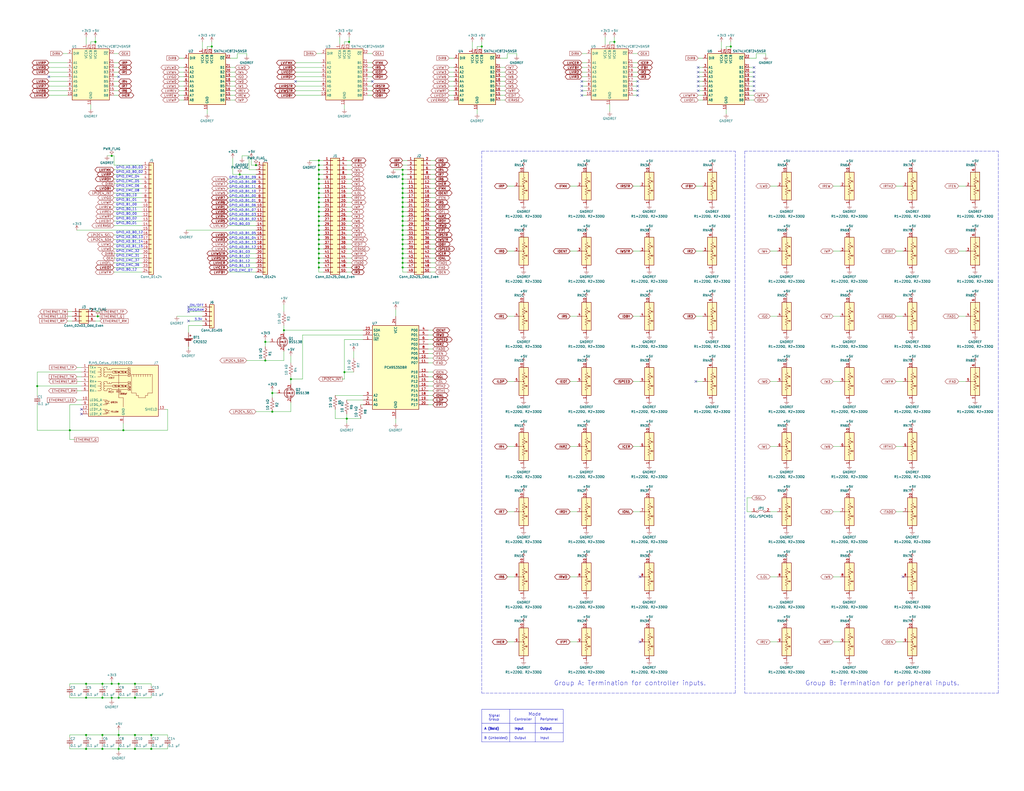
<source format=kicad_sch>
(kicad_sch (version 20211123) (generator eeschema)
  (paper "C")
  (title_block (title "Pertec Arduino Adapter (bdb004)") (date "2022-04-21") (company "Bjoren Davis") (comment 1 "in the Arduino Mega form factor.") (comment 2 "for an Adafruit Metro M4 Grand Central, which is a board") (comment 3 "interface and an Arduino Mega.  It is set up specifically") (comment 4 "This design is a coupler between a Pertec magnetic tape"))
  (lib_symbols
    (symbol "pertec_arduino_adapter:BSS138" (pin_names hide)
      (property "Reference" "Q" (at 5.08 1.905 0))
      (property "Value" "BSS138" (at 5.08 0 0))
      (symbol "BSS138_1_1"
        (pin input line (at -5.08 0 0) (length 2.54) (name "G") (number "1"))
        (pin passive line (at 2.54 -5.08 90) (length 2.54) (name "S") (number "2"))
        (pin passive line (at 2.54 5.08 270) (length 2.54) (name "D") (number "3"))
      )
    )
    (symbol "pertec_arduino_adapter:Battery_Cell" (pin_numbers hide) (pin_names (offset 0) hide)
      (property "Reference" "BT" (at 2.54 2.54 0))
      (property "Value" "Battery_Cell" (at 2.54 0 0))
      (symbol "Battery_Cell_1_1"
        (pin passive line (at 0 5.08 270) (length 2.54) (name "+") (number "1"))
        (pin passive line (at 0 -2.54 90) (length 2.54) (name "-") (number "2"))
      )
    )
    (symbol "pertec_arduino_adapter:C_Small" (pin_numbers hide) (pin_names (offset 0.254) hide)
      (property "Reference" "C" (at 0.254 1.778 0))
      (property "Value" "C_Small" (at 0.254 -2.032 0))
      (symbol "C_Small_1_1"
        (pin passive line (at 0 2.54 270) (length 2.032) (name "~") (number "1"))
        (pin passive line (at 0 -2.54 90) (length 2.032) (name "~") (number "2"))
      )
    )
    (symbol "pertec_arduino_adapter:Conn_01x05" (pin_names (offset 1.016) hide)
      (property "Reference" "J" (at 0 7.62 0))
      (property "Value" "Conn_01x05" (at 0 -7.62 0))
      (symbol "Conn_01x05_1_1"
        (pin passive line (at -5.08 5.08 0) (length 3.81) (name "Pin_1") (number "1"))
        (pin passive line (at -5.08 2.54 0) (length 3.81) (name "Pin_2") (number "2"))
        (pin passive line (at -5.08 0 0) (length 3.81) (name "Pin_3") (number "3"))
        (pin passive line (at -5.08 -2.54 0) (length 3.81) (name "Pin_4") (number "4"))
        (pin passive line (at -5.08 -5.08 0) (length 3.81) (name "Pin_5") (number "5"))
      )
    )
    (symbol "pertec_arduino_adapter:Conn_01x24" (pin_names (offset 1.016) hide)
      (property "Reference" "J" (at 0 30.48 0))
      (property "Value" "Conn_01x24" (at 0 -33.02 0))
      (symbol "Conn_01x24_1_1"
        (pin passive line (at -5.08 27.94 0) (length 3.81) (name "Pin_1") (number "1"))
        (pin passive line (at -5.08 5.08 0) (length 3.81) (name "Pin_10") (number "10"))
        (pin passive line (at -5.08 2.54 0) (length 3.81) (name "Pin_11") (number "11"))
        (pin passive line (at -5.08 0 0) (length 3.81) (name "Pin_12") (number "12"))
        (pin passive line (at -5.08 -2.54 0) (length 3.81) (name "Pin_13") (number "13"))
        (pin passive line (at -5.08 -5.08 0) (length 3.81) (name "Pin_14") (number "14"))
        (pin passive line (at -5.08 -7.62 0) (length 3.81) (name "Pin_15") (number "15"))
        (pin passive line (at -5.08 -10.16 0) (length 3.81) (name "Pin_16") (number "16"))
        (pin passive line (at -5.08 -12.7 0) (length 3.81) (name "Pin_17") (number "17"))
        (pin passive line (at -5.08 -15.24 0) (length 3.81) (name "Pin_18") (number "18"))
        (pin passive line (at -5.08 -17.78 0) (length 3.81) (name "Pin_19") (number "19"))
        (pin passive line (at -5.08 25.4 0) (length 3.81) (name "Pin_2") (number "2"))
        (pin passive line (at -5.08 -20.32 0) (length 3.81) (name "Pin_20") (number "20"))
        (pin passive line (at -5.08 -22.86 0) (length 3.81) (name "Pin_21") (number "21"))
        (pin passive line (at -5.08 -25.4 0) (length 3.81) (name "Pin_22") (number "22"))
        (pin passive line (at -5.08 -27.94 0) (length 3.81) (name "Pin_23") (number "23"))
        (pin passive line (at -5.08 -30.48 0) (length 3.81) (name "Pin_24") (number "24"))
        (pin passive line (at -5.08 22.86 0) (length 3.81) (name "Pin_3") (number "3"))
        (pin passive line (at -5.08 20.32 0) (length 3.81) (name "Pin_4") (number "4"))
        (pin passive line (at -5.08 17.78 0) (length 3.81) (name "Pin_5") (number "5"))
        (pin passive line (at -5.08 15.24 0) (length 3.81) (name "Pin_6") (number "6"))
        (pin passive line (at -5.08 12.7 0) (length 3.81) (name "Pin_7") (number "7"))
        (pin passive line (at -5.08 10.16 0) (length 3.81) (name "Pin_8") (number "8"))
        (pin passive line (at -5.08 7.62 0) (length 3.81) (name "Pin_9") (number "9"))
      )
    )
    (symbol "pertec_arduino_adapter:Conn_02x03_Odd_Even" (pin_names (offset 1.016) hide)
      (property "Reference" "J" (at 1.27 5.08 0))
      (property "Value" "Conn_02x03_Odd_Even" (at 1.27 -5.08 0))
      (symbol "Conn_02x03_Odd_Even_1_1"
        (pin passive line (at -5.08 2.54 0) (length 3.81) (name "Pin_1") (number "1"))
        (pin passive line (at 7.62 2.54 180) (length 3.81) (name "Pin_2") (number "2"))
        (pin passive line (at -5.08 0 0) (length 3.81) (name "Pin_3") (number "3"))
        (pin passive line (at 7.62 0 180) (length 3.81) (name "Pin_4") (number "4"))
        (pin passive line (at -5.08 -2.54 0) (length 3.81) (name "Pin_5") (number "5"))
        (pin passive line (at 7.62 -2.54 180) (length 3.81) (name "Pin_6") (number "6"))
      )
    )
    (symbol "pertec_arduino_adapter:Conn_02x25_Odd_Even" (pin_names (offset 1.016) hide)
      (property "Reference" "J" (at 1.27 33.02 0))
      (property "Value" "Conn_02x25_Odd_Even" (at 1.27 -33.02 0))
      (symbol "Conn_02x25_Odd_Even_1_1"
        (pin passive line (at -5.08 30.48 0) (length 3.81) (name "Pin_1") (number "1"))
        (pin passive line (at 7.62 20.32 180) (length 3.81) (name "Pin_10") (number "10"))
        (pin passive line (at -5.08 17.78 0) (length 3.81) (name "Pin_11") (number "11"))
        (pin passive line (at 7.62 17.78 180) (length 3.81) (name "Pin_12") (number "12"))
        (pin passive line (at -5.08 15.24 0) (length 3.81) (name "Pin_13") (number "13"))
        (pin passive line (at 7.62 15.24 180) (length 3.81) (name "Pin_14") (number "14"))
        (pin passive line (at -5.08 12.7 0) (length 3.81) (name "Pin_15") (number "15"))
        (pin passive line (at 7.62 12.7 180) (length 3.81) (name "Pin_16") (number "16"))
        (pin passive line (at -5.08 10.16 0) (length 3.81) (name "Pin_17") (number "17"))
        (pin passive line (at 7.62 10.16 180) (length 3.81) (name "Pin_18") (number "18"))
        (pin passive line (at -5.08 7.62 0) (length 3.81) (name "Pin_19") (number "19"))
        (pin passive line (at 7.62 30.48 180) (length 3.81) (name "Pin_2") (number "2"))
        (pin passive line (at 7.62 7.62 180) (length 3.81) (name "Pin_20") (number "20"))
        (pin passive line (at -5.08 5.08 0) (length 3.81) (name "Pin_21") (number "21"))
        (pin passive line (at 7.62 5.08 180) (length 3.81) (name "Pin_22") (number "22"))
        (pin passive line (at -5.08 2.54 0) (length 3.81) (name "Pin_23") (number "23"))
        (pin passive line (at 7.62 2.54 180) (length 3.81) (name "Pin_24") (number "24"))
        (pin passive line (at -5.08 0 0) (length 3.81) (name "Pin_25") (number "25"))
        (pin passive line (at 7.62 0 180) (length 3.81) (name "Pin_26") (number "26"))
        (pin passive line (at -5.08 -2.54 0) (length 3.81) (name "Pin_27") (number "27"))
        (pin passive line (at 7.62 -2.54 180) (length 3.81) (name "Pin_28") (number "28"))
        (pin passive line (at -5.08 -5.08 0) (length 3.81) (name "Pin_29") (number "29"))
        (pin passive line (at -5.08 27.94 0) (length 3.81) (name "Pin_3") (number "3"))
        (pin passive line (at 7.62 -5.08 180) (length 3.81) (name "Pin_30") (number "30"))
        (pin passive line (at -5.08 -7.62 0) (length 3.81) (name "Pin_31") (number "31"))
        (pin passive line (at 7.62 -7.62 180) (length 3.81) (name "Pin_32") (number "32"))
        (pin passive line (at -5.08 -10.16 0) (length 3.81) (name "Pin_33") (number "33"))
        (pin passive line (at 7.62 -10.16 180) (length 3.81) (name "Pin_34") (number "34"))
        (pin passive line (at -5.08 -12.7 0) (length 3.81) (name "Pin_35") (number "35"))
        (pin passive line (at 7.62 -12.7 180) (length 3.81) (name "Pin_36") (number "36"))
        (pin passive line (at -5.08 -15.24 0) (length 3.81) (name "Pin_37") (number "37"))
        (pin passive line (at 7.62 -15.24 180) (length 3.81) (name "Pin_38") (number "38"))
        (pin passive line (at -5.08 -17.78 0) (length 3.81) (name "Pin_39") (number "39"))
        (pin passive line (at 7.62 27.94 180) (length 3.81) (name "Pin_4") (number "4"))
        (pin passive line (at 7.62 -17.78 180) (length 3.81) (name "Pin_40") (number "40"))
        (pin passive line (at -5.08 -20.32 0) (length 3.81) (name "Pin_41") (number "41"))
        (pin passive line (at 7.62 -20.32 180) (length 3.81) (name "Pin_42") (number "42"))
        (pin passive line (at -5.08 -22.86 0) (length 3.81) (name "Pin_43") (number "43"))
        (pin passive line (at 7.62 -22.86 180) (length 3.81) (name "Pin_44") (number "44"))
        (pin passive line (at -5.08 -25.4 0) (length 3.81) (name "Pin_45") (number "45"))
        (pin passive line (at 7.62 -25.4 180) (length 3.81) (name "Pin_46") (number "46"))
        (pin passive line (at -5.08 -27.94 0) (length 3.81) (name "Pin_47") (number "47"))
        (pin passive line (at 7.62 -27.94 180) (length 3.81) (name "Pin_48") (number "48"))
        (pin passive line (at -5.08 -30.48 0) (length 3.81) (name "Pin_49") (number "49"))
        (pin passive line (at -5.08 25.4 0) (length 3.81) (name "Pin_5") (number "5"))
        (pin passive line (at 7.62 -30.48 180) (length 3.81) (name "Pin_50") (number "50"))
        (pin passive line (at 7.62 25.4 180) (length 3.81) (name "Pin_6") (number "6"))
        (pin passive line (at -5.08 22.86 0) (length 3.81) (name "Pin_7") (number "7"))
        (pin passive line (at 7.62 22.86 180) (length 3.81) (name "Pin_8") (number "8"))
        (pin passive line (at -5.08 20.32 0) (length 3.81) (name "Pin_9") (number "9"))
      )
    )
    (symbol "pertec_arduino_adapter:Jumper_2_Bridged" (pin_names (offset 0) hide)
      (property "Reference" "JP" (at 0 1.905 0))
      (property "Value" "Jumper_2_Bridged" (at 0 -2.54 0))
      (symbol "Jumper_2_Bridged_1_1"
        (pin passive line (at -5.08 0 0) (length 2.54) (name "A") (number "1"))
        (pin passive line (at 5.08 0 180) (length 2.54) (name "B") (number "2"))
      )
    )
    (symbol "pertec_arduino_adapter:PCA9535DBR"
      (property "Reference" "U" (at -11.43 24.13 0))
      (property "Value" "PCA9535DBR" (at 0 0 0))
      (symbol "PCA9535DBR_1_1"
        (pin open_collector line (at -17.78 15.24 0) (length 5.08) (name "~{INT}") (number "1"))
        (pin bidirectional line (at 17.78 5.08 180) (length 5.08) (name "P06") (number "10"))
        (pin bidirectional line (at 17.78 2.54 180) (length 5.08) (name "P07") (number "11"))
        (pin power_in line (at 0 -27.94 90) (length 5.08) (name "GND") (number "12"))
        (pin bidirectional line (at 17.78 -2.54 180) (length 5.08) (name "P10") (number "13"))
        (pin bidirectional line (at 17.78 -5.08 180) (length 5.08) (name "P11") (number "14"))
        (pin bidirectional line (at 17.78 -7.62 180) (length 5.08) (name "P12") (number "15"))
        (pin bidirectional line (at 17.78 -10.16 180) (length 5.08) (name "P13") (number "16"))
        (pin bidirectional line (at 17.78 -12.7 180) (length 5.08) (name "P14") (number "17"))
        (pin bidirectional line (at 17.78 -15.24 180) (length 5.08) (name "P15") (number "18"))
        (pin bidirectional line (at 17.78 -17.78 180) (length 5.08) (name "P16") (number "19"))
        (pin input line (at -17.78 -17.78 0) (length 5.08) (name "A1") (number "2"))
        (pin bidirectional line (at 17.78 -20.32 180) (length 5.08) (name "P17") (number "20"))
        (pin input line (at -17.78 -20.32 0) (length 5.08) (name "A0") (number "21"))
        (pin input line (at -17.78 17.78 0) (length 5.08) (name "SCL") (number "22"))
        (pin bidirectional line (at -17.78 20.32 0) (length 5.08) (name "SDA") (number "23"))
        (pin power_in line (at 0 27.94 270) (length 5.08) (name "VCC") (number "24"))
        (pin input line (at -17.78 -15.24 0) (length 5.08) (name "A2") (number "3"))
        (pin bidirectional line (at 17.78 20.32 180) (length 5.08) (name "P00") (number "4"))
        (pin bidirectional line (at 17.78 17.78 180) (length 5.08) (name "P01") (number "5"))
        (pin bidirectional line (at 17.78 15.24 180) (length 5.08) (name "P02") (number "6"))
        (pin bidirectional line (at 17.78 12.7 180) (length 5.08) (name "P03") (number "7"))
        (pin bidirectional line (at 17.78 10.16 180) (length 5.08) (name "P04") (number "8"))
        (pin bidirectional line (at 17.78 7.62 180) (length 5.08) (name "P05") (number "9"))
      )
    )
    (symbol "pertec_arduino_adapter:R" (pin_numbers hide) (pin_names (offset 0))
      (property "Reference" "R" (at 2.54 0 90))
      (property "Value" "R" (at -2.54 0 90))
      (symbol "R_1_1"
        (pin passive line (at 0 3.81 270) (length 1.27) (name "~") (number "1"))
        (pin passive line (at 0 -3.81 90) (length 1.27) (name "~") (number "2"))
      )
    )
    (symbol "pertec_arduino_adapter:RJ45_Cetus_J1B1211CCD"
      (property "Reference" "J" (at 19.05 15.24 0))
      (property "Value" "RJ45_Cetus_J1B1211CCD" (at -19.05 15.24 0))
      (symbol "RJ45_Cetus_J1B1211CCD_0_0"
        (text "1000pF" (at 0 -1.651 0) (effects (font (size 0.762 0.762))))
        (text "75" (at -4.445 2.54 0) (effects (font (size 0.762 0.762))))
        (text "75" (at -4.445 10.16 0) (effects (font (size 0.762 0.762))))
        (text "75" (at -0.635 2.54 0) (effects (font (size 0.762 0.762))))
        (text "75" (at -0.635 10.16 0) (effects (font (size 0.762 0.762))))
        (text "C1" (at 3.175 12.065 0) (effects (font (size 0.889 0.889))))
        (text "C2" (at 3.175 8.255 0) (effects (font (size 0.889 0.889))))
        (text "C3" (at 3.175 4.445 0) (effects (font (size 0.889 0.889))))
        (text "C4" (at 3.175 10.795 0) (effects (font (size 0.889 0.889))))
        (text "C5" (at 3.175 9.525 0) (effects (font (size 0.889 0.889))))
        (text "C6" (at 3.175 0.635 0) (effects (font (size 0.889 0.889))))
        (text "C7" (at 3.175 3.175 0) (effects (font (size 0.889 0.889))))
        (text "C8" (at 3.175 1.905 0) (effects (font (size 0.889 0.889))))
        (text "GREEN" (at -6.985 -6.35 0) (effects (font (size 0.762 0.762)) (justify left)))
        (text "RCV" (at -8.255 -0.635 0) (effects (font (size 1.016 1.016)) (justify left)))
        (text "XMIT" (at -8.255 6.985 0) (effects (font (size 1.016 1.016)) (justify left)))
        (text "YELLOW" (at -6.985 -11.43 0) (effects (font (size 0.762 0.762)) (justify left)))
      )
      (symbol "RJ45_Cetus_J1B1211CCD_1_1"
        (pin passive line (at -22.86 12.7 0) (length 3.81) (name "TX+") (number "1"))
        (pin passive line (at -22.86 -5.08 0) (length 3.81) (name "LEDG_A") (number "10"))
        (pin passive line (at -22.86 -12.7 0) (length 3.81) (name "LEDY_K") (number "11"))
        (pin passive line (at -22.86 -10.16 0) (length 3.81) (name "LEDY_A") (number "12"))
        (pin passive line (at 22.86 -10.16 180) (length 3.81) (name "SHIELD") (number "13"))
        (pin passive line (at -22.86 10.16 0) (length 3.81) (name "TXC") (number "2"))
        (pin passive line (at -22.86 7.62 0) (length 3.81) (name "TX-") (number "3"))
        (pin passive line (at -22.86 5.08 0) (length 3.81) (name "RX+") (number "4"))
        (pin passive line (at -22.86 2.54 0) (length 3.81) (name "RXC") (number "5"))
        (pin passive line (at -22.86 0 0) (length 3.81) (name "RX-") (number "6"))
        (pin no_connect line (at 5.08 -5.08 0) (length 0) hide (name "NC") (number "7"))
        (pin power_in line (at 0 -17.78 90) (length 3.81) (name "GND") (number "8"))
        (pin passive line (at -22.86 -7.62 0) (length 3.81) (name "LEDG_K") (number "9"))
      )
    )
    (symbol "pertec_arduino_adapter:R_DualNetwork_16R" (pin_names (offset 0) hide)
      (property "Reference" "RN" (at -2.54 11.43 0))
      (symbol "R_DualNetwork_16R_0_0"
        (text " R1" (at 1.27 2.54 0) (effects (font (size 0.635 0.635))))
        (text " R2" (at 1.27 -2.54 0) (effects (font (size 0.635 0.635))))
      )
      (symbol "R_DualNetwork_16R_0_1"
        (pin passive line (at 0 -10.16 90) (length 2.54) (name "1") (number "1"))
        (pin passive line (at 0 10.16 270) (length 2.54) (name "10") (number "10"))
      )
      (symbol "R_DualNetwork_16R_1_1"
        (pin passive line (at -5.08 0 0) (length 2.54) (name "2") (number "2"))
      )
      (symbol "R_DualNetwork_16R_2_1"
        (pin passive line (at -5.08 0 0) (length 2.54) (name "3") (number "3"))
      )
      (symbol "R_DualNetwork_16R_3_1"
        (pin passive line (at -5.08 0 0) (length 2.54) (name "4") (number "4"))
      )
      (symbol "R_DualNetwork_16R_4_1"
        (pin passive line (at -5.08 0 0) (length 2.54) (name "5") (number "5"))
      )
      (symbol "R_DualNetwork_16R_5_1"
        (pin passive line (at -5.08 0 0) (length 2.54) (name "6") (number "6"))
      )
      (symbol "R_DualNetwork_16R_6_1"
        (pin passive line (at -5.08 0 0) (length 2.54) (name "7") (number "7"))
      )
      (symbol "R_DualNetwork_16R_7_1"
        (pin passive line (at -5.08 0 0) (length 2.54) (name "8") (number "8"))
      )
      (symbol "R_DualNetwork_16R_8_1"
        (pin passive line (at -5.08 0 0) (length 2.54) (name "9") (number "9"))
      )
    )
    (symbol "pertec_arduino_adapter:R_DualNetwork_8R" (pin_names (offset 0) hide)
      (property "Reference" "RN" (at -2.54 11.43 0))
      (symbol "R_DualNetwork_8R_0_0"
        (text " R1" (at 1.27 2.54 0) (effects (font (size 0.635 0.635))))
        (text " R2" (at 1.27 -2.54 0) (effects (font (size 0.635 0.635))))
      )
      (symbol "R_DualNetwork_8R_0_1"
        (pin passive line (at 0 -10.16 90) (length 2.54) (name "1") (number "1"))
        (pin passive line (at 0 10.16 270) (length 2.54) (name "6") (number "6"))
      )
      (symbol "R_DualNetwork_8R_1_1"
        (pin passive line (at -5.08 0 0) (length 2.54) (name "2") (number "2"))
      )
      (symbol "R_DualNetwork_8R_2_1"
        (pin passive line (at -5.08 0 0) (length 2.54) (name "3") (number "3"))
      )
      (symbol "R_DualNetwork_8R_3_1"
        (pin passive line (at -5.08 0 0) (length 2.54) (name "4") (number "4"))
      )
      (symbol "R_DualNetwork_8R_4_1"
        (pin passive line (at -5.08 0 0) (length 2.54) (name "5") (number "5"))
      )
    )
    (symbol "pertec_arduino_adapter:SN74LVC8T245NSR"
      (property "Reference" "U" (at -8.89 13.97 0))
      (property "Value" "SN74LVC8T245NSR" (at 12.7 13.97 0))
      (symbol "SN74LVC8T245NSR_1_1"
        (pin power_in line (at -2.54 15.24 270) (length 2.54) (name "VCCA") (number "1"))
        (pin bidirectional line (at -12.7 -12.7 0) (length 2.54) (name "A8") (number "10"))
        (pin power_in line (at 0 -17.78 90) (length 2.54) (name "GND") (number "11"))
        (pin passive line (at 0 -17.78 90) (length 2.54) hide (name "GND") (number "12"))
        (pin passive line (at 0 -17.78 90) (length 2.54) hide (name "GND") (number "13"))
        (pin bidirectional line (at 12.7 -12.7 180) (length 2.54) (name "B8") (number "14"))
        (pin bidirectional line (at 12.7 -10.16 180) (length 2.54) (name "B7") (number "15"))
        (pin bidirectional line (at 12.7 -7.62 180) (length 2.54) (name "B6") (number "16"))
        (pin bidirectional line (at 12.7 -5.08 180) (length 2.54) (name "B5") (number "17"))
        (pin bidirectional line (at 12.7 -2.54 180) (length 2.54) (name "B4") (number "18"))
        (pin bidirectional line (at 12.7 0 180) (length 2.54) (name "B3") (number "19"))
        (pin input line (at -12.7 10.16 0) (length 2.54) (name "DIR") (number "2"))
        (pin bidirectional line (at 12.7 2.54 180) (length 2.54) (name "B2") (number "20"))
        (pin bidirectional line (at 12.7 5.08 180) (length 2.54) (name "B1") (number "21"))
        (pin input line (at 12.7 10.16 180) (length 2.54) (name "~{OE}") (number "22"))
        (pin power_in line (at 2.54 15.24 270) (length 2.54) (name "VCCB") (number "23"))
        (pin power_in line (at 0 15.24 270) (length 2.54) (name "VCCB") (number "24"))
        (pin bidirectional line (at -12.7 5.08 0) (length 2.54) (name "A1") (number "3"))
        (pin bidirectional line (at -12.7 2.54 0) (length 2.54) (name "A2") (number "4"))
        (pin bidirectional line (at -12.7 0 0) (length 2.54) (name "A3") (number "5"))
        (pin bidirectional line (at -12.7 -2.54 0) (length 2.54) (name "A4") (number "6"))
        (pin bidirectional line (at -12.7 -5.08 0) (length 2.54) (name "A5") (number "7"))
        (pin bidirectional line (at -12.7 -7.62 0) (length 2.54) (name "A6") (number "8"))
        (pin bidirectional line (at -12.7 -10.16 0) (length 2.54) (name "A7") (number "9"))
      )
    )
    (symbol "power:+3.3V" (power) (pin_names (offset 0))
      (property "Value" "+3.3V" (at 0 3.556 0))
      (symbol "+3.3V_1_1"
        (pin power_in line (at 0 0 90) (length 0) hide (name "+3V3") (number "1"))
      )
    )
    (symbol "power:+5V" (power) (pin_names (offset 0))
      (property "Value" "+5V" (at 0 3.556 0))
      (symbol "+5V_1_1"
        (pin power_in line (at 0 0 90) (length 0) hide (name "+5V") (number "1"))
      )
    )
    (symbol "power:GNDREF" (power) (pin_names (offset 0))
      (property "Value" "GNDREF" (at 0 -3.81 0))
      (symbol "GNDREF_1_1"
        (pin power_in line (at 0 0 270) (length 0) hide (name "GNDREF") (number "1"))
      )
    )
    (symbol "power:PWR_FLAG" (power) (pin_numbers hide) (pin_names (offset 0) hide)
      (property "Value" "PWR_FLAG" (at 0 3.81 0))
      (symbol "PWR_FLAG_0_0"
        (pin power_out line (at 0 0 90) (length 0) (name "pwr") (number "1"))
      )
    )
  )
  (junction (at 64.77 373.38))
  (junction (at 219.71 113.03))
  (junction (at 335.28 22.86))
  (junction (at 173.99 133.35))
  (junction (at 60.96 373.38))
  (junction (at 148.59 224.79))
  (junction (at 219.71 130.81))
  (junction (at 219.71 118.11))
  (junction (at 219.71 123.19))
  (junction (at 219.71 95.25))
  (junction (at 64.77 408.94))
  (junction (at 173.99 146.05))
  (junction (at 46.99 381))
  (junction (at 154.94 180.34))
  (junction (at 20.32 210.82))
  (junction (at 173.99 110.49))
  (junction (at 173.99 115.57))
  (junction (at 189.23 228.6))
  (junction (at 67.31 234.95))
  (junction (at 173.99 120.65))
  (junction (at 219.71 97.79))
  (junction (at 73.66 381))
  (junction (at 173.99 107.95))
  (junction (at 219.71 140.97))
  (junction (at 219.71 92.71))
  (junction (at 60.96 381))
  (junction (at 73.66 373.38))
  (junction (at 173.99 113.03))
  (junction (at 173.99 140.97))
  (junction (at 219.71 115.57))
  (junction (at 53.34 172.72))
  (junction (at 173.99 105.41))
  (junction (at 144.78 196.85))
  (junction (at 262.89 25.4))
  (junction (at 115.57 25.4))
  (junction (at 64.77 401.32))
  (junction (at 219.71 128.27))
  (junction (at 219.71 100.33))
  (junction (at 73.66 401.32))
  (junction (at 219.71 133.35))
  (junction (at 173.99 90.17))
  (junction (at 219.71 107.95))
  (junction (at 219.71 102.87))
  (junction (at 173.99 118.11))
  (junction (at 55.88 381))
  (junction (at 82.55 408.94))
  (junction (at 139.7 90.17))
  (junction (at 190.5 22.86))
  (junction (at 158.75 207.01))
  (junction (at 130.81 95.25))
  (junction (at 173.99 143.51))
  (junction (at 38.1 234.95))
  (junction (at 173.99 138.43))
  (junction (at 173.99 92.71))
  (junction (at 46.99 373.38))
  (junction (at 187.96 203.2))
  (junction (at 219.71 146.05))
  (junction (at 148.59 214.63))
  (junction (at 173.99 95.25))
  (junction (at 219.71 138.43))
  (junction (at 144.78 186.69))
  (junction (at 219.71 135.89))
  (junction (at 82.55 401.32))
  (junction (at 64.77 381))
  (junction (at 173.99 128.27))
  (junction (at 55.88 408.94))
  (junction (at 55.88 373.38))
  (junction (at 60.96 85.09))
  (junction (at 173.99 135.89))
  (junction (at 173.99 123.19))
  (junction (at 398.78 25.4))
  (junction (at 73.66 408.94))
  (junction (at 219.71 110.49))
  (junction (at 52.07 22.86))
  (junction (at 173.99 130.81))
  (junction (at 173.99 100.33))
  (junction (at 219.71 120.65))
  (junction (at 219.71 143.51))
  (junction (at 55.88 401.32))
  (junction (at 46.99 408.94))
  (junction (at 173.99 125.73))
  (junction (at 219.71 125.73))
  (junction (at 173.99 102.87))
  (junction (at 173.99 97.79))
  (junction (at 173.99 87.63))
  (junction (at 219.71 105.41))
  (junction (at 46.99 401.32))
  (no_connect (at 411.48 49.53))
  (no_connect (at 411.48 46.99))
  (no_connect (at 411.48 36.83))
  (no_connect (at 411.48 39.37))
  (no_connect (at 411.48 41.91))
  (no_connect (at 411.48 44.45))
  (no_connect (at 492.76 314.96))
  (no_connect (at 379.73 208.28))
  (no_connect (at 347.98 49.53))
  (no_connect (at 347.98 52.07))
  (no_connect (at 347.98 46.99))
  (no_connect (at 347.98 44.45))
  (no_connect (at 44.45 223.52))
  (no_connect (at 44.45 226.06))
  (no_connect (at 349.25 350.52))
  (no_connect (at 349.25 314.96))
  (no_connect (at 203.2 44.45))
  (no_connect (at 161.29 44.45))
  (no_connect (at 64.77 41.91))
  (no_connect (at 26.67 41.91))
  (no_connect (at 381 39.37))
  (no_connect (at 381 41.91))
  (no_connect (at 381 44.45))
  (no_connect (at 381 36.83))
  (no_connect (at 381 46.99))
  (no_connect (at 381 49.53))
  (no_connect (at 102.87 167.64))
  (no_connect (at 102.87 170.18))
  (no_connect (at 102.87 175.26))
  (no_connect (at 317.5 46.99))
  (no_connect (at 317.5 49.53))
  (no_connect (at 317.5 52.07))
  (no_connect (at 317.5 44.45))
  (wire (pts (xy 77.47 128.27) (xy 62.23 128.27)))
  (wire (pts (xy 275.59 36.83) (xy 273.05 36.83)))
  (wire (pts (xy 311.15 279.4) (xy 314.96 279.4)))
  (wire (pts (xy 38.1 234.95) (xy 38.1 240.03)))
  (wire (pts (xy 173.99 97.79) (xy 173.99 95.25)))
  (wire (pts (xy 317.5 46.99) (xy 320.04 46.99)))
  (wire (pts (xy 113.03 25.4) (xy 115.57 25.4)))
  (wire (pts (xy 332.74 22.86) (xy 335.28 22.86)))
  (wire (pts (xy 176.53 113.03) (xy 173.99 113.03)))
  (wire (pts (xy 191.77 123.19) (xy 189.23 123.19)))
  (wire (pts (xy 191.77 90.17) (xy 189.23 90.17)))
  (wire (pts (xy 191.77 143.51) (xy 189.23 143.51)))
  (wire (pts (xy 34.29 29.21) (xy 36.83 29.21)))
  (wire (pts (xy 411.48 39.37) (xy 408.94 39.37)))
  (wire (pts (xy 139.7 113.03) (xy 124.46 113.03)))
  (wire (pts (xy 191.77 115.57) (xy 189.23 115.57)))
  (wire (pts (xy 173.99 140.97) (xy 173.99 138.43)))
  (wire (pts (xy 139.7 110.49) (xy 124.46 110.49)))
  (wire (pts (xy 173.99 118.11) (xy 173.99 115.57)))
  (wire (pts (xy 219.71 115.57) (xy 219.71 118.11)))
  (wire (pts (xy 236.22 220.98) (xy 233.68 220.98)))
  (wire (pts (xy 97.79 46.99) (xy 100.33 46.99)))
  (wire (pts (xy 275.59 52.07) (xy 273.05 52.07)))
  (wire (pts (xy 77.47 102.87) (xy 62.23 102.87)))
  (wire (pts (xy 139.7 123.19) (xy 124.46 123.19)))
  (wire (pts (xy 128.27 54.61) (xy 125.73 54.61)))
  (wire (pts (xy 215.9 168.91) (xy 215.9 172.72)))
  (wire (pts (xy 26.67 52.07) (xy 36.83 52.07)))
  (wire (pts (xy 77.47 113.03) (xy 62.23 113.03)))
  (wire (pts (xy 245.11 36.83) (xy 247.65 36.83)))
  (wire (pts (xy 275.59 54.61) (xy 273.05 54.61)))
  (wire (pts (xy 317.5 52.07) (xy 320.04 52.07)))
  (wire (pts (xy 276.86 29.21) (xy 276.86 31.75)))
  (wire (pts (xy 237.49 105.41) (xy 234.95 105.41)))
  (wire (pts (xy 176.53 140.97) (xy 173.99 140.97)))
  (wire (pts (xy 237.49 97.79) (xy 234.95 97.79)))
  (wire (pts (xy 55.88 381) (xy 60.96 381)))
  (wire (pts (xy 420.37 208.28) (xy 424.18 208.28)))
  (wire (pts (xy 381 41.91) (xy 383.54 41.91)))
  (polyline (pts (xy 292.1 391.16) (xy 292.1 405.13)) (stroke (width 0) (type solid)))
  (wire (pts (xy 189.23 218.44) (xy 198.12 218.44)))
  (wire (pts (xy 144.78 196.85) (xy 154.94 196.85)))
  (wire (pts (xy 161.29 46.99) (xy 175.26 46.99)))
  (wire (pts (xy 176.53 110.49) (xy 173.99 110.49)))
  (wire (pts (xy 38.1 234.95) (xy 67.31 234.95)))
  (wire (pts (xy 260.35 26.67) (xy 260.35 25.4)))
  (wire (pts (xy 176.53 143.51) (xy 173.99 143.51)))
  (wire (pts (xy 26.67 46.99) (xy 36.83 46.99)))
  (wire (pts (xy 488.95 172.72) (xy 492.76 172.72)))
  (wire (pts (xy 176.53 115.57) (xy 173.99 115.57)))
  (wire (pts (xy 173.99 90.17) (xy 173.99 87.63)))
  (wire (pts (xy 139.7 125.73) (xy 101.6 125.73)))
  (wire (pts (xy 173.99 135.89) (xy 173.99 133.35)))
  (wire (pts (xy 77.47 135.89) (xy 62.23 135.89)))
  (wire (pts (xy 151.13 214.63) (xy 148.59 214.63)))
  (wire (pts (xy 219.71 146.05) (xy 219.71 148.59)))
  (wire (pts (xy 214.63 92.71) (xy 219.71 92.71)))
  (wire (pts (xy 347.98 29.21) (xy 345.44 29.21)))
  (wire (pts (xy 20.32 210.82) (xy 20.32 215.9)))
  (wire (pts (xy 91.44 401.32) (xy 91.44 402.59)))
  (wire (pts (xy 129.54 31.75) (xy 125.73 31.75)))
  (wire (pts (xy 245.11 54.61) (xy 247.65 54.61)))
  (wire (pts (xy 222.25 133.35) (xy 219.71 133.35)))
  (wire (pts (xy 187.96 203.2) (xy 187.96 207.01)))
  (wire (pts (xy 139.7 138.43) (xy 124.46 138.43)))
  (wire (pts (xy 46.99 408.94) (xy 55.88 408.94)))
  (wire (pts (xy 275.59 41.91) (xy 273.05 41.91)))
  (wire (pts (xy 454.66 314.96) (xy 458.47 314.96)))
  (wire (pts (xy 137.16 86.36) (xy 137.16 90.17)))
  (wire (pts (xy 190.5 22.86) (xy 190.5 24.13)))
  (wire (pts (xy 176.53 92.71) (xy 173.99 92.71)))
  (wire (pts (xy 488.95 208.28) (xy 492.76 208.28)))
  (polyline (pts (xy 406.4 82.55) (xy 544.83 82.55)))
  (wire (pts (xy 173.99 102.87) (xy 173.99 100.33)))
  (wire (pts (xy 311.15 208.28) (xy 314.96 208.28)))
  (wire (pts (xy 128.27 39.37) (xy 125.73 39.37)))
  (wire (pts (xy 347.98 36.83) (xy 345.44 36.83)))
  (wire (pts (xy 67.31 234.95) (xy 91.44 234.95)))
  (wire (pts (xy 454.66 101.6) (xy 458.47 101.6)))
  (wire (pts (xy 203.2 52.07) (xy 200.66 52.07)))
  (wire (pts (xy 52.07 175.26) (xy 54.61 175.26)))
  (wire (pts (xy 407.67 271.78) (xy 410.21 271.78)))
  (wire (pts (xy 139.7 105.41) (xy 124.46 105.41)))
  (wire (pts (xy 420.37 314.96) (xy 424.18 314.96)))
  (wire (pts (xy 44.45 208.28) (xy 41.91 208.28)))
  (wire (pts (xy 161.29 39.37) (xy 175.26 39.37)))
  (wire (pts (xy 139.7 97.79) (xy 124.46 97.79)))
  (wire (pts (xy 454.66 279.4) (xy 458.47 279.4)))
  (wire (pts (xy 330.2 24.13) (xy 330.2 20.32)))
  (wire (pts (xy 381 39.37) (xy 383.54 39.37)))
  (wire (pts (xy 52.07 172.72) (xy 53.34 172.72)))
  (wire (pts (xy 128.27 36.83) (xy 125.73 36.83)))
  (wire (pts (xy 46.99 401.32) (xy 46.99 402.59)))
  (wire (pts (xy 154.94 180.34) (xy 154.94 181.61)))
  (wire (pts (xy 139.7 130.81) (xy 124.46 130.81)))
  (wire (pts (xy 64.77 373.38) (xy 73.66 373.38)))
  (wire (pts (xy 245.11 52.07) (xy 247.65 52.07)))
  (wire (pts (xy 219.71 118.11) (xy 219.71 120.65)))
  (wire (pts (xy 219.71 133.35) (xy 219.71 135.89)))
  (wire (pts (xy 172.72 29.21) (xy 175.26 29.21)))
  (wire (pts (xy 73.66 408.94) (xy 73.66 407.67)))
  (wire (pts (xy 55.88 401.32) (xy 55.88 402.59)))
  (wire (pts (xy 158.75 207.01) (xy 165.1 207.01)))
  (wire (pts (xy 347.98 39.37) (xy 345.44 39.37)))
  (wire (pts (xy 173.99 92.71) (xy 173.99 90.17)))
  (wire (pts (xy 237.49 118.11) (xy 234.95 118.11)))
  (wire (pts (xy 191.77 130.81) (xy 189.23 130.81)))
  (wire (pts (xy 55.88 373.38) (xy 55.88 374.65)))
  (wire (pts (xy 236.22 203.2) (xy 233.68 203.2)))
  (wire (pts (xy 49.53 22.86) (xy 52.07 22.86)))
  (wire (pts (xy 237.49 128.27) (xy 234.95 128.27)))
  (wire (pts (xy 219.71 92.71) (xy 219.71 95.25)))
  (wire (pts (xy 132.08 85.09) (xy 132.08 86.36)))
  (wire (pts (xy 139.7 133.35) (xy 124.46 133.35)))
  (wire (pts (xy 222.25 120.65) (xy 219.71 120.65)))
  (wire (pts (xy 82.55 408.94) (xy 91.44 408.94)))
  (wire (pts (xy 97.79 36.83) (xy 100.33 36.83)))
  (wire (pts (xy 345.44 243.84) (xy 349.25 243.84)))
  (wire (pts (xy 237.49 100.33) (xy 234.95 100.33)))
  (wire (pts (xy 139.7 120.65) (xy 124.46 120.65)))
  (wire (pts (xy 245.11 46.99) (xy 247.65 46.99)))
  (wire (pts (xy 77.47 105.41) (xy 62.23 105.41)))
  (wire (pts (xy 222.25 95.25) (xy 219.71 95.25)))
  (wire (pts (xy 317.5 29.21) (xy 320.04 29.21)))
  (wire (pts (xy 317.5 49.53) (xy 320.04 49.53)))
  (wire (pts (xy 62.23 85.09) (xy 60.96 85.09)))
  (wire (pts (xy 236.22 208.28) (xy 233.68 208.28)))
  (wire (pts (xy 381 52.07) (xy 383.54 52.07)))
  (wire (pts (xy 82.55 373.38) (xy 82.55 374.65)))
  (wire (pts (xy 20.32 234.95) (xy 38.1 234.95)))
  (wire (pts (xy 332.74 24.13) (xy 332.74 22.86)))
  (wire (pts (xy 135.89 92.71) (xy 139.7 92.71)))
  (wire (pts (xy 222.25 143.51) (xy 219.71 143.51)))
  (wire (pts (xy 410.21 279.4) (xy 407.67 279.4)))
  (wire (pts (xy 191.77 133.35) (xy 189.23 133.35)))
  (wire (pts (xy 39.37 175.26) (xy 36.83 175.26)))
  (wire (pts (xy 173.99 100.33) (xy 173.99 97.79)))
  (wire (pts (xy 237.49 125.73) (xy 234.95 125.73)))
  (wire (pts (xy 191.77 100.33) (xy 189.23 100.33)))
  (wire (pts (xy 236.22 190.5) (xy 233.68 190.5)))
  (wire (pts (xy 173.99 115.57) (xy 173.99 113.03)))
  (wire (pts (xy 139.7 90.17) (xy 137.16 90.17)))
  (wire (pts (xy 73.66 401.32) (xy 82.55 401.32)))
  (wire (pts (xy 173.99 146.05) (xy 173.99 143.51)))
  (wire (pts (xy 345.44 279.4) (xy 349.25 279.4)))
  (wire (pts (xy 311.15 350.52) (xy 314.96 350.52)))
  (wire (pts (xy 222.25 148.59) (xy 219.71 148.59)))
  (wire (pts (xy 236.22 198.12) (xy 233.68 198.12)))
  (wire (pts (xy 237.49 87.63) (xy 234.95 87.63)))
  (wire (pts (xy 176.53 95.25) (xy 173.99 95.25)))
  (wire (pts (xy 262.89 22.86) (xy 262.89 25.4)))
  (wire (pts (xy 148.59 214.63) (xy 148.59 217.17)))
  (wire (pts (xy 82.55 401.32) (xy 82.55 402.59)))
  (wire (pts (xy 317.5 39.37) (xy 320.04 39.37)))
  (wire (pts (xy 38.1 381) (xy 38.1 379.73)))
  (wire (pts (xy 191.77 113.03) (xy 189.23 113.03)))
  (wire (pts (xy 55.88 401.32) (xy 64.77 401.32)))
  (wire (pts (xy 236.22 195.58) (xy 233.68 195.58)))
  (wire (pts (xy 193.04 191.77) (xy 193.04 195.58)))
  (wire (pts (xy 44.45 205.74) (xy 41.91 205.74)))
  (wire (pts (xy 219.71 140.97) (xy 219.71 143.51)))
  (wire (pts (xy 420.37 279.4) (xy 424.18 279.4)))
  (wire (pts (xy 62.23 90.17) (xy 62.23 85.09)))
  (wire (pts (xy 77.47 130.81) (xy 62.23 130.81)))
  (wire (pts (xy 44.45 218.44) (xy 41.91 218.44)))
  (wire (pts (xy 73.66 373.38) (xy 73.66 374.65)))
  (wire (pts (xy 411.48 54.61) (xy 408.94 54.61)))
  (wire (pts (xy 176.53 146.05) (xy 173.99 146.05)))
  (wire (pts (xy 398.78 25.4) (xy 398.78 26.67)))
  (wire (pts (xy 158.75 207.01) (xy 158.75 209.55)))
  (wire (pts (xy 185.42 24.13) (xy 185.42 20.32)))
  (wire (pts (xy 219.71 125.73) (xy 219.71 128.27)))
  (wire (pts (xy 379.73 137.16) (xy 383.54 137.16)))
  (wire (pts (xy 237.49 135.89) (xy 234.95 135.89)))
  (wire (pts (xy 64.77 410.21) (xy 64.77 408.94)))
  (polyline (pts (xy 262.89 378.46) (xy 401.32 378.46)))
  (wire (pts (xy 173.99 123.19) (xy 173.99 120.65)))
  (wire (pts (xy 523.24 172.72) (xy 527.05 172.72)))
  (wire (pts (xy 191.77 148.59) (xy 189.23 148.59)))
  (wire (pts (xy 144.78 186.69) (xy 144.78 185.42)))
  (wire (pts (xy 73.66 401.32) (xy 73.66 402.59)))
  (wire (pts (xy 191.77 107.95) (xy 189.23 107.95)))
  (wire (pts (xy 64.77 29.21) (xy 62.23 29.21)))
  (wire (pts (xy 245.11 31.75) (xy 247.65 31.75)))
  (wire (pts (xy 173.99 107.95) (xy 173.99 105.41)))
  (wire (pts (xy 222.25 140.97) (xy 219.71 140.97)))
  (wire (pts (xy 523.24 137.16) (xy 527.05 137.16)))
  (wire (pts (xy 454.66 137.16) (xy 458.47 137.16)))
  (wire (pts (xy 396.24 59.69) (xy 396.24 62.23)))
  (wire (pts (xy 46.99 24.13) (xy 46.99 20.32)))
  (wire (pts (xy 110.49 167.64) (xy 102.87 167.64)))
  (wire (pts (xy 203.2 49.53) (xy 200.66 49.53)))
  (wire (pts (xy 82.55 408.94) (xy 82.55 407.67)))
  (wire (pts (xy 412.75 31.75) (xy 408.94 31.75)))
  (wire (pts (xy 347.98 44.45) (xy 345.44 44.45)))
  (wire (pts (xy 311.15 137.16) (xy 314.96 137.16)))
  (wire (pts (xy 182.88 223.52) (xy 182.88 228.6)))
  (wire (pts (xy 44.45 203.2) (xy 20.32 203.2)))
  (polyline (pts (xy 544.83 378.46) (xy 544.83 82.55)))
  (wire (pts (xy 345.44 101.6) (xy 349.25 101.6)))
  (wire (pts (xy 161.29 34.29) (xy 175.26 34.29)))
  (wire (pts (xy 187.96 22.86) (xy 190.5 22.86)))
  (wire (pts (xy 46.99 373.38) (xy 46.99 374.65)))
  (wire (pts (xy 139.7 224.79) (xy 148.59 224.79)))
  (wire (pts (xy 77.47 125.73) (xy 41.91 125.73)))
  (wire (pts (xy 257.81 26.67) (xy 257.81 22.86)))
  (wire (pts (xy 276.86 137.16) (xy 280.67 137.16)))
  (wire (pts (xy 91.44 223.52) (xy 90.17 223.52)))
  (wire (pts (xy 173.99 95.25) (xy 173.99 92.71)))
  (wire (pts (xy 52.07 22.86) (xy 52.07 24.13)))
  (wire (pts (xy 173.99 120.65) (xy 173.99 118.11)))
  (wire (pts (xy 236.22 218.44) (xy 233.68 218.44)))
  (wire (pts (xy 276.86 208.28) (xy 280.67 208.28)))
  (wire (pts (xy 176.53 102.87) (xy 173.99 102.87)))
  (wire (pts (xy 396.24 25.4) (xy 398.78 25.4)))
  (wire (pts (xy 64.77 46.99) (xy 62.23 46.99)))
  (wire (pts (xy 219.71 105.41) (xy 219.71 107.95)))
  (wire (pts (xy 347.98 52.07) (xy 345.44 52.07)))
  (wire (pts (xy 97.79 49.53) (xy 100.33 49.53)))
  (wire (pts (xy 77.47 90.17) (xy 62.23 90.17)))
  (wire (pts (xy 64.77 401.32) (xy 64.77 402.59)))
  (wire (pts (xy 191.77 125.73) (xy 189.23 125.73)))
  (wire (pts (xy 275.59 39.37) (xy 273.05 39.37)))
  (wire (pts (xy 182.88 215.9) (xy 198.12 215.9)))
  (wire (pts (xy 191.77 120.65) (xy 189.23 120.65)))
  (wire (pts (xy 139.7 128.27) (xy 124.46 128.27)))
  (wire (pts (xy 134.62 30.48) (xy 134.62 29.21)))
  (wire (pts (xy 411.48 46.99) (xy 408.94 46.99)))
  (wire (pts (xy 236.22 193.04) (xy 233.68 193.04)))
  (wire (pts (xy 113.03 26.67) (xy 113.03 25.4)))
  (wire (pts (xy 276.86 243.84) (xy 280.67 243.84)))
  (wire (pts (xy 173.99 143.51) (xy 173.99 140.97)))
  (wire (pts (xy 139.7 146.05) (xy 124.46 146.05)))
  (wire (pts (xy 53.34 172.72) (xy 54.61 172.72)))
  (polyline (pts (xy 262.89 394.97) (xy 307.34 394.97)) (stroke (width 0) (type solid)))
  (wire (pts (xy 64.77 381) (xy 73.66 381)))
  (wire (pts (xy 335.28 22.86) (xy 335.28 24.13)))
  (wire (pts (xy 237.49 138.43) (xy 234.95 138.43)))
  (wire (pts (xy 182.88 228.6) (xy 189.23 228.6)))
  (wire (pts (xy 237.49 123.19) (xy 234.95 123.19)))
  (wire (pts (xy 173.99 105.41) (xy 173.99 102.87)))
  (wire (pts (xy 26.67 34.29) (xy 36.83 34.29)))
  (wire (pts (xy 317.5 36.83) (xy 320.04 36.83)))
  (wire (pts (xy 39.37 172.72) (xy 36.83 172.72)))
  (wire (pts (xy 26.67 44.45) (xy 36.83 44.45)))
  (wire (pts (xy 311.15 101.6) (xy 314.96 101.6)))
  (wire (pts (xy 275.59 46.99) (xy 273.05 46.99)))
  (wire (pts (xy 60.96 373.38) (xy 64.77 373.38)))
  (wire (pts (xy 161.29 52.07) (xy 175.26 52.07)))
  (wire (pts (xy 161.29 36.83) (xy 175.26 36.83)))
  (wire (pts (xy 191.77 87.63) (xy 189.23 87.63)))
  (wire (pts (xy 77.47 148.59) (xy 62.23 148.59)))
  (wire (pts (xy 97.79 54.61) (xy 100.33 54.61)))
  (wire (pts (xy 38.1 401.32) (xy 46.99 401.32)))
  (wire (pts (xy 281.94 29.21) (xy 276.86 29.21)))
  (wire (pts (xy 222.25 115.57) (xy 219.71 115.57)))
  (wire (pts (xy 176.53 135.89) (xy 173.99 135.89)))
  (wire (pts (xy 139.7 140.97) (xy 124.46 140.97)))
  (wire (pts (xy 38.1 240.03) (xy 40.64 240.03)))
  (wire (pts (xy 176.53 87.63) (xy 173.99 87.63)))
  (wire (pts (xy 77.47 110.49) (xy 62.23 110.49)))
  (wire (pts (xy 38.1 381) (xy 46.99 381)))
  (wire (pts (xy 222.25 118.11) (xy 219.71 118.11)))
  (wire (pts (xy 176.53 118.11) (xy 173.99 118.11)))
  (wire (pts (xy 237.49 115.57) (xy 234.95 115.57)))
  (wire (pts (xy 64.77 52.07) (xy 62.23 52.07)))
  (wire (pts (xy 191.77 128.27) (xy 189.23 128.27)))
  (wire (pts (xy 237.49 130.81) (xy 234.95 130.81)))
  (wire (pts (xy 276.86 350.52) (xy 280.67 350.52)))
  (wire (pts (xy 158.75 224.79) (xy 158.75 219.71)))
  (wire (pts (xy 139.7 107.95) (xy 124.46 107.95)))
  (wire (pts (xy 46.99 408.94) (xy 46.99 407.67)))
  (wire (pts (xy 154.94 166.37) (xy 154.94 170.18)))
  (wire (pts (xy 77.47 97.79) (xy 62.23 97.79)))
  (wire (pts (xy 168.91 87.63) (xy 173.99 87.63)))
  (wire (pts (xy 38.1 373.38) (xy 46.99 373.38)))
  (wire (pts (xy 39.37 170.18) (xy 36.83 170.18)))
  (wire (pts (xy 276.86 31.75) (xy 273.05 31.75)))
  (wire (pts (xy 311.15 243.84) (xy 314.96 243.84)))
  (wire (pts (xy 176.53 130.81) (xy 173.99 130.81)))
  (wire (pts (xy 161.29 44.45) (xy 175.26 44.45)))
  (wire (pts (xy 82.55 381) (xy 82.55 379.73)))
  (wire (pts (xy 222.25 125.73) (xy 219.71 125.73)))
  (wire (pts (xy 135.89 92.71) (xy 135.89 85.09)))
  (wire (pts (xy 237.49 133.35) (xy 234.95 133.35)))
  (wire (pts (xy 381 44.45) (xy 383.54 44.45)))
  (wire (pts (xy 219.71 107.95) (xy 219.71 110.49)))
  (wire (pts (xy 173.99 138.43) (xy 173.99 135.89)))
  (wire (pts (xy 191.77 110.49) (xy 189.23 110.49)))
  (wire (pts (xy 311.15 314.96) (xy 314.96 314.96)))
  (wire (pts (xy 219.71 143.51) (xy 219.71 146.05)))
  (wire (pts (xy 222.25 146.05) (xy 219.71 146.05)))
  (wire (pts (xy 236.22 182.88) (xy 233.68 182.88)))
  (wire (pts (xy 130.81 95.25) (xy 139.7 95.25)))
  (wire (pts (xy 26.67 49.53) (xy 36.83 49.53)))
  (wire (pts (xy 311.15 172.72) (xy 314.96 172.72)))
  (polyline (pts (xy 406.4 82.55) (xy 406.4 378.46)))
  (wire (pts (xy 276.86 279.4) (xy 280.67 279.4)))
  (wire (pts (xy 191.77 135.89) (xy 189.23 135.89)))
  (wire (pts (xy 139.7 102.87) (xy 124.46 102.87)))
  (wire (pts (xy 97.79 41.91) (xy 100.33 41.91)))
  (wire (pts (xy 381 49.53) (xy 383.54 49.53)))
  (wire (pts (xy 187.96 57.15) (xy 187.96 59.69)))
  (wire (pts (xy 275.59 44.45) (xy 273.05 44.45)))
  (wire (pts (xy 46.99 373.38) (xy 55.88 373.38)))
  (polyline (pts (xy 262.89 82.55) (xy 401.32 82.55)))
  (wire (pts (xy 379.73 101.6) (xy 383.54 101.6)))
  (wire (pts (xy 275.59 49.53) (xy 273.05 49.53)))
  (wire (pts (xy 44.45 213.36) (xy 41.91 213.36)))
  (wire (pts (xy 454.66 208.28) (xy 458.47 208.28)))
  (wire (pts (xy 237.49 143.51) (xy 234.95 143.51)))
  (wire (pts (xy 260.35 25.4) (xy 262.89 25.4)))
  (wire (pts (xy 60.96 372.11) (xy 60.96 373.38)))
  (wire (pts (xy 347.98 46.99) (xy 345.44 46.99)))
  (wire (pts (xy 176.53 120.65) (xy 173.99 120.65)))
  (wire (pts (xy 91.44 234.95) (xy 91.44 223.52)))
  (wire (pts (xy 317.5 41.91) (xy 320.04 41.91)))
  (polyline (pts (xy 262.89 82.55) (xy 262.89 378.46)))
  (wire (pts (xy 345.44 208.28) (xy 349.25 208.28)))
  (wire (pts (xy 176.53 107.95) (xy 173.99 107.95)))
  (wire (pts (xy 219.71 102.87) (xy 219.71 105.41)))
  (wire (pts (xy 347.98 49.53) (xy 345.44 49.53)))
  (wire (pts (xy 102.87 189.23) (xy 102.87 190.5)))
  (wire (pts (xy 347.98 34.29) (xy 345.44 34.29)))
  (wire (pts (xy 148.59 214.63) (xy 148.59 213.36)))
  (wire (pts (xy 139.7 100.33) (xy 124.46 100.33)))
  (wire (pts (xy 127 95.25) (xy 130.81 95.25)))
  (wire (pts (xy 412.75 29.21) (xy 412.75 31.75)))
  (wire (pts (xy 276.86 172.72) (xy 280.67 172.72)))
  (wire (pts (xy 64.77 39.37) (xy 62.23 39.37)))
  (wire (pts (xy 196.85 220.98) (xy 198.12 220.98)))
  (wire (pts (xy 110.49 177.8) (xy 102.87 177.8)))
  (wire (pts (xy 134.62 196.85) (xy 144.78 196.85)))
  (wire (pts (xy 173.99 125.73) (xy 173.99 123.19)))
  (wire (pts (xy 189.23 228.6) (xy 196.85 228.6)))
  (wire (pts (xy 73.66 408.94) (xy 82.55 408.94)))
  (wire (pts (xy 203.2 29.21) (xy 200.66 29.21)))
  (wire (pts (xy 236.22 187.96) (xy 233.68 187.96)))
  (wire (pts (xy 347.98 41.91) (xy 345.44 41.91)))
  (wire (pts (xy 144.78 186.69) (xy 144.78 189.23)))
  (wire (pts (xy 190.5 20.32) (xy 190.5 22.86)))
  (wire (pts (xy 411.48 36.83) (xy 408.94 36.83)))
  (wire (pts (xy 262.89 25.4) (xy 262.89 26.67)))
  (polyline (pts (xy 262.89 405.13) (xy 307.34 405.13)) (stroke (width 0) (type solid)))
  (wire (pts (xy 203.2 44.45) (xy 200.66 44.45)))
  (wire (pts (xy 110.49 172.72) (xy 96.52 172.72)))
  (wire (pts (xy 317.5 44.45) (xy 320.04 44.45)))
  (wire (pts (xy 236.22 215.9) (xy 233.68 215.9)))
  (wire (pts (xy 161.29 41.91) (xy 175.26 41.91)))
  (wire (pts (xy 173.99 130.81) (xy 173.99 128.27)))
  (wire (pts (xy 127 95.25) (xy 127 86.36)))
  (wire (pts (xy 488.95 101.6) (xy 492.76 101.6)))
  (wire (pts (xy 191.77 105.41) (xy 189.23 105.41)))
  (wire (pts (xy 237.49 146.05) (xy 234.95 146.05)))
  (wire (pts (xy 523.24 101.6) (xy 527.05 101.6)))
  (wire (pts (xy 60.96 382.27) (xy 60.96 381)))
  (wire (pts (xy 128.27 52.07) (xy 125.73 52.07)))
  (wire (pts (xy 219.71 100.33) (xy 219.71 102.87)))
  (wire (pts (xy 176.53 97.79) (xy 173.99 97.79)))
  (wire (pts (xy 222.25 113.03) (xy 219.71 113.03)))
  (wire (pts (xy 173.99 133.35) (xy 173.99 130.81)))
  (wire (pts (xy 55.88 408.94) (xy 64.77 408.94)))
  (wire (pts (xy 52.07 170.18) (xy 54.61 170.18)))
  (wire (pts (xy 55.88 381) (xy 55.88 379.73)))
  (wire (pts (xy 420.37 101.6) (xy 424.18 101.6)))
  (wire (pts (xy 113.03 59.69) (xy 113.03 62.23)))
  (wire (pts (xy 26.67 39.37) (xy 36.83 39.37)))
  (wire (pts (xy 26.67 36.83) (xy 36.83 36.83)))
  (wire (pts (xy 488.95 137.16) (xy 492.76 137.16)))
  (wire (pts (xy 245.11 44.45) (xy 247.65 44.45)))
  (wire (pts (xy 38.1 408.94) (xy 46.99 408.94)))
  (wire (pts (xy 73.66 381) (xy 73.66 379.73)))
  (wire (pts (xy 191.77 97.79) (xy 189.23 97.79)))
  (wire (pts (xy 102.87 177.8) (xy 102.87 181.61)))
  (wire (pts (xy 236.22 180.34) (xy 233.68 180.34)))
  (wire (pts (xy 110.49 26.67) (xy 110.49 22.86)))
  (wire (pts (xy 281.94 30.48) (xy 281.94 29.21)))
  (wire (pts (xy 420.37 172.72) (xy 424.18 172.72)))
  (wire (pts (xy 276.86 314.96) (xy 280.67 314.96)))
  (wire (pts (xy 173.99 110.49) (xy 173.99 107.95)))
  (wire (pts (xy 147.32 186.69) (xy 144.78 186.69)))
  (wire (pts (xy 276.86 101.6) (xy 280.67 101.6)))
  (wire (pts (xy 97.79 39.37) (xy 100.33 39.37)))
  (wire (pts (xy 49.53 57.15) (xy 49.53 59.69)))
  (wire (pts (xy 139.7 118.11) (xy 124.46 118.11)))
  (wire (pts (xy 222.25 105.41) (xy 219.71 105.41)))
  (wire (pts (xy 139.7 135.89) (xy 124.46 135.89)))
  (wire (pts (xy 245.11 39.37) (xy 247.65 39.37)))
  (wire (pts (xy 64.77 408.94) (xy 64.77 407.67)))
  (wire (pts (xy 67.31 231.14) (xy 67.31 234.95)))
  (wire (pts (xy 222.25 102.87) (xy 219.71 102.87)))
  (wire (pts (xy 128.27 44.45) (xy 125.73 44.45)))
  (wire (pts (xy 165.1 182.88) (xy 198.12 182.88)))
  (wire (pts (xy 148.59 224.79) (xy 158.75 224.79)))
  (wire (pts (xy 203.2 39.37) (xy 200.66 39.37)))
  (wire (pts (xy 237.49 90.17) (xy 234.95 90.17)))
  (wire (pts (xy 420.37 243.84) (xy 424.18 243.84)))
  (wire (pts (xy 38.1 220.98) (xy 44.45 220.98)))
  (wire (pts (xy 49.53 24.13) (xy 49.53 22.86)))
  (wire (pts (xy 38.1 408.94) (xy 38.1 407.67)))
  (wire (pts (xy 77.47 123.19) (xy 62.23 123.19)))
  (wire (pts (xy 219.71 95.25) (xy 219.71 97.79)))
  (wire (pts (xy 187.96 203.2) (xy 193.04 203.2)))
  (wire (pts (xy 115.57 25.4) (xy 115.57 26.67)))
  (wire (pts (xy 345.44 172.72) (xy 349.25 172.72)))
  (wire (pts (xy 237.49 110.49) (xy 234.95 110.49)))
  (wire (pts (xy 64.77 398.78) (xy 64.77 401.32)))
  (wire (pts (xy 77.47 100.33) (xy 62.23 100.33)))
  (wire (pts (xy 219.71 128.27) (xy 219.71 130.81)))
  (wire (pts (xy 97.79 52.07) (xy 100.33 52.07)))
  (wire (pts (xy 488.95 279.4) (xy 492.76 279.4)))
  (wire (pts (xy 236.22 205.74) (xy 233.68 205.74)))
  (polyline (pts (xy 307.34 387.35) (xy 307.34 405.13)) (stroke (width 0) (type solid)))
  (wire (pts (xy 417.83 29.21) (xy 412.75 29.21)))
  (wire (pts (xy 64.77 408.94) (xy 73.66 408.94)))
  (wire (pts (xy 222.25 100.33) (xy 219.71 100.33)))
  (wire (pts (xy 77.47 133.35) (xy 62.23 133.35)))
  (wire (pts (xy 77.47 115.57) (xy 62.23 115.57)))
  (wire (pts (xy 77.47 120.65) (xy 62.23 120.65)))
  (wire (pts (xy 381 31.75) (xy 383.54 31.75)))
  (wire (pts (xy 97.79 31.75) (xy 100.33 31.75)))
  (wire (pts (xy 245.11 49.53) (xy 247.65 49.53)))
  (wire (pts (xy 20.32 203.2) (xy 20.32 210.82)))
  (wire (pts (xy 245.11 41.91) (xy 247.65 41.91)))
  (wire (pts (xy 128.27 49.53) (xy 125.73 49.53)))
  (wire (pts (xy 73.66 373.38) (xy 82.55 373.38)))
  (wire (pts (xy 381 36.83) (xy 383.54 36.83)))
  (wire (pts (xy 219.71 120.65) (xy 219.71 123.19)))
  (wire (pts (xy 77.47 118.11) (xy 62.23 118.11)))
  (wire (pts (xy 176.53 133.35) (xy 173.99 133.35)))
  (wire (pts (xy 203.2 36.83) (xy 200.66 36.83)))
  (wire (pts (xy 128.27 41.91) (xy 125.73 41.91)))
  (wire (pts (xy 222.25 138.43) (xy 219.71 138.43)))
  (wire (pts (xy 203.2 41.91) (xy 200.66 41.91)))
  (wire (pts (xy 173.99 148.59) (xy 173.99 146.05)))
  (wire (pts (xy 335.28 20.32) (xy 335.28 22.86)))
  (wire (pts (xy 154.94 177.8) (xy 154.94 180.34)))
  (wire (pts (xy 77.47 92.71) (xy 62.23 92.71)))
  (wire (pts (xy 260.35 59.69) (xy 260.35 62.23)))
  (wire (pts (xy 64.77 44.45) (xy 62.23 44.45)))
  (wire (pts (xy 198.12 185.42) (xy 187.96 185.42)))
  (polyline (pts (xy 262.89 387.35) (xy 262.89 405.13)) (stroke (width 0) (type solid)))
  (wire (pts (xy 64.77 49.53) (xy 62.23 49.53)))
  (wire (pts (xy 236.22 213.36) (xy 233.68 213.36)))
  (wire (pts (xy 237.49 95.25) (xy 234.95 95.25)))
  (wire (pts (xy 176.53 123.19) (xy 173.99 123.19)))
  (wire (pts (xy 191.77 95.25) (xy 189.23 95.25)))
  (wire (pts (xy 237.49 113.03) (xy 234.95 113.03)))
  (wire (pts (xy 165.1 207.01) (xy 165.1 182.88)))
  (wire (pts (xy 393.7 26.67) (xy 393.7 22.86)))
  (wire (pts (xy 222.25 135.89) (xy 219.71 135.89)))
  (wire (pts (xy 187.96 185.42) (xy 187.96 203.2)))
  (wire (pts (xy 411.48 52.07) (xy 408.94 52.07)))
  (wire (pts (xy 20.32 210.82) (xy 44.45 210.82)))
  (polyline (pts (xy 262.89 400.05) (xy 307.34 400.05)) (stroke (width 0) (type solid)))
  (wire (pts (xy 219.71 113.03) (xy 219.71 115.57)))
  (wire (pts (xy 77.47 143.51) (xy 62.23 143.51)))
  (wire (pts (xy 488.95 350.52) (xy 492.76 350.52)))
  (wire (pts (xy 454.66 172.72) (xy 458.47 172.72)))
  (wire (pts (xy 222.25 92.71) (xy 219.71 92.71)))
  (wire (pts (xy 46.99 381) (xy 55.88 381)))
  (wire (pts (xy 55.88 408.94) (xy 55.88 407.67)))
  (wire (pts (xy 176.53 90.17) (xy 173.99 90.17)))
  (wire (pts (xy 191.77 118.11) (xy 189.23 118.11)))
  (wire (pts (xy 222.25 123.19) (xy 219.71 123.19)))
  (wire (pts (xy 64.77 401.32) (xy 73.66 401.32)))
  (wire (pts (xy 154.94 180.34) (xy 198.12 180.34)))
  (wire (pts (xy 523.24 208.28) (xy 527.05 208.28)))
  (wire (pts (xy 64.77 381) (xy 64.77 379.73)))
  (wire (pts (xy 77.47 95.25) (xy 62.23 95.25)))
  (wire (pts (xy 215.9 228.6) (xy 215.9 231.14)))
  (wire (pts (xy 191.77 138.43) (xy 189.23 138.43)))
  (wire (pts (xy 64.77 373.38) (xy 64.77 374.65)))
  (wire (pts (xy 110.49 175.26) (xy 102.87 175.26)))
  (wire (pts (xy 82.55 401.32) (xy 91.44 401.32)))
  (wire (pts (xy 115.57 22.86) (xy 115.57 25.4)))
  (wire (pts (xy 417.83 30.48) (xy 417.83 29.21)))
  (wire (pts (xy 38.1 401.32) (xy 38.1 402.59)))
  (wire (pts (xy 64.77 36.83) (xy 62.23 36.83)))
  (wire (pts (xy 55.88 373.38) (xy 60.96 373.38)))
  (wire (pts (xy 222.25 128.27) (xy 219.71 128.27)))
  (wire (pts (xy 176.53 105.41) (xy 173.99 105.41)))
  (wire (pts (xy 139.7 115.57) (xy 124.46 115.57)))
  (wire (pts (xy 379.73 208.28) (xy 383.54 208.28)))
  (wire (pts (xy 77.47 146.05) (xy 62.23 146.05)))
  (wire (pts (xy 237.49 120.65) (xy 234.95 120.65)))
  (wire (pts (xy 158.75 205.74) (xy 158.75 207.01)))
  (wire (pts (xy 411.48 49.53) (xy 408.94 49.53)))
  (wire (pts (xy 411.48 41.91) (xy 408.94 41.91)))
  (wire (pts (xy 488.95 243.84) (xy 492.76 243.84)))
  (wire (pts (xy 191.77 146.05) (xy 189.23 146.05)))
  (wire (pts (xy 187.96 24.13) (xy 187.96 22.86)))
  (wire (pts (xy 154.94 196.85) (xy 154.94 191.77)))
  (wire (pts (xy 38.1 220.98) (xy 38.1 234.95)))
  (wire (pts (xy 158.75 194.31) (xy 158.75 198.12)))
  (wire (pts (xy 189.23 226.06) (xy 189.23 228.6)))
  (wire (pts (xy 176.53 128.27) (xy 173.99 128.27)))
  (polyline (pts (xy 278.13 387.35) (xy 278.13 405.13)) (stroke (width 0) (type solid)))
  (wire (pts (xy 64.77 41.91) (xy 62.23 41.91)))
  (wire (pts (xy 237.49 140.97) (xy 234.95 140.97)))
  (wire (pts (xy 236.22 185.42) (xy 233.68 185.42)))
  (wire (pts (xy 60.96 85.09) (xy 58.42 85.09)))
  (wire (pts (xy 219.71 110.49) (xy 219.71 113.03)))
  (wire (pts (xy 236.22 210.82) (xy 233.68 210.82)))
  (wire (pts (xy 186.69 207.01) (xy 187.96 207.01)))
  (wire (pts (xy 64.77 34.29) (xy 62.23 34.29)))
  (wire (pts (xy 222.25 87.63) (xy 219.71 87.63)))
  (wire (pts (xy 26.67 41.91) (xy 36.83 41.91)))
  (wire (pts (xy 454.66 243.84) (xy 458.47 243.84)))
  (wire (pts (xy 219.71 135.89) (xy 219.71 138.43)))
  (wire (pts (xy 237.49 102.87) (xy 234.95 102.87)))
  (wire (pts (xy 332.74 57.15) (xy 332.74 60.96)))
  (polyline (pts (xy 406.4 378.46) (xy 544.83 378.46)))
  (wire (pts (xy 398.78 22.86) (xy 398.78 25.4)))
  (wire (pts (xy 38.1 373.38) (xy 38.1 374.65)))
  (wire (pts (xy 222.25 130.81) (xy 219.71 130.81)))
  (wire (pts (xy 46.99 381) (xy 46.99 379.73)))
  (wire (pts (xy 420.37 137.16) (xy 424.18 137.16)))
  (wire (pts (xy 91.44 408.94) (xy 91.44 407.67)))
  (wire (pts (xy 237.49 148.59) (xy 234.95 148.59)))
  (wire (pts (xy 20.32 220.98) (xy 20.32 234.95)))
  (wire (pts (xy 219.71 130.81) (xy 219.71 133.35)))
  (wire (pts (xy 203.2 46.99) (xy 200.66 46.99)))
  (wire (pts (xy 173.99 113.03) (xy 173.99 110.49)))
  (wire (pts (xy 110.49 170.18) (xy 102.87 170.18)))
  (wire (pts (xy 237.49 92.71) (xy 234.95 92.71)))
  (polyline (pts (xy 401.32 378.46) (xy 401.32 82.55)))
  (wire (pts (xy 161.29 49.53) (xy 175.26 49.53)))
  (wire (pts (xy 237.49 107.95) (xy 234.95 107.95)))
  (wire (pts (xy 411.48 44.45) (xy 408.94 44.45)))
  (wire (pts (xy 203.2 34.29) (xy 200.66 34.29)))
  (wire (pts (xy 420.37 350.52) (xy 424.18 350.52)))
  (wire (pts (xy 135.89 85.09) (xy 132.08 85.09)))
  (wire (pts (xy 379.73 172.72) (xy 383.54 172.72)))
  (wire (pts (xy 46.99 401.32) (xy 55.88 401.32)))
  (wire (pts (xy 97.79 44.45) (xy 100.33 44.45)))
  (wire (pts (xy 345.44 137.16) (xy 349.25 137.16)))
  (wire (pts (xy 60.96 381) (xy 64.77 381)))
  (wire (pts (xy 176.53 125.73) (xy 173.99 125.73)))
  (wire (pts (xy 219.71 123.19) (xy 219.71 125.73)))
  (wire (pts (xy 454.66 350.52) (xy 458.47 350.52)))
  (wire (pts (xy 77.47 138.43) (xy 62.23 138.43)))
  (wire (pts (xy 134.62 29.21) (xy 129.54 29.21)))
  (wire (pts (xy 381 46.99) (xy 383.54 46.99)))
  (wire (pts (xy 317.5 34.29) (xy 320.04 34.29)))
  (wire (pts (xy 219.71 138.43) (xy 219.71 140.97)))
  (wire (pts (xy 173.99 128.27) (xy 173.99 125.73)))
  (wire (pts (xy 222.25 107.95) (xy 219.71 107.95)))
  (wire (pts (xy 189.23 228.6) (xy 189.23 231.14)))
  (wire (pts (xy 176.53 148.59) (xy 173.99 148.59)))
  (wire (pts (xy 73.66 381) (xy 82.55 381)))
  (wire (pts (xy 139.7 143.51) (xy 124.46 143.51)))
  (wire (pts (xy 407.67 279.4) (xy 407.67 271.78)))
  (wire (pts (xy 191.77 102.87) (xy 189.23 102.87)))
  (wire (pts (xy 52.07 20.32) (xy 52.07 22.86)))
  (wire (pts (xy 128.27 46.99) (xy 125.73 46.99)))
  (wire (pts (xy 191.77 140.97) (xy 189.23 140.97)))
  (wire (pts (xy 44.45 200.66) (xy 41.91 200.66)))
  (wire (pts (xy 222.25 110.49) (xy 219.71 110.49)))
  (wire (pts (xy 176.53 138.43) (xy 173.99 138.43)))
  (wire (pts (xy 139.7 148.59) (xy 124.46 148.59)))
  (wire (pts (xy 222.25 90.17) (xy 219.71 90.17)))
  (wire (pts (xy 77.47 140.97) (xy 62.23 140.97)))
  (wire (pts (xy 77.47 107.95) (xy 62.23 107.95)))
  (wire (pts (xy 396.24 26.67) (xy 396.24 25.4)))
  (wire (pts (xy 191.77 92.71) (xy 189.23 92.71)))
  (wire (pts (xy 129.54 29.21) (xy 129.54 31.75)))
  (polyline (pts (xy 262.89 387.35) (xy 307.34 387.35)) (stroke (width 0) (type solid)))
  (wire (pts (xy 219.71 97.79) (xy 219.71 100.33)))
  (wire (pts (xy 381 54.61) (xy 383.54 54.61)))
  (wire (pts (xy 176.53 100.33) (xy 173.99 100.33)))
  (wire (pts (xy 222.25 97.79) (xy 219.71 97.79)))
  (text "A (Bold)" (at 264.16 398.78 0) (effects (font (size 1.27 1.27) (thickness 0.254) bold) (justify left bottom)))
  (text "GPIO_EMC_32" (at 63.246 137.922 0) (effects (font (size 1.27 1.27)) (justify left bottom)))
  (text "Controller" (at 280.67 393.7 0) (effects (font (size 1.27 1.27)) (justify left bottom)))
  (text "GPIO_B1_00" (at 63.246 112.522 0) (effects (font (size 1.27 1.27)) (justify left bottom)))
  (text "3.3V" (at 106.045 175.26 0) (effects (font (size 1.27 1.27)) (justify left bottom)))
  (text "GPIO_AD_B0_02" (at 63.246 94.742 0) (effects (font (size 1.27 1.27)) (justify left bottom)))
  (text "GPIO_B0_02" (at 63.246 120.142 0) (effects (font (size 1.27 1.27)) (justify left bottom)))
  (text "GPIO_AD_B1_13" (at 124.968 133.35 0) (effects (font (size 1.27 1.27)) (justify left bottom)))
  (text "GPIO_AD_B1_07" (at 124.968 115.57 0) (effects (font (size 1.27 1.27)) (justify left bottom)))
  (text "GPIO_AD_B0_13" (at 63.246 130.302 0) (effects (font (size 1.27 1.27)) (justify left bottom)))
  (text "GPIO_EMC_07" (at 124.968 148.59 0) (effects (font (size 1.27 1.27)) (justify left bottom)))
  (text "Input" (at 280.67 398.78 0) (effects (font (size 1.27 1.27) (thickness 0.254) bold) (justify left bottom)))
  (text "GPIO_B1_12" (at 124.968 143.51 0) (effects (font (size 1.27 1.27)) (justify left bottom)))
  (text "Signal\nGroup" (at 266.7 393.7 0) (effects (font (size 1.27 1.27)) (justify left bottom)))
  (text "Input" (at 294.64 403.86 0) (effects (font (size 1.27 1.27)) (justify left bottom)))
  (text "GPIO_B0_11" (at 63.246 115.062 0) (effects (font (size 1.27 1.27)) (justify left bottom)))
  (text "Mode" (at 288.29 391.16 0) (effects (font (size 1.778 1.778)) (justify left bottom)))
  (text "GPIO_EMC_04" (at 63.246 97.282 0) (effects (font (size 1.27 1.27)) (justify left bottom)))
  (text "GPIO_AD_B1_10" (at 124.968 105.41 0) (effects (font (size 1.27 1.27)) (justify left bottom)))
  (text "Output" (at 280.67 403.86 0) (effects (font (size 1.27 1.27)) (justify left bottom)))
  (text "GPIO_AD_B1_03" (at 124.968 118.11 0) (effects (font (size 1.27 1.27)) (justify left bottom)))
  (text "PROGRAM" (at 102.235 170.18 0) (effects (font (size 1.27 1.27)) (justify left bottom)))
  (text "GPIO_AD_B0_12" (at 63.246 127.762 0) (effects (font (size 1.27 1.27)) (justify left bottom)))
  (text "Group B: Termination for peripheral inputs." (at 439.42 374.65 0) (effects (font (size 2.54 2.54)) (justify left bottom)))
  (text "GPIO_B0_01" (at 63.246 122.682 0) (effects (font (size 1.27 1.27)) (justify left bottom)))
  (text "GPIO_B0_12" (at 63.246 148.082 0) (effects (font (size 1.27 1.27)) (justify left bottom)))
  (text "ON/OFF" (at 103.505 167.64 0) (effects (font (size 1.27 1.27)) (justify left bottom)))
  (text "Peripheral" (at 294.64 393.7 0) (effects (font (size 1.27 1.27)) (justify left bottom)))
  (text "GPIO_B0_00" (at 63.246 117.602 0) (effects (font (size 1.27 1.27)) (justify left bottom)))
  (text "GPIO_B1_03" (at 124.968 138.43 0) (effects (font (size 1.27 1.27)) (justify left bottom)))
  (text "GPIO_EMC_36" (at 63.246 145.542 0) (effects (font (size 1.27 1.27)) (justify left bottom)))
  (text "GPIO_AD_B1_15" (at 63.246 135.382 0) (effects (font (size 1.27 1.27)) (justify left bottom)))
  (text "GPIO_AD_B1_02" (at 124.968 120.65 0) (effects (font (size 1.27 1.27)) (justify left bottom)))
  (text "B (Unbolded)" (at 264.16 403.86 0) (effects (font (size 1.27 1.27)) (justify left bottom)))
  (text "GPIO_AD_B1_01" (at 124.968 110.49 0) (effects (font (size 1.27 1.27)) (justify left bottom)))
  (text "Group A: Termination for controller inputs." (at 302.26 374.65 0) (effects (font (size 2.54 2.54)) (justify left bottom)))
  (text "GPIO_EMC_05" (at 63.246 99.822 0) (effects (font (size 1.27 1.27)) (justify left bottom)))
  (text "GPIO_EMC_06" (at 63.246 102.362 0) (effects (font (size 1.27 1.27)) (justify left bottom)))
  (text "GPIO_EMC_37" (at 63.246 143.002 0) (effects (font (size 1.27 1.27)) (justify left bottom)))
  (text "GPIO_AD_B0_03" (at 63.246 92.202 0) (effects (font (size 1.27 1.27)) (justify left bottom)))
  (text "GPIO_AD_B1_06" (at 124.968 113.03 0) (effects (font (size 1.27 1.27)) (justify left bottom)))
  (text "GPIO_AD_B1_08" (at 124.968 100.33 0) (effects (font (size 1.27 1.27)) (justify left bottom)))
  (text "GPIO_AD_B1_11" (at 124.968 102.87 0) (effects (font (size 1.27 1.27)) (justify left bottom)))
  (text "GPIO_B0_10" (at 63.246 107.442 0) (effects (font (size 1.27 1.27)) (justify left bottom)))
  (text "GPIO_AD_B1_09" (at 124.968 97.79 0) (effects (font (size 1.27 1.27)) (justify left bottom)))
  (text "GPIO_AD_B1_00" (at 124.968 107.95 0) (effects (font (size 1.27 1.27)) (justify left bottom)))
  (text "GPIO_AD_B1_05" (at 124.968 128.27 0) (effects (font (size 1.27 1.27)) (justify left bottom)))
  (text "GPIO_EMC_08" (at 63.246 104.902 0) (effects (font (size 1.27 1.27)) (justify left bottom)))
  (text "GPIO_B1_01" (at 63.246 109.982 0) (effects (font (size 1.27 1.27)) (justify left bottom)))
  (text "GPIO_EMC_31" (at 63.246 140.462 0) (effects (font (size 1.27 1.27)) (justify left bottom)))
  (text "GPIO_AD_B1_14" (at 63.246 132.842 0) (effects (font (size 1.27 1.27)) (justify left bottom)))
  (text "GPIO_AD_B1_04" (at 124.968 130.81 0) (effects (font (size 1.27 1.27)) (justify left bottom)))
  (text "GPIO_B0_03" (at 124.968 123.19 0) (effects (font (size 1.27 1.27)) (justify left bottom)))
  (text "Output" (at 294.64 398.78 0) (effects (font (size 1.27 1.27) (thickness 0.254) bold) (justify left bottom)))
  (text "GPIO_B1_02" (at 124.968 140.97 0) (effects (font (size 1.27 1.27)) (justify left bottom)))
  (text "GPIO_B1_13" (at 124.968 146.05 0) (effects (font (size 1.27 1.27)) (justify left bottom)))
  (text "GPIO_AD_B1_12" (at 124.968 135.89 0) (effects (font (size 1.27 1.27)) (justify left bottom)))
  (global_label "IRP" (shape tri_state) (at 64.77 34.29 0) (effects (font (thickness 0.254) bold)) (property "Intersheet References" "${INTERSHEET_REFS}" (effects hide)))
  (global_label "ETHERNET_LED" (shape input) (at 41.91 218.44 180) (property "Intersheet References" "${INTERSHEET_REFS}" (effects hide)))
  (global_label "IR3" (shape tri_state) (at 191.77 148.59 0) (effects (font (thickness 0.254) bold)) (property "Intersheet References" "${INTERSHEET_REFS}" (effects hide)))
  (global_label "IR4" (shape tri_state) (at 64.77 44.45 0) (effects (font (thickness 0.254) bold)) (property "Intersheet References" "${INTERSHEET_REFS}" (effects hide)))
  (global_label "IWP" (shape tri_state) (at 191.77 113.03 0) (property "Intersheet References" "${INTERSHEET_REFS}" (effects hide)))
  (global_label "IWRT" (shape tri_state) (at 275.59 49.53 0) (property "Intersheet References" "${INTERSHEET_REFS}" (effects hide)))
  (global_label "IW7" (shape tri_state) (at 275.59 36.83 0) (property "Intersheet References" "${INTERSHEET_REFS}" (effects hide)))
  (global_label "IR0" (shape tri_state) (at 276.86 137.16 180) (effects (font (thickness 0.254) bold)) (property "Intersheet References" "${INTERSHEET_REFS}" (effects hide)))
  (global_label "ICER" (shape tri_state) (at 347.98 34.29 0) (effects (font (thickness 0.254) bold)) (property "Intersheet References" "${INTERSHEET_REFS}" (effects hide)))
  (global_label "IRDY" (shape tri_state) (at 237.49 120.65 0) (effects (font (thickness 0.254) bold)) (property "Intersheet References" "${INTERSHEET_REFS}" (effects hide)))
  (global_label "ETHERNET_TP" (shape input) (at 41.91 200.66 180) (property "Intersheet References" "${INTERSHEET_REFS}" (effects hide)))
  (global_label "ICER" (shape tri_state) (at 237.49 138.43 0) (effects (font (thickness 0.254) bold)) (property "Intersheet References" "${INTERSHEET_REFS}" (effects hide)))
  (global_label "DIRB" (shape input) (at 97.79 31.75 180) (property "Intersheet References" "${INTERSHEET_REFS}" (effects hide)))
  (global_label "IFEN" (shape tri_state) (at 237.49 107.95 0) (property "Intersheet References" "${INTERSHEET_REFS}" (effects hide)))
  (global_label "LVIWSTR" (shape bidirectional) (at 124.46 138.43 180) (effects (font (thickness 0.254) bold)) (property "Intersheet References" "${INTERSHEET_REFS}" (effects hide)))
  (global_label "LVICER" (shape bidirectional) (at 124.46 146.05 180) (effects (font (thickness 0.254) bold)) (property "Intersheet References" "${INTERSHEET_REFS}" (effects hide)))
  (global_label "IRWD" (shape tri_state) (at 236.22 182.88 0) (effects (font (thickness 0.254) bold)) (property "Intersheet References" "${INTERSHEET_REFS}" (effects hide)))
  (global_label "IFMK" (shape tri_state) (at 203.2 34.29 0) (effects (font (thickness 0.254) bold)) (property "Intersheet References" "${INTERSHEET_REFS}" (effects hide)))
  (global_label "DIRA" (shape input) (at 34.29 29.21 180) (property "Intersheet References" "${INTERSHEET_REFS}" (effects hide)))
  (global_label "LVIW1" (shape bidirectional) (at 62.23 133.35 180) (property "Intersheet References" "${INTERSHEET_REFS}" (effects hide)))
  (global_label "LPI2C4_SDA" (shape bidirectional) (at 62.23 130.81 180) (property "Intersheet References" "${INTERSHEET_REFS}" (effects hide)))
  (global_label "IRP" (shape tri_state) (at 276.86 101.6 180) (effects (font (thickness 0.254) bold)) (property "Intersheet References" "${INTERSHEET_REFS}" (effects hide)))
  (global_label "ETHERNET_G" (shape passive) (at 54.61 172.72 0) (property "Intersheet References" "${INTERSHEET_REFS}" (effects hide)))
  (global_label "LVIW2" (shape bidirectional) (at 124.46 133.35 180) (property "Intersheet References" "${INTERSHEET_REFS}" (effects hide)))
  (global_label "IW1" (shape tri_state) (at 191.77 100.33 0) (property "Intersheet References" "${INTERSHEET_REFS}" (effects hide)))
  (global_label "LVIW5" (shape bidirectional) (at 124.46 105.41 180) (property "Intersheet References" "${INTERSHEET_REFS}" (effects hide)))
  (global_label "IREW" (shape tri_state) (at 191.77 110.49 0) (property "Intersheet References" "${INTERSHEET_REFS}" (effects hide)))
  (global_label "IFPT" (shape tri_state) (at 237.49 125.73 0) (effects (font (thickness 0.254) bold)) (property "Intersheet References" "${INTERSHEET_REFS}" (effects hide)))
  (global_label "ILWD" (shape tri_state) (at 128.27 36.83 0) (property "Intersheet References" "${INTERSHEET_REFS}" (effects hide)))
  (global_label "LVIW2" (shape bidirectional) (at 245.11 44.45 180) (property "Intersheet References" "${INTERSHEET_REFS}" (effects hide)))
  (global_label "IR6" (shape tri_state) (at 237.49 97.79 0) (effects (font (thickness 0.254) bold)) (property "Intersheet References" "${INTERSHEET_REFS}" (effects hide)))
  (global_label "ILWD" (shape tri_state) (at 420.37 101.6 180) (property "Intersheet References" "${INTERSHEET_REFS}" (effects hide)))
  (global_label "LVIWFM" (shape bidirectional) (at 381 52.07 180) (property "Intersheet References" "${INTERSHEET_REFS}" (effects hide)))
  (global_label "IWP" (shape tri_state) (at 128.27 54.61 0) (property "Intersheet References" "${INTERSHEET_REFS}" (effects hide)))
  (global_label "IFMK" (shape tri_state) (at 311.15 101.6 180) (effects (font (thickness 0.254) bold)) (property "Intersheet References" "${INTERSHEET_REFS}" (effects hide)))
  (global_label "IW7" (shape tri_state) (at 454.66 172.72 180) (property "Intersheet References" "${INTERSHEET_REFS}" (effects hide)))
  (global_label "ITAD1" (shape tri_state) (at 237.49 143.51 0) (property "Intersheet References" "${INTERSHEET_REFS}" (effects hide)))
  (global_label "LVIDBY" (shape bidirectional) (at 62.23 102.87 180) (effects (font (thickness 0.254) bold)) (property "Intersheet References" "${INTERSHEET_REFS}" (effects hide)))
  (global_label "INRZ" (shape tri_state) (at 311.15 243.84 180) (effects (font (thickness 0.254) bold)) (property "Intersheet References" "${INTERSHEET_REFS}" (effects hide)))
  (global_label "IEDIT" (shape tri_state) (at 488.95 137.16 180) (property "Intersheet References" "${INTERSHEET_REFS}" (effects hide)))
  (global_label "IOFL" (shape tri_state) (at 237.49 115.57 0) (property "Intersheet References" "${INTERSHEET_REFS}" (effects hide)))
  (global_label "LVIRP" (shape bidirectional) (at 62.23 95.25 180) (effects (font (thickness 0.254) bold)) (property "Intersheet References" "${INTERSHEET_REFS}" (effects hide)))
  (global_label "LVIW1" (shape bidirectional) (at 97.79 46.99 180) (property "Intersheet References" "${INTERSHEET_REFS}" (effects hide)))
  (global_label "ILOL" (shape tri_state) (at 236.22 208.28 0) (property "Intersheet References" "${INTERSHEET_REFS}" (effects hide)))
  (global_label "IR5" (shape tri_state) (at 311.15 172.72 180) (effects (font (thickness 0.254) bold)) (property "Intersheet References" "${INTERSHEET_REFS}" (effects hide)))
  (global_label "IDBY" (shape tri_state) (at 345.44 172.72 180) (effects (font (thickness 0.254) bold)) (property "Intersheet References" "${INTERSHEET_REFS}" (effects hide)))
  (global_label "IRTH2" (shape tri_state) (at 236.22 210.82 0) (property "Intersheet References" "${INTERSHEET_REFS}" (effects hide)))
  (global_label "IDBY" (shape tri_state) (at 237.49 133.35 0) (effects (font (thickness 0.254) bold)) (property "Intersheet References" "${INTERSHEET_REFS}" (effects hide)))
  (global_label "IERASE" (shape tri_state) (at 488.95 172.72 180) (property "Intersheet References" "${INTERSHEET_REFS}" (effects hide)))
  (global_label "LVIFMK" (shape bidirectional) (at 161.29 34.29 180) (effects (font (thickness 0.254) bold)) (property "Intersheet References" "${INTERSHEET_REFS}" (effects hide)))
  (global_label "LVIR0" (shape bidirectional) (at 26.67 36.83 180) (effects (font (thickness 0.254) bold)) (property "Intersheet References" "${INTERSHEET_REFS}" (effects hide)))
  (global_label "LVIRP" (shape bidirectional) (at 26.67 34.29 180) (effects (font (thickness 0.254) bold)) (property "Intersheet References" "${INTERSHEET_REFS}" (effects hide)))
  (global_label "IR5" (shape tri_state) (at 203.2 36.83 0) (effects (font (thickness 0.254) bold)) (property "Intersheet References" "${INTERSHEET_REFS}" (effects hide)))
  (global_label "IONL" (shape tri_state) (at 345.44 279.4 180) (effects (font (thickness 0.254) bold)) (property "Intersheet References" "${INTERSHEET_REFS}" (effects hide)))
  (global_label "IRTH2" (shape tri_state) (at 488.95 101.6 180) (property "Intersheet References" "${INTERSHEET_REFS}" (effects hide)))
  (global_label "IR7" (shape tri_state) (at 237.49 95.25 0) (effects (font (thickness 0.254) bold)) (property "Intersheet References" "${INTERSHEET_REFS}" (effects hide)))
  (global_label "OEA" (shape input) (at 203.2 29.21 0) (property "Intersheet References" "${INTERSHEET_REFS}" (effects hide)))
  (global_label "IONL" (shape tri_state) (at 237.49 140.97 0) (effects (font (thickness 0.254) bold)) (property "Intersheet References" "${INTERSHEET_REFS}" (effects hide)))
  (global_label "IW1" (shape tri_state) (at 420.37 243.84 180) (property "Intersheet References" "${INTERSHEET_REFS}" (effects hide)))
  (global_label "IEOT" (shape tri_state) (at 311.15 208.28 180) (effects (font (thickness 0.254) bold)) (property "Intersheet References" "${INTERSHEET_REFS}" (effects hide)))
  (global_label "IR0" (shape tri_state) (at 237.49 87.63 0) (effects (font (thickness 0.254) bold)) (property "Intersheet References" "${INTERSHEET_REFS}" (effects hide)))
  (global_label "IR1" (shape tri_state) (at 276.86 172.72 180) (effects (font (thickness 0.254) bold)) (property "Intersheet References" "${INTERSHEET_REFS}" (effects hide)))
  (global_label "LVIR6" (shape bidirectional) (at 124.46 110.49 180) (effects (font (thickness 0.254) bold)) (property "Intersheet References" "${INTERSHEET_REFS}" (effects hide)))
  (global_label "ISGL" (shape tri_state) (at 410.21 271.78 0) (property "Intersheet References" "${INTERSHEET_REFS}" (effects hide)))
  (global_label "IFEN" (shape tri_state) (at 236.22 193.04 0) (property "Intersheet References" "${INTERSHEET_REFS}" (effects hide)))
  (global_label "ITAD1" (shape tri_state) (at 523.24 172.72 180) (property "Intersheet References" "${INTERSHEET_REFS}" (effects hide)))
  (global_label "DIRB" (shape input) (at 381 31.75 180) (property "Intersheet References" "${INTERSHEET_REFS}" (effects hide)))
  (global_label "IDBY" (shape tri_state) (at 203.2 52.07 0) (effects (font (thickness 0.254) bold)) (property "Intersheet References" "${INTERSHEET_REFS}" (effects hide)))
  (global_label "LVIREV" (shape bidirectional) (at 62.23 115.57 180) (property "Intersheet References" "${INTERSHEET_REFS}" (effects hide)))
  (global_label "IR6" (shape tri_state) (at 64.77 49.53 0) (effects (font (thickness 0.254) bold)) (property "Intersheet References" "${INTERSHEET_REFS}" (effects hide)))
  (global_label "OEA" (shape input) (at 347.98 29.21 0) (property "Intersheet References" "${INTERSHEET_REFS}" (effects hide)))
  (global_label "ETHERNET_G" (shape passive) (at 40.64 240.03 0) (property "Intersheet References" "${INTERSHEET_REFS}" (effects hide)))
  (global_label "DIRB" (shape input) (at 245.11 31.75 180) (property "Intersheet References" "${INTERSHEET_REFS}" (effects hide)))
  (global_label "IERASE" (shape tri_state) (at 275.59 54.61 0) (property "Intersheet References" "${INTERSHEET_REFS}" (effects hide)))
  (global_label "LVIR7" (shape bidirectional) (at 26.67 46.99 180) (effects (font (thickness 0.254) bold)) (property "Intersheet References" "${INTERSHEET_REFS}" (effects hide)))
  (global_label "IFBY" (shape tri_state) (at 191.77 87.63 0) (effects (font (thickness 0.254) bold)) (property "Intersheet References" "${INTERSHEET_REFS}" (effects hide)))
  (global_label "IRWD" (shape tri_state) (at 237.49 123.19 0) (effects (font (thickness 0.254) bold)) (property "Intersheet References" "${INTERSHEET_REFS}" (effects hide)))
  (global_label "ETHERNET_RM" (shape output) (at 41.91 213.36 180) (property "Intersheet References" "${INTERSHEET_REFS}" (effects hide)))
  (global_label "IW0" (shape tri_state) (at 420.37 208.28 180) (property "Intersheet References" "${INTERSHEET_REFS}" (effects hide)))
  (global_label "IHER" (shape tri_state) (at 64.77 52.07 0) (effects (font (thickness 0.254) bold)) (property "Intersheet References" "${INTERSHEET_REFS}" (effects hide)))
  (global_label "LVIFBY" (shape bidirectional) (at 124.46 148.59 180) (effects (font (thickness 0.254) bold)) (property "Intersheet References" "${INTERSHEET_REFS}" (effects hide)))
  (global_label "IREV" (shape tri_state) (at 191.77 107.95 0) (property "Intersheet References" "${INTERSHEET_REFS}" (effects hide)))
  (global_label "IR1" (shape tri_state) (at 219.71 90.17 180) (effects (font (thickness 0.254) bold)) (property "Intersheet References" "${INTERSHEET_REFS}" (effects hide)))
  (global_label "LVIREV" (shape bidirectional) (at 97.79 49.53 180) (property "Intersheet References" "${INTERSHEET_REFS}" (effects hide)))
  (global_label "LVIW6" (shape bidirectional) (at 245.11 41.91 180) (property "Intersheet References" "${INTERSHEET_REFS}" (effects hide)))
  (global_label "IEOT" (shape tri_state) (at 237.49 113.03 0) (effects (font (thickness 0.254) bold)) (property "Intersheet References" "${INTERSHEET_REFS}" (effects hide)))
  (global_label "IRWD" (shape tri_state) (at 311.15 314.96 180) (effects (font (thickness 0.254) bold)) (property "Intersheet References" "${INTERSHEET_REFS}" (effects hide)))
  (global_label "IWSTR" (shape tri_state) (at 237.49 130.81 0) (effects (font (thickness 0.254) bold)) (property "Intersheet References" "${INTERSHEET_REFS}" (effects hide)))
  (global_label "LPI2C4_SCL" (shape bidirectional) (at 62.23 128.27 180) (property "Intersheet References" "${INTERSHEET_REFS}" (effects hide)))
  (global_label "IW5" (shape tri_state) (at 275.59 46.99 0) (property "Intersheet References" "${INTERSHEET_REFS}" (effects hide)))
  (global_label "IDENT" (shape tri_state) (at 237.49 105.41 0) (effects (font (thickness 0.254) bold)) (property "Intersheet References" "${INTERSHEET_REFS}" (effects hide)))
  (global_label "IWRT" (shape tri_state) (at 191.77 128.27 0) (property "Intersheet References" "${INTERSHEET_REFS}" (effects hide)))
  (global_label "DIRA" (shape output) (at 62.23 100.33 180) (property "Intersheet References" "${INTERSHEET_REFS}" (effects hide)))
  (global_label "ITAD0" (shape tri_state) (at 191.77 143.51 0) (property "Intersheet References" "${INTERSHEET_REFS}" (effects hide)))
  (global_label "IDEN" (shape tri_state) (at 236.22 203.2 0) (property "Intersheet References" "${INTERSHEET_REFS}" (effects hide)))
  (global_label "IR2" (shape tri_state) (at 347.98 39.37 0) (effects (font (thickness 0.254) bold)) (property "Intersheet References" "${INTERSHEET_REFS}" (effects hide)))
  (global_label "IWSTR" (shape tri_state) (at 345.44 137.16 180) (effects (font (thickness 0.254) bold)) (property "Intersheet References" "${INTERSHEET_REFS}" (effects hide)))
  (global_label "ITAD1" (shape tri_state) (at 236.22 195.58 0) (property "Intersheet References" "${INTERSHEET_REFS}" (effects hide)))
  (global_label "LVIWP" (shape bidirectional) (at 97.79 54.61 180) (property "Intersheet References" "${INTERSHEET_REFS}" (effects hide)))
  (global_label "IFEN" (shape tri_state) (at 523.24 101.6 180) (property "Intersheet References" "${INTERSHEET_REFS}" (effects hide)))
  (global_label "ETHERNET_TM" (shape input) (at 41.91 205.74 180) (property "Intersheet References" "${INTERSHEET_REFS}" (effects hide)))
  (global_label "IRTH1" (shape tri_state) (at 488.95 243.84 180) (property "Intersheet References" "${INTERSHEET_REFS}" (effects hide)))
  (global_label "LVIWP" (shape bidirectional) (at 62.23 110.49 180) (property "Intersheet References" "${INTERSHEET_REFS}" (effects hide)))
  (global_label "IRTH2" (shape tri_state) (at 191.77 130.81 0) (property "Intersheet References" "${INTERSHEET_REFS}" (effects hide)))
  (global_label "IW3" (shape tri_state) (at 275.59 39.37 0) (property "Intersheet References" "${INTERSHEET_REFS}" (effects hide)))
  (global_label "LVIEDIT" (shape bidirectional) (at 245.11 52.07 180) (property "Intersheet References" "${INTERSHEET_REFS}" (effects hide)))
  (global_label "IW2" (shape tri_state) (at 275.59 44.45 0) (property "Intersheet References" "${INTERSHEET_REFS}" (effects hide)))
  (global_label "IEDIT" (shape tri_state) (at 191.77 133.35 0) (property "Intersheet References" "${INTERSHEET_REFS}" (effects hide)))
  (global_label "IW6" (shape tri_state) (at 454.66 243.84 180) (property "Intersheet References" "${INTERSHEET_REFS}" (effects hide)))
  (global_label "IW3" (shape tri_state) (at 191.77 118.11 0) (property "Intersheet References" "${INTERSHEET_REFS}" (effects hide)))
  (global_label "IR3" (shape tri_state) (at 347.98 41.91 0) (effects (font (thickness 0.254) bold)) (property "Intersheet References" "${INTERSHEET_REFS}" (effects hide)))
  (global_label "LVIWSTR" (shape bidirectional) (at 161.29 49.53 180) (effects (font (thickness 0.254) bold)) (property "Intersheet References" "${INTERSHEET_REFS}" (effects hide)))
  (global_label "IDEN" (shape tri_state) (at 237.49 148.59 0) (property "Intersheet References" "${INTERSHEET_REFS}" (effects hide)))
  (global_label "IOFL" (shape tri_state) (at 411.48 54.61 0) (property "Intersheet References" "${INTERSHEET_REFS}" (effects hide)))
  (global_label "LVIR3" (shape bidirectional) (at 317.5 41.91 180) (effects (font (thickness 0.254) bold)) (property "Intersheet References" "${INTERSHEET_REFS}" (effects hide)))
  (global_label "IW5" (shape tri_state) (at 191.77 125.73 0) (property "Intersheet References" "${INTERSHEET_REFS}" (effects hide)))
  (global_label "IW5" (shape tri_state) (at 454.66 314.96 180) (property "Intersheet References" "${INTERSHEET_REFS}" (effects hide)))
  (global_label "IHER" (shape tri_state) (at 276.86 350.52 180) (effects (font (thickness 0.254) bold)) (property "Intersheet References" "${INTERSHEET_REFS}" (effects hide)))
  (global_label "IDENT" (shape tri_state) (at 311.15 137.16 180) (effects (font (thickness 0.254) bold)) (property "Intersheet References" "${INTERSHEET_REFS}" (effects hide)))
  (global_label "IFMK" (shape tri_state) (at 237.49 102.87 0) (effects (font (thickness 0.254) bold)) (property "Intersheet References" "${INTERSHEET_REFS}" (effects hide)))
  (global_label "LVIGO" (shape bidirectional) (at 97.79 41.91 180) (property "Intersheet References" "${INTERSHEET_REFS}" (effects hide)))
  (global_label "IW4" (shape tri_state) (at 420.37 137.16 180) (property "Intersheet References" "${INTERSHEET_REFS}" (effects hide)))
  (global_label "IR7" (shape tri_state) (at 64.77 46.99 0) (effects (font (thickness 0.254) bold)) (property "Intersheet References" "${INTERSHEET_REFS}" (effects hide)))
  (global_label "LVIRSTR" (shape bidirectional) (at 161.29 46.99 180) (effects (font (thickness 0.254) bold)) (property "Intersheet References" "${INTERSHEET_REFS}" (effects hide)))
  (global_label "LVIREW" (shape bidirectional) (at 97.79 52.07 180) (property "Intersheet References" "${INTERSHEET_REFS}" (effects hide)))
  (global_label "IFBY" (shape tri_state) (at 347.98 36.83 0) (effects (font (thickness 0.254) bold)) (property "Intersheet References" "${INTERSHEET_REFS}" (effects hide)))
  (global_label "LPI2C4_SDA" (shape bidirectional) (at 134.62 196.85 180) (property "Intersheet References" "${INTERSHEET_REFS}" (effects hide)))
  (global_label "IWSTR" (shape tri_state) (at 203.2 49.53 0) (effects (font (thickness 0.254) bold)) (property "Intersheet References" "${INTERSHEET_REFS}" (effects hide)))
  (global_label "LVIW6" (shape bidirectional) (at 124.46 97.79 180) (property "Intersheet References" "${INTERSHEET_REFS}" (effects hide)))
  (global_label "IDENT" (shape tri_state) (at 236.22 180.34 0) (effects (font (thickness 0.254) bold)) (property "Intersheet References" "${INTERSHEET_REFS}" (effects hide)))
  (global_label "IEDIT" (shape tri_state) (at 275.59 52.07 0) (property "Intersheet References" "${INTERSHEET_REFS}" (effects hide)))
  (global_label "LVIR4" (shape bidirectional) (at 124.46 118.11 180) (effects (font (thickness 0.254) bold)) (property "Intersheet References" "${INTERSHEET_REFS}" (effects hide)))
  (global_label "LVIW7" (shape bidirectional) (at 245.11 36.83 180) (property "Intersheet References" "${INTERSHEET_REFS}" (effects hide)))
  (global_label "IFAD" (shape tri_state) (at 523.24 208.28 180) (property "Intersheet References" "${INTERSHEET_REFS}" (effects hide)))
  (global_label "LVIOFL" (shape bidirectional) (at 381 54.61 180) (property "Intersheet References" "${INTERSHEET_REFS}" (effects hide)))
  (global_label "IREV" (shape tri_state) (at 128.27 49.53 0) (property "Intersheet References" "${INTERSHEET_REFS}" (effects hide)))
  (global_label "ILWD" (shape tri_state) (at 191.77 90.17 0) (property "Intersheet References" "${INTERSHEET_REFS}" (effects hide)))
  (global_label "LVIHER" (shape bidirectional) (at 26.67 52.07 180) (effects (font (thickness 0.254) bold)) (property "Intersheet References" "${INTERSHEET_REFS}" (effects hide)))
  (global_label "OEA" (shape output) (at 62.23 140.97 180) (property "Intersheet References" "${INTERSHEET_REFS}" (effects hide)))
  (global_label "LVIEOT" (shape bidirectional) (at 161.29 39.37 180) (effects (font (thickness 0.254) bold)) (property "Intersheet References" "${INTERSHEET_REFS}" (effects hide)))
  (global_label "IREW" (shape tri_state) (at 128.27 52.07 0) (property "Intersheet References" "${INTERSHEET_REFS}" (effects hide)))
  (global_label "IWFM" (shape tri_state) (at 191.77 138.43 0) (property "Intersheet References" "${INTERSHEET_REFS}" (effects hide)))
  (global_label "LVIWRT" (shape bidirectional) (at 245.11 49.53 180) (property "Intersheet References" "${INTERSHEET_REFS}" (effects hide)))
  (global_label "LVIW4" (shape bidirectional) (at 124.46 102.87 180) (property "Intersheet References" "${INTERSHEET_REFS}" (effects hide)))
  (global_label "IRTH1" (shape tri_state) (at 236.22 213.36 0) (property "Intersheet References" "${INTERSHEET_REFS}" (effects hide)))
  (global_label "IRDY" (shape tri_state) (at 311.15 279.4 180) (effects (font (thickness 0.254) bold)) (property "Intersheet References" "${INTERSHEET_REFS}" (effects hide)))
  (global_label "LVIR4" (shape bidirectional) (at 26.67 44.45 180) (effects (font (thickness 0.254) bold)) (property "Intersheet References" "${INTERSHEET_REFS}" (effects hide)))
  (global_label "IRP" (shape tri_state) (at 219.71 87.63 180) (effects (font (thickness 0.254) bold)) (property "Intersheet References" "${INTERSHEET_REFS}" (effects hide)))
  (global_label "LVIR1" (shape bidirectional) (at 124.46 113.03 180) (effects (font (thickness 0.254) bold)) (property "Intersheet References" "${INTERSHEET_REFS}" (effects hide)))
  (global_label "LVIW0" (shape bidirectional) (at 97.79 44.45 180) (property "Intersheet References" "${INTERSHEET_REFS}" (effects hide)))
  (global_label "IEOT" (shape tri_state) (at 203.2 39.37 0) (effects (font (thickness 0.254) bold)) (property "Intersheet References" "${INTERSHEET_REFS}" (effects hide)))
  (global_label "IW0" (shape tri_state) (at 128.27 44.45 0) (property "Intersheet References" "${INTERSHEET_REFS}" (effects hide)))
  (global_label "IW6" (shape tri_state) (at 275.59 41.91 0) (property "Intersheet References" "${INTERSHEET_REFS}" (effects hide)))
  (global_label "~{LPI2C4_INT}" (shape output) (at 186.69 207.01 180) (property "Intersheet References" "${INTERSHEET_REFS}" (effects hide)))
  (global_label "LVILWD" (shape bidirectional) (at 124.46 123.19 180) (property "Intersheet References" "${INTERSHEET_REFS}" (effects hide)))
  (global_label "IWFM" (shape tri_state) (at 411.48 52.07 0) (property "Intersheet References" "${INTERSHEET_REFS}" (effects hide)))
  (global_label "LVIWFM" (shape bidirectional) (at 62.23 148.59 180) (property "Intersheet References" "${INTERSHEET_REFS}" (effects hide)))
  (global_label "LVIR5" (shape bidirectional) (at 161.29 36.83 180) (effects (font (thickness 0.254) bold)) (property "Intersheet References" "${INTERSHEET_REFS}" (effects hide)))
  (global_label "DIRA" (shape input) (at 172.72 29.21 180) (property "Intersheet References" "${INTERSHEET_REFS}" (effects hide)))
  (global_label "ITAD0" (shape tri_state) (at 488.95 279.4 180) (property "Intersheet References" "${INTERSHEET_REFS}" (effects hide)))
  (global_label "IFPT" (shape bidirectional) (at 236.22 220.98 0) (effects (font (thickness 0.254) bold)) (property "Intersheet References" "${INTERSHEET_REFS}" (effects hide)))
  (global_label "IR7" (shape tri_state) (at 276.86 279.4 180) (effects (font (thickness 0.254) bold)) (property "Intersheet References" "${INTERSHEET_REFS}" (effects hide)))
  (global_label "LVIFBY" (shape bidirectional) (at 317.5 36.83 180) (effects (font (thickness 0.254) bold)) (property "Intersheet References" "${INTERSHEET_REFS}" (effects hide)))
  (global_label "ILDP" (shape tri_state) (at 276.86 208.28 180) (effects (font (thickness 0.254) bold)) (property "Intersheet References" "${INTERSHEET_REFS}" (effects hide)))
  (global_label "~{LPI2C4_INT}" (shape bidirectional) (at 62.23 105.41 180) (property "Intersheet References" "${INTERSHEET_REFS}" (effects hide)))
  (global_label "IRSTR" (shape tri_state) (at 237.49 128.27 0) (effects (font (thickness 0.254) bold)) (property "Intersheet References" "${INTERSHEET_REFS}" (effects hide)))
  (global_label "LVIR6" (shape bidirectional) (at 26.67 49.53 180) (effects (font (thickness 0.254) bold)) (property "Intersheet References" "${INTERSHEET_REFS}" (effects hide)))
  (global_label "IWRT" (shape tri_state) (at 454.66 350.52 180) (property "Intersheet References" "${INTERSHEET_REFS}" (effects hide)))
  (global_label "IW0" (shape tri_state) (at 191.77 97.79 0) (property "Intersheet References" "${INTERSHEET_REFS}" (effects hide)))
  (global_label "LVIW3" (shape bidirectional) (at 124.46 135.89 180) (property "Intersheet References" "${INTERSHEET_REFS}" (effects hide)))
  (global_label "ILDP" (shape tri_state) (at 237.49 90.17 0) (effects (font (thickness 0.254) bold)) (property "Intersheet References" "${INTERSHEET_REFS}" (effects hide)))
  (global_label "ETHERNET_RP" (shape input) (at 36.83 175.26 180) (property "Intersheet References" "${INTERSHEET_REFS}" (effects hide)))
  (global_label "ILOL" (shape tri_state) (at 191.77 105.41 0) (property "Intersheet References" "${INTERSHEET_REFS}" (effects hide)))
  (global_label "IGO" (shape tri_state) (at 191.77 95.25 0) (property "Intersheet References" "${INTERSHEET_REFS}" (effects hide)))
  (global_label "LVIW5" (shape bidirectional) (at 245.11 46.99 180) (property "Intersheet References" "${INTERSHEET_REFS}" (effects hide)))
  (global_label "DIRA" (shape input) (at 317.5 29.21 180) (property "Intersheet References" "${INTERSHEET_REFS}" (effects hide)))
  (global_label "IREW" (shape tri_state) (at 454.66 101.6 180) (property "Intersheet References" "${INTERSHEET_REFS}" (effects hide)))
  (global_label "LVIHER" (shape bidirectional) (at 124.46 143.51 180) (effects (font (thickness 0.254) bold)) (property "Intersheet References" "${INTERSHEET_REFS}" (effects hide)))
  (global_label "ISPEED" (shape tri_state) (at 236.22 185.42 0) (effects (font (thickness 0.254) bold)) (property "Intersheet References" "${INTERSHEET_REFS}" (effects hide)))
  (global_label "IFAD" (shape tri_state) (at 237.49 146.05 0) (property "Intersheet References" "${INTERSHEET_REFS}" (effects hide)))
  (global_label "IW6" (shape tri_state) (at 191.77 120.65 0) (property "Intersheet References" "${INTERSHEET_REFS}" (effects hide)))
  (global_label "IRSTR" (shape tri_state) (at 203.2 46.99 0) (effects (font (thickness 0.254) bold)) (property "Intersheet References" "${INTERSHEET_REFS}" (effects hide)))
  (global_label "IR0" (shape tri_state) (at 64.77 36.83 0) (effects (font (thickness 0.254) bold)) (property "Intersheet References" "${INTERSHEET_REFS}" (effects hide)))
  (global_label "IREV" (shape tri_state) (at 420.37 350.52 180) (property "Intersheet References" "${INTERSHEET_REFS}" (effects hide)))
  (global_label "LVIR2" (shape bidirectional) (at 124.46 128.27 180) (effects (font (thickness 0.254) bold)) (property "Intersheet References" "${INTERSHEET_REFS}" (effects hide)))
  (global_label "IFAD" (shape tri_state) (at 236.22 198.12 0) (property "Intersheet References" "${INTERSHEET_REFS}" (effects hide)))
  (global_label "LPI2C4_SCL" (shape bidirectional) (at 139.7 224.79 180) (property "Intersheet References" "${INTERSHEET_REFS}" (effects hide)))
  (global_label "LVIRSTR" (shape bidirectional) (at 124.46 140.97 180) (effects (font (thickness 0.254) bold)) (property "Intersheet References" "${INTERSHEET_REFS}" (effects hide)))
  (global_label "IWFM" (shape tri_state) (at 488.95 208.28 180) (property "Intersheet References" "${INTERSHEET_REFS}" (effects hide)))
  (global_label "IFBY" (shape tri_state) (at 379.73 101.6 180) (effects (font (thickness 0.254) bold)) (property "Intersheet References" "${INTERSHEET_REFS}" (effects hide)))
  (global_label "IR4" (shape tri_state) (at 237.49 92.71 0) (effects (font (thickness 0.254) bold)) (property "Intersheet References" "${INTERSHEET_REFS}" (effects hide)))
  (global_label "LVIWRT" (shape bidirectional) (at 62.23 118.11 180) (property "Intersheet References" "${INTERSHEET_REFS}" (effects hide)))
  (global_label "ISGL" (shape tri_state) (at 191.77 102.87 0) (property "Intersheet References" "${INTERSHEET_REFS}" (effects hide)))
  (global_label "IW7" (shape tri_state) (at 191.77 115.57 0) (property "Intersheet References" "${INTERSHEET_REFS}" (effects hide)))
  (global_label "ETHERNET_TP" (shape output) (at 54.61 170.18 0) (property "Intersheet References" "${INTERSHEET_REFS}" (effects hide)))
  (global_label "ISPEED" (shape tri_state) (at 237.49 135.89 0) (effects (font (thickness 0.254) bold)) (property "Intersheet References" "${INTERSHEET_REFS}" (effects hide)))
  (global_label "INRZ" (shape tri_state) (at 236.22 187.96 0) (effects (font (thickness 0.254) bold)) (property "Intersheet References" "${INTERSHEET_REFS}" (effects hide)))
  (global_label "IRSTR" (shape tri_state) (at 345.44 101.6 180) (effects (font (thickness 0.254) bold)) (property "Intersheet References" "${INTERSHEET_REFS}" (effects hide)))
  (global_label "ISPEED" (shape tri_state) (at 345.44 208.28 180) (effects (font (thickness 0.254) bold)) (property "Intersheet References" "${INTERSHEET_REFS}" (effects hide)))
  (global_label "IWP" (shape tri_state) (at 454.66 137.16 180) (property "Intersheet References" "${INTERSHEET_REFS}" (effects hide)))
  (global_label "INRZ" (shape tri_state) (at 237.49 118.11 0) (effects (font (thickness 0.254) bold)) (property "Intersheet References" "${INTERSHEET_REFS}" (effects hide)))
  (global_label "LVIR2" (shape bidirectional) (at 317.5 39.37 180) (effects (font (thickness 0.254) bold)) (property "Intersheet References" "${INTERSHEET_REFS}" (effects hide)))
  (global_label "IW2" (shape tri_state) (at 191.77 123.19 0) (property "Intersheet References" "${INTERSHEET_REFS}" (effects hide)))
  (global_label "IERASE" (shape tri_state) (at 191.77 135.89 0) (property "Intersheet References" "${INTERSHEET_REFS}" (effects hide)))
  (global_label "ISGL" (shape tri_state) (at 236.22 205.74 0) (effects (font (thickness 0.254) bold)) (property "Intersheet References" "${INTERSHEET_REFS}" (effects hide)))
  (global_label "IR5" (shape tri_state) (at 237.49 110.49 0) (effects (font (thickness 0.254) bold)) (property "Intersheet References" "${INTERSHEET_REFS}" (effects hide)))
  (global_label "IFPT" (shape tri_state) (at 311.15 350.52 180) (effects (font (thickness 0.254) bold)) (property "Intersheet References" "${INTERSHEET_REFS}" (effects hide)))
  (global_label "ETHERNET_TM" (shape output) (at 36.83 170.18 180) (property "Intersheet References" "${INTERSHEET_REFS}" (effects hide)))
  (global_label "DIRB" (shape output) (at 62.23 138.43 180) (property "Intersheet References" "${INTERSHEET_REFS}" (effects hide)))
  (global_label "LVILWD" (shape bidirectional) (at 97.79 36.83 180) (property "Intersheet References" "${INTERSHEET_REFS}" (effects hide)))
  (global_label "IRDY" (shape tri_state) (at 203.2 41.91 0) (effects (font (thickness 0.254) bold)) (property "Intersheet References" "${INTERSHEET_REFS}" (effects hide)))
  (global_label "IONL" (shape tri_state) (at 236.22 215.9 0) (effects (font (thickness 0.254) bold)) (property "Intersheet References" "${INTERSHEET_REFS}" (effects hide)))
  (global_label "IGO" (shape tri_state) (at 420.37 172.72 180) (property "Intersheet References" "${INTERSHEET_REFS}" (effects hide)))
  (global_label "LVIOFL" (shape bidirectional) (at 62.23 143.51 180) (property "Intersheet References" "${INTERSHEET_REFS}" (effects hide)))
  (global_label "IR2" (shape tri_state) (at 191.77 146.05 0) (effects (font (thickness 0.254) bold)) (property "Intersheet References" "${INTERSHEET_REFS}" (effects hide)))
  (global_label "LVIRDY" (shape bidirectional) (at 161.29 41.91 180) (effects (font (thickness 0.254) bold)) (property "Intersheet References" "${INTERSHEET_REFS}" (effects hide)))
  (global_label "IR1" (shape tri_state) (at 64.77 39.37 0) (effects (font (thickness 0.254) bold)) (property "Intersheet References" "${INTERSHEET_REFS}" (effects hide)))
  (global_label "LVIGO" (shape bidirectional) (at 62.23 107.95 180) (property "Intersheet References" "${INTERSHEET_REFS}" (effects hide)))
  (global_label "LVIREW" (shape bidirectional) (at 62.23 113.03 180) (property "Intersheet References" "${INTERSHEET_REFS}" (effects hide)))
  (global_label "ETHERNET_RP" (shape output) (at 41.91 208.28 180) (property "Intersheet References" "${INTERSHEET_REFS}" (effects hide)))
  (global_label "IGO" (shape tri_state) (at 128.27 41.91 0) (property "Intersheet References" "${INTERSHEET_REFS}" (effects hide)))
  (global_label "ILDP" (shape bidirectional) (at 236.22 218.44 0) (effects (font (thickness 0.254) bold)) (property "Intersheet References" "${INTERSHEET_REFS}" (effects hide)))
  (global_label "LVIW7" (shape bidirectional) (at 124.46 100.33 180) (property "Intersheet References" "${INTERSHEET_REFS}" (effects hide)))
  (global_label "OEA" (shape input) (at 64.77 29.21 0) (property "Intersheet References" "${INTERSHEET_REFS}" (effects hide)))
  (global_label "LVIR1" (shape bidirectional) (at 26.67 39.37 180) (effects (font (thickness 0.254) bold)) (property "Intersheet References" "${INTERSHEET_REFS}" (effects hide)))
  (global_label "IDEN" (shape tri_state) (at 488.95 350.52 180) (property "Intersheet References" "${INTERSHEET_REFS}" (effects hide)))
  (global_label "LVICER" (shape bidirectional) (at 317.5 34.29 180) (effects (font (thickness 0.254) bold)) (property "Intersheet References" "${INTERSHEET_REFS}" (effects hide)))
  (global_label "IR4" (shape tri_state) (at 276.86 243.84 180) (effects (font (thickness 0.254) bold)) (property "Intersheet References" "${INTERSHEET_REFS}" (effects hide)))
  (global_label "LVIDBY" (shape bidirectional) (at 161.29 52.07 180) (effects (font (thickness 0.254) bold)) (property "Intersheet References" "${INTERSHEET_REFS}" (effects hide)))
  (global_label "LVIR0" (shape bidirectional) (at 124.46 115.57 180) (effects (font (thickness 0.254) bold)) (property "Intersheet References" "${INTERSHEET_REFS}" (effects hide)))
  (global_label "LVIR7" (shape bidirectional) (at 124.46 107.95 180) (effects (font (thickness 0.254) bold)) (property "Intersheet References" "${INTERSHEET_REFS}" (effects hide)))
  (global_label "IOFL" (shape tri_state) (at 523.24 137.16 180) (property "Intersheet References" "${INTERSHEET_REFS}" (effects hide)))
  (global_label "IW4" (shape tri_state) (at 191.77 92.71 0) (property "Intersheet References" "${INTERSHEET_REFS}" (effects hide)))
  (global_label "ICER" (shape tri_state) (at 345.44 243.84 180) (effects (font (thickness 0.254) bold)) (property "Intersheet References" "${INTERSHEET_REFS}" (effects hide)))
  (global_label "LVIERASE" (shape bidirectional) (at 62.23 123.19 180) (property "Intersheet References" "${INTERSHEET_REFS}" (effects hide)))
  (global_label "IR2" (shape tri_state) (at 379.73 137.16 180) (effects (font (thickness 0.254) bold)) (property "Intersheet References" "${INTERSHEET_REFS}" (effects hide)))
  (global_label "IW2" (shape tri_state) (at 454.66 279.4 180) (property "Intersheet References" "${INTERSHEET_REFS}" (effects hide)))
  (global_label "ILOL" (shape tri_state) (at 420.37 314.96 180) (property "Intersheet References" "${INTERSHEET_REFS}" (effects hide)))
  (global_label "IR6" (shape tri_state) (at 276.86 314.96 180) (effects (font (thickness 0.254) bold)) (property "Intersheet References" "${INTERSHEET_REFS}" (effects hide)))
  (global_label "IW3" (shape tri_state) (at 454.66 208.28 180) (property "Intersheet References" "${INTERSHEET_REFS}" (effects hide)))
  (global_label "LVIR5" (shape bidirectional) (at 124.46 120.65 180) (effects (font (thickness 0.254) bold)) (property "Intersheet References" "${INTERSHEET_REFS}" (effects hide)))
  (global_label "LVIRDY" (shape bidirectional) (at 62.23 97.79 180) (effects (font (thickness 0.254) bold)) (property "Intersheet References" "${INTERSHEET_REFS}" (effects hide)))
  (global_label "LVIW3" (shape bidirectional) (at 245.11 39.37 180) (property "Intersheet References" "${INTERSHEET_REFS}" (effects hide)))
  (global_label "LVIW0" (shape bidirectional) (at 62.23 135.89 180) (property "Intersheet References" "${INTERSHEET_REFS}" (effects hide)))
  (global_label "ETHERNET_RM" (shape input) (at 54.61 175.26 0) (property "Intersheet References" "${INTERSHEET_REFS}" (effects hide)))
  (global_label "IW1" (shape tri_state) (at 128.27 46.99 0) (property "Intersheet References" "${INTERSHEET_REFS}" (effects hide)))
  (global_label "IHER" (shape tri_state) (at 237.49 100.33 0) (effects (font (thickness 0.254) bold)) (property "Intersheet References" "${INTERSHEET_REFS}" (effects hide)))
  (global_label "LVIFMK" (shape bidirectional) (at 62.23 92.71 180) (effects (font (thickness 0.254) bold)) (property "Intersheet References" "${INTERSHEET_REFS}" (effects hide)))
  (global_label "LVIR3" (shape bidirectional) (at 124.46 130.81 180) (effects (font (thickness 0.254) bold)) (property "Intersheet References" "${INTERSHEET_REFS}" (effects hide)))
  (global_label "ETHERNET_LED" (shape output) (at 36.83 172.72 180) (property "Intersheet References" "${INTERSHEET_REFS}" (effects hide)))
  (global_label "ITAD0" (shape tri_state) (at 236.22 190.5 0) (property "Intersheet References" "${INTERSHEET_REFS}" (effects hide)))
  (global_label "IR3" (shape tri_state) (at 379.73 172.72 180) (effects (font (thickness 0.254) bold)) (property "Intersheet References" "${INTERSHEET_REFS}" (effects hide)))
  (global_label "IW4" (shape tri_state) (at 128.27 39.37 0) (property "Intersheet References" "${INTERSHEET_REFS}" (effects hide)))
  (global_label "LVIERASE" (shape bidirectional) (at 245.11 54.61 180) (property "Intersheet References" "${INTERSHEET_REFS}" (effects hide)))
  (global_label "LVIW4" (shape bidirectional) (at 97.79 39.37 180) (property "Intersheet References" "${INTERSHEET_REFS}" (effects hide)))
  (global_label "LVIEDIT" (shape bidirectional) (at 62.23 120.65 180) (property "Intersheet References" "${INTERSHEET_REFS}" (effects hide)))
  (global_label "LVIEOT" (shape bidirectional) (at 62.23 146.05 180) (effects (font (thickness 0.254) bold)) (property "Intersheet References" "${INTERSHEET_REFS}" (effects hide)))
  (global_label "IRTH1" (shape tri_state) (at 191.77 140.97 0) (property "Intersheet References" "${INTERSHEET_REFS}" (effects hide)))
  (symbol (lib_id "pertec_arduino_adapter:R_DualNetwork_16R") (at 429.26 243.84 0) (unit 5)
    (property "Reference" "RN5" (at 426.72 232.41 0))
    (property "Value" "R1=220Ω, R2=330Ω" (at 429.26 260.35 0))
    (property "Footprint" "pertec_arduino_adapter:R_Array_SIP10" (effects hide))
    (property "Datasheet" "https://www.bourns.com/docs/Product-Datasheets/4600x.pdf" (effects hide))
  )
  (symbol (lib_id "power:+5V") (at 497.84 91.44 0) (unit 1)
    (property "Reference" "#PWR045" (effects hide))
    (property "Value" "+5V" (at 497.84 87.884 0))
  )
  (symbol (lib_id "power:GNDREF") (at 354.33 360.68 0) (unit 1)
    (property "Reference" "#PWR0115" (effects hide))
    (property "Value" "GNDREF" (at 354.33 364.49 0))
  )
  (symbol (lib_id "power:GNDREF") (at 354.33 254 0) (unit 1)
    (property "Reference" "#PWR0159" (effects hide))
    (property "Value" "GNDREF" (at 354.33 257.81 0))
  )
  (symbol (lib_id "power:GNDREF") (at 532.13 147.32 0) (unit 1)
    (property "Reference" "#PWR064" (effects hide))
    (property "Value" "GNDREF" (at 532.13 151.13 0))
  )
  (symbol (lib_id "pertec_arduino_adapter:R_DualNetwork_16R") (at 285.75 350.52 0) (unit 8)
    (property "Reference" "RN1" (at 283.21 339.09 0))
    (property "Value" "R1=220Ω, R2=330Ω" (at 285.75 367.03 0))
    (property "Footprint" "pertec_arduino_adapter:R_Array_SIP10" (effects hide))
    (property "Datasheet" "https://www.bourns.com/docs/Product-Datasheets/4600x.pdf" (effects hide))
  )
  (symbol (lib_id "pertec_arduino_adapter:R_DualNetwork_16R") (at 497.84 243.84 0) (unit 5)
    (property "Reference" "RN7" (at 495.3 232.41 0))
    (property "Value" "R1=220Ω, R2=330Ω" (at 497.84 260.35 0))
    (property "Footprint" "pertec_arduino_adapter:R_Array_SIP10" (effects hide))
    (property "Datasheet" "https://www.bourns.com/docs/Product-Datasheets/4600x.pdf" (effects hide))
  )
  (symbol (lib_id "power:GNDREF") (at 102.87 190.5 0) (unit 1)
    (property "Reference" "#PWR0161" (effects hide))
    (property "Value" "GNDREF" (at 102.87 194.31 0))
  )
  (symbol (lib_id "pertec_arduino_adapter:R_DualNetwork_16R") (at 463.55 279.4 0) (unit 6)
    (property "Reference" "RN6" (at 461.01 267.97 0))
    (property "Value" "R1=220Ω, R2=330Ω" (at 463.55 295.91 0))
    (property "Footprint" "pertec_arduino_adapter:R_Array_SIP10" (effects hide))
    (property "Datasheet" "https://www.bourns.com/docs/Product-Datasheets/4600x.pdf" (effects hide))
  )
  (symbol (lib_id "power:GNDREF") (at 101.6 125.73 0) (unit 1)
    (property "Reference" "#PWR0169" (effects hide))
    (property "Value" "GNDREF" (at 101.6 129.54 0))
  )
  (symbol (lib_id "power:+5V") (at 463.55 91.44 0) (unit 1)
    (property "Reference" "#PWR029" (effects hide))
    (property "Value" "+5V" (at 463.55 87.884 0))
  )
  (symbol (lib_id "power:PWR_FLAG") (at 139.7 90.17 0) (unit 1)
    (property "Reference" "#FLG0101" (effects hide))
    (property "Value" "PWR_FLAG" (at 139.7 86.36 0))
  )
  (symbol (lib_id "pertec_arduino_adapter:R_DualNetwork_16R") (at 497.84 137.16 0) (unit 2)
    (property "Reference" "RN7" (at 495.3 125.73 0))
    (property "Value" "R1=220Ω, R2=330Ω" (at 497.84 153.67 0))
    (property "Footprint" "pertec_arduino_adapter:R_Array_SIP10" (effects hide))
    (property "Datasheet" "https://www.bourns.com/docs/Product-Datasheets/4600x.pdf" (effects hide))
  )
  (symbol (lib_id "power:+5V") (at 115.57 22.86 0) (unit 1)
    (property "Reference" "#PWR0183" (effects hide))
    (property "Value" "+5V" (at 115.57 19.304 0))
  )
  (symbol (lib_id "pertec_arduino_adapter:R_DualNetwork_16R") (at 354.33 101.6 0) (unit 1)
    (property "Reference" "RN3" (at 351.79 90.17 0))
    (property "Value" "R1=220Ω, R2=330Ω" (at 354.33 118.11 0))
    (property "Footprint" "pertec_arduino_adapter:R_Array_SIP10" (effects hide))
    (property "Datasheet" "https://www.bourns.com/docs/Product-Datasheets/4600x.pdf" (effects hide))
  )
  (symbol (lib_id "pertec_arduino_adapter:R_DualNetwork_16R") (at 429.26 350.52 0) (unit 8)
    (property "Reference" "RN5" (at 426.72 339.09 0))
    (property "Value" "R1=220Ω, R2=330Ω" (at 429.26 367.03 0))
    (property "Footprint" "pertec_arduino_adapter:R_Array_SIP10" (effects hide))
    (property "Datasheet" "https://www.bourns.com/docs/Product-Datasheets/4600x.pdf" (effects hide))
  )
  (symbol (lib_id "power:+5V") (at 398.78 22.86 0) (unit 1)
    (property "Reference" "#PWR0176" (effects hide))
    (property "Value" "+5V" (at 398.78 19.304 0))
  )
  (symbol (lib_id "power:GNDREF") (at 187.96 59.69 0) (unit 1)
    (property "Reference" "#PWR0181" (effects hide))
    (property "Value" "GNDREF" (at 187.96 63.5 0))
  )
  (symbol (lib_id "pertec_arduino_adapter:R_DualNetwork_16R") (at 463.55 208.28 0) (unit 4)
    (property "Reference" "RN6" (at 461.01 196.85 0))
    (property "Value" "R1=220Ω, R2=330Ω" (at 463.55 224.79 0))
    (property "Footprint" "pertec_arduino_adapter:R_Array_SIP10" (effects hide))
    (property "Datasheet" "https://www.bourns.com/docs/Product-Datasheets/4600x.pdf" (effects hide))
  )
  (symbol (lib_id "pertec_arduino_adapter:R_DualNetwork_16R") (at 354.33 172.72 0) (unit 3)
    (property "Reference" "RN3" (at 351.79 161.29 0))
    (property "Value" "R1=220Ω, R2=330Ω" (at 354.33 189.23 0))
    (property "Footprint" "pertec_arduino_adapter:R_Array_SIP10" (effects hide))
    (property "Datasheet" "https://www.bourns.com/docs/Product-Datasheets/4600x.pdf" (effects hide))
  )
  (symbol (lib_id "power:GNDREF") (at 58.42 85.09 0) (unit 1)
    (property "Reference" "#PWR0168" (effects hide))
    (property "Value" "GNDREF" (at 58.42 88.9 0))
  )
  (symbol (lib_id "power:GNDREF") (at 285.75 325.12 0) (unit 1)
    (property "Reference" "#PWR0133" (effects hide))
    (property "Value" "GNDREF" (at 285.75 328.93 0))
  )
  (symbol (lib_id "power:+5V") (at 429.26 162.56 0) (unit 1)
    (property "Reference" "#PWR017" (effects hide))
    (property "Value" "+5V" (at 429.26 159.004 0))
  )
  (symbol (lib_id "power:+5V") (at 335.28 20.32 0) (unit 1)
    (property "Reference" "#PWR0196" (effects hide))
    (property "Value" "+5V" (at 335.28 16.764 0))
  )
  (symbol (lib_id "pertec_arduino_adapter:R_DualNetwork_8R") (at 532.13 101.6 0) (unit 1)
    (property "Reference" "RN8" (at 529.59 90.17 0))
    (property "Value" "R1=220Ω, R2=330Ω" (at 532.13 118.11 0))
    (property "Footprint" "pertec_arduino_adapter:R_Array_SIP6" (effects hide))
    (property "Datasheet" "https://www.bourns.com/docs/Product-Datasheets/4600x.pdf" (effects hide))
  )
  (symbol (lib_id "power:+5V") (at 429.26 269.24 0) (unit 1)
    (property "Reference" "#PWR023" (effects hide))
    (property "Value" "+5V" (at 429.26 265.684 0))
  )
  (symbol (lib_id "pertec_arduino_adapter:Battery_Cell") (at 102.87 186.69 0) (unit 1)
    (property "Reference" "BT1" (at 105.41 184.15 0) (effects (justify left)))
    (property "Value" "CR2032" (at 105.41 186.69 0) (effects (justify left)))
    (property "Footprint" "pertec_arduino_adapter:BatteryHolder_Keystone_1058_1x2032" (effects hide))
  )
  (symbol (lib_id "power:+5V") (at 388.62 127 0) (unit 1)
    (property "Reference" "#PWR07" (effects hide))
    (property "Value" "+5V" (at 388.62 123.444 0))
  )
  (symbol (lib_id "pertec_arduino_adapter:R_DualNetwork_16R") (at 497.84 314.96 0) (unit 7)
    (property "Reference" "RN7" (at 495.3 303.53 0))
    (property "Value" "R1=220Ω, R2=330Ω" (at 497.84 331.47 0))
    (property "Footprint" "pertec_arduino_adapter:R_Array_SIP10" (effects hide))
    (property "Datasheet" "https://www.bourns.com/docs/Product-Datasheets/4600x.pdf" (effects hide))
  )
  (symbol (lib_id "power:+5V") (at 463.55 198.12 0) (unit 1)
    (property "Reference" "#PWR035" (effects hide))
    (property "Value" "+5V" (at 463.55 194.564 0))
  )
  (symbol (lib_id "power:GNDREF") (at 320.04 182.88 0) (unit 1)
    (property "Reference" "#PWR0136" (effects hide))
    (property "Value" "GNDREF" (at 320.04 186.69 0))
  )
  (symbol (lib_id "pertec_arduino_adapter:R_DualNetwork_16R") (at 463.55 137.16 0) (unit 2)
    (property "Reference" "RN6" (at 461.01 125.73 0))
    (property "Value" "R1=220Ω, R2=330Ω" (at 463.55 153.67 0))
    (property "Footprint" "pertec_arduino_adapter:R_Array_SIP10" (effects hide))
    (property "Datasheet" "https://www.bourns.com/docs/Product-Datasheets/4600x.pdf" (effects hide))
  )
  (symbol (lib_id "pertec_arduino_adapter:PCA9535DBR") (at 215.9 200.66 0) (unit 1)
    (property "Reference" "U7" (at 204.47 176.53 0))
    (property "Value" "PCA9535DBR" (at 215.9 200.66 0))
    (property "Footprint" "pertec_arduino_adapter:SOIC-24W_7.5x15.4mm_P1.27mm" (effects hide))
    (property "Datasheet" "http://www.ti.com/lit/ds/symlink/pca9535.pdf" (effects hide))
  )
  (symbol (lib_id "power:GNDREF") (at 388.62 182.88 0) (unit 1)
    (property "Reference" "#PWR010" (effects hide))
    (property "Value" "GNDREF" (at 388.62 186.69 0))
  )
  (symbol (lib_id "power:+3.3V") (at 127 86.36 0) (unit 1)
    (property "Reference" "#PWR0166" (effects hide))
    (property "Value" "+3.3V" (at 127 82.804 0))
  )
  (symbol (lib_id "pertec_arduino_adapter:RJ45_Cetus_J1B1211CCD") (at 67.31 213.36 0) (unit 1)
    (property "Reference" "J7" (at 86.36 198.12 0) (effects (justify right)))
    (property "Value" "RJ45_Cetus_J1B1211CCD" (at 48.26 198.12 0) (effects (justify left)))
    (property "Footprint" "pertec_arduino_adapter:RJ45_Cetus_J1B1211CCD_Horizontal" (effects hide))
    (property "Datasheet" "https://www.pjrc.com/store/j1b1211ccd.pdf" (effects hide))
  )
  (symbol (lib_id "power:+3.3V") (at 60.96 372.11 0) (unit 1)
    (property "Reference" "#PWR02" (effects hide))
    (property "Value" "+3.3V" (at 60.96 368.554 0))
  )
  (symbol (lib_id "pertec_arduino_adapter:R_DualNetwork_16R") (at 497.84 101.6 0) (unit 1)
    (property "Reference" "RN7" (at 495.3 90.17 0))
    (property "Value" "R1=220Ω, R2=330Ω" (at 497.84 118.11 0))
    (property "Footprint" "pertec_arduino_adapter:R_Array_SIP10" (effects hide))
    (property "Datasheet" "https://www.bourns.com/docs/Product-Datasheets/4600x.pdf" (effects hide))
  )
  (symbol (lib_id "power:+5V") (at 463.55 233.68 0) (unit 1)
    (property "Reference" "#PWR037" (effects hide))
    (property "Value" "+5V" (at 463.55 230.124 0))
  )
  (symbol (lib_id "power:+5V") (at 354.33 91.44 0) (unit 1)
    (property "Reference" "#PWR0156" (effects hide))
    (property "Value" "+5V" (at 354.33 87.884 0))
  )
  (symbol (lib_id "power:GNDREF") (at 285.75 289.56 0) (unit 1)
    (property "Reference" "#PWR0122" (effects hide))
    (property "Value" "GNDREF" (at 285.75 293.37 0))
  )
  (symbol (lib_id "power:GNDREF") (at 285.75 111.76 0) (unit 1)
    (property "Reference" "#PWR0119" (effects hide))
    (property "Value" "GNDREF" (at 285.75 115.57 0))
  )
  (symbol (lib_id "power:GNDREF") (at 354.33 182.88 0) (unit 1)
    (property "Reference" "#PWR0145" (effects hide))
    (property "Value" "GNDREF" (at 354.33 186.69 0))
  )
  (symbol (lib_id "power:+5V") (at 285.75 233.68 0) (unit 1)
    (property "Reference" "#PWR0121" (effects hide))
    (property "Value" "+5V" (at 285.75 230.124 0))
  )
  (symbol (lib_id "power:GNDREF") (at 497.84 147.32 0) (unit 1)
    (property "Reference" "#PWR048" (effects hide))
    (property "Value" "GNDREF" (at 497.84 151.13 0))
  )
  (symbol (lib_id "power:+5V") (at 497.84 304.8 0) (unit 1)
    (property "Reference" "#PWR057" (effects hide))
    (property "Value" "+5V" (at 497.84 301.244 0))
  )
  (symbol (lib_id "power:GNDREF") (at 497.84 254 0) (unit 1)
    (property "Reference" "#PWR054" (effects hide))
    (property "Value" "GNDREF" (at 497.84 257.81 0))
  )
  (symbol (lib_id "power:PWR_FLAG") (at 130.81 95.25 0) (unit 1)
    (property "Reference" "#FLG0102" (effects hide))
    (property "Value" "PWR_FLAG" (at 130.81 91.44 0))
  )
  (symbol (lib_id "power:+5V") (at 285.75 269.24 0) (unit 1)
    (property "Reference" "#PWR0117" (effects hide))
    (property "Value" "+5V" (at 285.75 265.684 0))
  )
  (symbol (lib_id "power:+5V") (at 262.89 22.86 0) (unit 1)
    (property "Reference" "#PWR0186" (effects hide))
    (property "Value" "+5V" (at 262.89 19.304 0))
  )
  (symbol (lib_id "power:+5V") (at 320.04 91.44 0) (unit 1)
    (property "Reference" "#PWR0142" (effects hide))
    (property "Value" "+5V" (at 320.04 87.884 0))
  )
  (symbol (lib_id "pertec_arduino_adapter:R_DualNetwork_16R") (at 320.04 137.16 0) (unit 2)
    (property "Reference" "RN2" (at 317.5 125.73 0))
    (property "Value" "R1=220Ω, R2=330Ω" (at 320.04 153.67 0))
    (property "Footprint" "pertec_arduino_adapter:R_Array_SIP10" (effects hide))
    (property "Datasheet" "https://www.bourns.com/docs/Product-Datasheets/4600x.pdf" (effects hide))
  )
  (symbol (lib_id "power:+3.3V") (at 41.91 125.73 0) (unit 1)
    (property "Reference" "#PWR0170" (effects hide))
    (property "Value" "+3.3V" (at 41.91 122.174 0))
  )
  (symbol (lib_id "pertec_arduino_adapter:R_DualNetwork_16R") (at 429.26 208.28 0) (unit 4)
    (property "Reference" "RN5" (at 426.72 196.85 0))
    (property "Value" "R1=220Ω, R2=330Ω" (at 429.26 224.79 0))
    (property "Footprint" "pertec_arduino_adapter:R_Array_SIP10" (effects hide))
    (property "Datasheet" "https://www.bourns.com/docs/Product-Datasheets/4600x.pdf" (effects hide))
  )
  (symbol (lib_id "pertec_arduino_adapter:Conn_01x24") (at 144.78 118.11 0) (unit 1)
    (property "Reference" "J4" (at 144.78 87.63 0))
    (property "Value" "Conn_01x24" (at 144.78 151.13 0))
    (property "Footprint" "pertec_arduino_adapter:PinSocket_1x24_P2.54mm_Vertical" (effects hide))
  )
  (symbol (lib_id "power:+5V") (at 354.33 269.24 0) (unit 1)
    (property "Reference" "#PWR0154" (effects hide))
    (property "Value" "+5V" (at 354.33 265.684 0))
  )
  (symbol (lib_id "pertec_arduino_adapter:R_DualNetwork_16R") (at 429.26 314.96 0) (unit 7)
    (property "Reference" "RN5" (at 426.72 303.53 0))
    (property "Value" "R1=220Ω, R2=330Ω" (at 429.26 331.47 0))
    (property "Footprint" "pertec_arduino_adapter:R_Array_SIP10" (effects hide))
    (property "Datasheet" "https://www.bourns.com/docs/Product-Datasheets/4600x.pdf" (effects hide))
  )
  (symbol (lib_id "power:GNDREF") (at 497.84 289.56 0) (unit 1)
    (property "Reference" "#PWR056" (effects hide))
    (property "Value" "GNDREF" (at 497.84 293.37 0))
  )
  (symbol (lib_id "pertec_arduino_adapter:R") (at 158.75 201.93 0) (unit 1)
    (property "Reference" "R4" (at 161.29 201.93 90))
    (property "Value" "10 kΩ" (at 156.21 201.93 90))
    (property "Footprint" "pertec_arduino_adapter:R_0805_2012Metric_Pad1.20x1.40mm_HandSolder" (effects hide))
  )
  (symbol (lib_id "power:+5V") (at 429.26 198.12 0) (unit 1)
    (property "Reference" "#PWR019" (effects hide))
    (property "Value" "+5V" (at 429.26 194.564 0))
  )
  (symbol (lib_id "pertec_arduino_adapter:C_Small") (at 20.32 218.44 0) (unit 1)
    (property "Reference" "C1" (at 20.574 216.662 0) (effects (justify left)))
    (property "Value" "0.1 μF" (at 20.574 220.472 0) (effects (justify left)))
    (property "Footprint" "pertec_arduino_adapter:C_Rect_L4.0mm_W2.5mm_P2.50mm" (effects hide))
  )
  (symbol (lib_id "power:GNDREF") (at 388.62 111.76 0) (unit 1)
    (property "Reference" "#PWR06" (effects hide))
    (property "Value" "GNDREF" (at 388.62 115.57 0))
  )
  (symbol (lib_id "pertec_arduino_adapter:R") (at 148.59 220.98 0) (unit 1)
    (property "Reference" "R2" (at 151.13 220.98 90))
    (property "Value" "10 kΩ" (at 146.05 220.98 90))
    (property "Footprint" "pertec_arduino_adapter:R_0805_2012Metric_Pad1.20x1.40mm_HandSolder" (effects hide))
  )
  (symbol (lib_id "power:+5V") (at 497.84 269.24 0) (unit 1)
    (property "Reference" "#PWR055" (effects hide))
    (property "Value" "+5V" (at 497.84 265.684 0))
  )
  (symbol (lib_id "power:GNDREF") (at 497.84 325.12 0) (unit 1)
    (property "Reference" "#PWR058" (effects hide))
    (property "Value" "GNDREF" (at 497.84 328.93 0))
  )
  (symbol (lib_id "power:GNDREF") (at 96.52 172.72 0) (unit 1)
    (property "Reference" "#PWR0171" (effects hide))
    (property "Value" "GNDREF" (at 96.52 176.53 0))
  )
  (symbol (lib_id "pertec_arduino_adapter:R_DualNetwork_16R") (at 463.55 101.6 0) (unit 1)
    (property "Reference" "RN6" (at 461.01 90.17 0))
    (property "Value" "R1=220Ω, R2=330Ω" (at 463.55 118.11 0))
    (property "Footprint" "pertec_arduino_adapter:R_Array_SIP10" (effects hide))
    (property "Datasheet" "https://www.bourns.com/docs/Product-Datasheets/4600x.pdf" (effects hide))
  )
  (symbol (lib_id "pertec_arduino_adapter:R_DualNetwork_8R") (at 388.62 101.6 0) (unit 1)
    (property "Reference" "RN4" (at 386.08 90.17 0))
    (property "Value" "R1=220Ω, R2=330Ω" (at 388.62 118.11 0))
    (property "Footprint" "pertec_arduino_adapter:R_Array_SIP6" (effects hide))
    (property "Datasheet" "https://www.bourns.com/docs/Product-Datasheets/4600x.pdf" (effects hide))
  )
  (symbol (lib_id "power:PWR_FLAG") (at 60.96 85.09 0) (unit 1)
    (property "Reference" "#FLG0103" (effects hide))
    (property "Value" "PWR_FLAG" (at 60.96 81.28 0))
  )
  (symbol (lib_id "power:GNDREF") (at 285.75 254 0) (unit 1)
    (property "Reference" "#PWR0141" (effects hide))
    (property "Value" "GNDREF" (at 285.75 257.81 0))
  )
  (symbol (lib_id "pertec_arduino_adapter:C_Small") (at 38.1 405.13 0) (unit 1)
    (property "Reference" "C2" (at 38.354 403.352 0) (effects (justify left)))
    (property "Value" "0.1 μF" (at 38.354 407.162 0) (effects (justify left)))
    (property "Footprint" "pertec_arduino_adapter:C_0805_2012Metric_Pad1.18x1.45mm_HandSolder" (effects hide))
  )
  (symbol (lib_id "power:+3.3V") (at 185.42 20.32 0) (unit 1)
    (property "Reference" "#PWR0178" (effects hide))
    (property "Value" "+3.3V" (at 185.42 16.764 0))
  )
  (symbol (lib_id "power:+5V") (at 354.33 162.56 0) (unit 1)
    (property "Reference" "#PWR0146" (effects hide))
    (property "Value" "+5V" (at 354.33 159.004 0))
  )
  (symbol (lib_id "power:GNDREF") (at 417.83 30.48 0) (unit 1)
    (property "Reference" "#PWR?" (effects hide))
    (property "Value" "GNDREF" (at 417.83 34.29 0))
  )
  (symbol (lib_id "pertec_arduino_adapter:R_DualNetwork_16R") (at 320.04 101.6 0) (unit 1)
    (property "Reference" "RN2" (at 317.5 90.17 0))
    (property "Value" "R1=220Ω, R2=330Ω" (at 320.04 118.11 0))
    (property "Footprint" "pertec_arduino_adapter:R_Array_SIP10" (effects hide))
    (property "Datasheet" "https://www.bourns.com/docs/Product-Datasheets/4600x.pdf" (effects hide))
  )
  (symbol (lib_id "power:+5V") (at 429.26 340.36 0) (unit 1)
    (property "Reference" "#PWR027" (effects hide))
    (property "Value" "+5V" (at 429.26 336.804 0))
  )
  (symbol (lib_id "power:+5V") (at 429.26 91.44 0) (unit 1)
    (property "Reference" "#PWR013" (effects hide))
    (property "Value" "+5V" (at 429.26 87.884 0))
  )
  (symbol (lib_id "power:+5V") (at 285.75 127 0) (unit 1)
    (property "Reference" "#PWR0118" (effects hide))
    (property "Value" "+5V" (at 285.75 123.444 0))
  )
  (symbol (lib_id "power:GNDREF") (at 463.55 182.88 0) (unit 1)
    (property "Reference" "#PWR034" (effects hide))
    (property "Value" "GNDREF" (at 463.55 186.69 0))
  )
  (symbol (lib_id "pertec_arduino_adapter:R_DualNetwork_16R") (at 354.33 350.52 0) (unit 8)
    (property "Reference" "RN3" (at 351.79 339.09 0))
    (property "Value" "R1=220Ω, R2=330Ω" (at 354.33 367.03 0))
    (property "Footprint" "pertec_arduino_adapter:R_Array_SIP10" (effects hide))
    (property "Datasheet" "https://www.bourns.com/docs/Product-Datasheets/4600x.pdf" (effects hide))
  )
  (symbol (lib_id "pertec_arduino_adapter:R_DualNetwork_16R") (at 354.33 279.4 0) (unit 6)
    (property "Reference" "RN3" (at 351.79 267.97 0))
    (property "Value" "R1=220Ω, R2=330Ω" (at 354.33 295.91 0))
    (property "Footprint" "pertec_arduino_adapter:R_Array_SIP10" (effects hide))
    (property "Datasheet" "https://www.bourns.com/docs/Product-Datasheets/4600x.pdf" (effects hide))
  )
  (symbol (lib_id "power:GNDREF") (at 388.62 218.44 0) (unit 1)
    (property "Reference" "#PWR012" (effects hide))
    (property "Value" "GNDREF" (at 388.62 222.25 0))
  )
  (symbol (lib_id "power:GNDREF") (at 320.04 111.76 0) (unit 1)
    (property "Reference" "#PWR0139" (effects hide))
    (property "Value" "GNDREF" (at 320.04 115.57 0))
  )
  (symbol (lib_id "power:GNDREF") (at 132.08 86.36 0) (unit 1)
    (property "Reference" "#PWR0167" (effects hide))
    (property "Value" "GNDREF" (at 132.08 90.17 0))
  )
  (symbol (lib_id "power:+5V") (at 388.62 198.12 0) (unit 1)
    (property "Reference" "#PWR011" (effects hide))
    (property "Value" "+5V" (at 388.62 194.564 0))
  )
  (symbol (lib_id "power:GNDREF") (at 49.53 59.69 0) (unit 1)
    (property "Reference" "#PWR0198" (effects hide))
    (property "Value" "GNDREF" (at 49.53 63.5 0))
  )
  (symbol (lib_id "pertec_arduino_adapter:R") (at 193.04 199.39 0) (unit 1)
    (property "Reference" "R7" (at 195.58 199.39 90))
    (property "Value" "10 kΩ" (at 190.5 199.39 90))
    (property "Footprint" "pertec_arduino_adapter:R_0805_2012Metric_Pad1.20x1.40mm_HandSolder" (effects hide))
  )
  (symbol (lib_id "pertec_arduino_adapter:C_Small") (at 46.99 405.13 0) (unit 1)
    (property "Reference" "C4" (at 47.244 403.352 0) (effects (justify left)))
    (property "Value" "0.1 μF" (at 47.244 407.162 0) (effects (justify left)))
    (property "Footprint" "pertec_arduino_adapter:C_0805_2012Metric_Pad1.18x1.45mm_HandSolder" (effects hide))
  )
  (symbol (lib_id "pertec_arduino_adapter:Jumper_2_Bridged") (at 415.29 279.4 0) (unit 1)
    (property "Reference" "JP1" (at 415.29 277.495 0))
    (property "Value" "ISGL/SPCMD1" (at 415.29 281.94 0))
  )
  (symbol (lib_id "power:GNDREF") (at 354.33 325.12 0) (unit 1)
    (property "Reference" "#PWR0124" (effects hide))
    (property "Value" "GNDREF" (at 354.33 328.93 0))
  )
  (symbol (lib_id "pertec_arduino_adapter:C_Small") (at 55.88 377.19 0) (unit 1)
    (property "Reference" "C7" (at 56.134 375.412 0) (effects (justify left)))
    (property "Value" "0.1 μF" (at 56.134 379.222 0) (effects (justify left)))
    (property "Footprint" "pertec_arduino_adapter:C_0805_2012Metric_Pad1.18x1.45mm_HandSolder" (effects hide))
  )
  (symbol (lib_id "pertec_arduino_adapter:SN74LVC8T245NSR") (at 260.35 41.91 0) (unit 1)
    (property "Reference" "U4" (at 251.46 27.94 0))
    (property "Value" "SN74LVC8T245NSR" (at 273.05 27.94 0))
    (property "Footprint" "pertec_arduino_adapter:SO-24_5.3x15mm_P1.27mm" (effects hide))
    (property "Datasheet" "https://www.ti.com/lit/ds/sces584b/sces584b.pdf" (effects hide))
  )
  (symbol (lib_id "pertec_arduino_adapter:R_DualNetwork_16R") (at 497.84 350.52 0) (unit 8)
    (property "Reference" "RN7" (at 495.3 339.09 0))
    (property "Value" "R1=220Ω, R2=330Ω" (at 497.84 367.03 0))
    (property "Footprint" "pertec_arduino_adapter:R_Array_SIP10" (effects hide))
    (property "Datasheet" "https://www.bourns.com/docs/Product-Datasheets/4600x.pdf" (effects hide))
  )
  (symbol (lib_id "pertec_arduino_adapter:C_Small") (at 38.1 377.19 0) (unit 1)
    (property "Reference" "C3" (at 38.354 375.412 0) (effects (justify left)))
    (property "Value" "0.1 μF" (at 38.354 379.222 0) (effects (justify left)))
    (property "Footprint" "pertec_arduino_adapter:C_0805_2012Metric_Pad1.18x1.45mm_HandSolder" (effects hide))
  )
  (symbol (lib_id "power:+5V") (at 64.77 398.78 0) (unit 1)
    (property "Reference" "#PWR04" (effects hide))
    (property "Value" "+5V" (at 64.77 395.224 0))
  )
  (symbol (lib_id "power:+5V") (at 285.75 304.8 0) (unit 1)
    (property "Reference" "#PWR0135" (effects hide))
    (property "Value" "+5V" (at 285.75 301.244 0))
  )
  (symbol (lib_id "pertec_arduino_adapter:R_DualNetwork_16R") (at 354.33 243.84 0) (unit 5)
    (property "Reference" "RN3" (at 351.79 232.41 0))
    (property "Value" "R1=220Ω, R2=330Ω" (at 354.33 260.35 0))
    (property "Footprint" "pertec_arduino_adapter:R_Array_SIP10" (effects hide))
    (property "Datasheet" "https://www.bourns.com/docs/Product-Datasheets/4600x.pdf" (effects hide))
  )
  (symbol (lib_id "power:+3.3V") (at 144.78 185.42 0) (unit 1)
    (property "Reference" "#PWR0104" (effects hide))
    (property "Value" "+3.3V" (at 144.78 181.864 0))
  )
  (symbol (lib_id "pertec_arduino_adapter:R_DualNetwork_8R") (at 532.13 208.28 0) (unit 4)
    (property "Reference" "RN8" (at 529.59 196.85 0))
    (property "Value" "R1=220Ω, R2=330Ω" (at 532.13 224.79 0))
    (property "Footprint" "pertec_arduino_adapter:R_Array_SIP6" (effects hide))
    (property "Datasheet" "https://www.bourns.com/docs/Product-Datasheets/4600x.pdf" (effects hide))
  )
  (symbol (lib_id "power:+5V") (at 320.04 127 0) (unit 1)
    (property "Reference" "#PWR0138" (effects hide))
    (property "Value" "+5V" (at 320.04 123.444 0))
  )
  (symbol (lib_id "power:+5V") (at 532.13 127 0) (unit 1)
    (property "Reference" "#PWR063" (effects hide))
    (property "Value" "+5V" (at 532.13 123.444 0))
  )
  (symbol (lib_id "power:GNDREF") (at 354.33 218.44 0) (unit 1)
    (property "Reference" "#PWR0150" (effects hide))
    (property "Value" "GNDREF" (at 354.33 222.25 0))
  )
  (symbol (lib_id "power:+5V") (at 463.55 304.8 0) (unit 1)
    (property "Reference" "#PWR041" (effects hide))
    (property "Value" "+5V" (at 463.55 301.244 0))
  )
  (symbol (lib_id "power:+5V") (at 497.84 233.68 0) (unit 1)
    (property "Reference" "#PWR053" (effects hide))
    (property "Value" "+5V" (at 497.84 230.124 0))
  )
  (symbol (lib_id "pertec_arduino_adapter:R") (at 154.94 173.99 0) (unit 1)
    (property "Reference" "R3" (at 157.48 173.99 90))
    (property "Value" "10 kΩ" (at 152.4 173.99 90))
    (property "Footprint" "pertec_arduino_adapter:R_0805_2012Metric_Pad1.20x1.40mm_HandSolder" (effects hide))
  )
  (symbol (lib_id "power:GNDREF") (at 285.75 218.44 0) (unit 1)
    (property "Reference" "#PWR0131" (effects hide))
    (property "Value" "GNDREF" (at 285.75 222.25 0))
  )
  (symbol (lib_id "pertec_arduino_adapter:Conn_02x25_Odd_Even") (at 181.61 118.11 0) (unit 1)
    (property "Reference" "J1" (at 182.88 85.09 0))
    (property "Value" "Conn_02x25_Odd_Even" (at 182.88 151.13 0))
    (property "Footprint" "pertec_arduino_adapter:IDC-Header_2x25_P2.54mm_Latch_Vertical" (effects hide))
  )
  (symbol (lib_id "power:GNDREF") (at 463.55 111.76 0) (unit 1)
    (property "Reference" "#PWR030" (effects hide))
    (property "Value" "GNDREF" (at 463.55 115.57 0))
  )
  (symbol (lib_id "power:+5V") (at 285.75 198.12 0) (unit 1)
    (property "Reference" "#PWR0132" (effects hide))
    (property "Value" "+5V" (at 285.75 194.564 0))
  )
  (symbol (lib_id "power:+5V") (at 320.04 340.36 0) (unit 1)
    (property "Reference" "#PWR0140" (effects hide))
    (property "Value" "+5V" (at 320.04 336.804 0))
  )
  (symbol (lib_id "power:GNDREF") (at 60.96 382.27 0) (unit 1)
    (property "Reference" "#PWR03" (effects hide))
    (property "Value" "GNDREF" (at 60.96 386.08 0))
  )
  (symbol (lib_id "power:GNDREF") (at 320.04 360.68 0) (unit 1)
    (property "Reference" "#PWR0148" (effects hide))
    (property "Value" "GNDREF" (at 320.04 364.49 0))
  )
  (symbol (lib_id "pertec_arduino_adapter:BSS138") (at 156.21 214.63 0) (unit 1)
    (property "Reference" "Q2" (at 161.29 212.725 0) (effects (justify left)))
    (property "Value" "BSS138" (at 161.29 214.63 0) (effects (justify left)))
    (property "Footprint" "pertec_arduino_adapter:SOT-23" (effects hide))
    (property "Datasheet" "https://www.onsemi.com/pub/Collateral/BSS138-D.PDF" (effects hide))
  )
  (symbol (lib_id "power:GNDREF") (at 463.55 147.32 0) (unit 1)
    (property "Reference" "#PWR032" (effects hide))
    (property "Value" "GNDREF" (at 463.55 151.13 0))
  )
  (symbol (lib_id "power:+5V") (at 497.84 198.12 0) (unit 1)
    (property "Reference" "#PWR051" (effects hide))
    (property "Value" "+5V" (at 497.84 194.564 0))
  )
  (symbol (lib_id "power:+3.3V") (at 46.99 20.32 0) (unit 1)
    (property "Reference" "#PWR0172" (effects hide))
    (property "Value" "+3.3V" (at 46.99 16.764 0))
  )
  (symbol (lib_id "power:+5V") (at 354.33 304.8 0) (unit 1)
    (property "Reference" "#PWR0114" (effects hide))
    (property "Value" "+5V" (at 354.33 301.244 0))
  )
  (symbol (lib_id "power:+3.3V") (at 393.7 22.86 0) (unit 1)
    (property "Reference" "#PWR0175" (effects hide))
    (property "Value" "+3.3V" (at 393.7 19.304 0))
  )
  (symbol (lib_id "power:+3.3V") (at 148.59 213.36 0) (unit 1)
    (property "Reference" "#PWR0102" (effects hide))
    (property "Value" "+3.3V" (at 148.59 209.804 0))
  )
  (symbol (lib_id "power:+5V") (at 497.84 340.36 0) (unit 1)
    (property "Reference" "#PWR059" (effects hide))
    (property "Value" "+5V" (at 497.84 336.804 0))
  )
  (symbol (lib_id "pertec_arduino_adapter:Conn_02x25_Odd_Even") (at 227.33 118.11 0) (unit 1)
    (property "Reference" "J2" (at 228.6 85.09 0))
    (property "Value" "Conn_02x25_Odd_Even" (at 228.6 151.13 0))
    (property "Footprint" "pertec_arduino_adapter:IDC-Header_2x25_P2.54mm_Latch_Vertical" (effects hide))
  )
  (symbol (lib_id "power:GNDREF") (at 285.75 182.88 0) (unit 1)
    (property "Reference" "#PWR0130" (effects hide))
    (property "Value" "GNDREF" (at 285.75 186.69 0))
  )
  (symbol (lib_id "power:+5V") (at 354.33 233.68 0) (unit 1)
    (property "Reference" "#PWR0158" (effects hide))
    (property "Value" "+5V" (at 354.33 230.124 0))
  )
  (symbol (lib_id "power:GNDREF") (at 113.03 62.23 0) (unit 1)
    (property "Reference" "#PWR0200" (effects hide))
    (property "Value" "GNDREF" (at 113.03 66.04 0))
  )
  (symbol (lib_id "pertec_arduino_adapter:SN74LVC8T245NSR") (at 113.03 41.91 0) (unit 1)
    (property "Reference" "U2" (at 104.14 27.94 0))
    (property "Value" "SN74LVC8T245NSR" (at 125.73 27.94 0))
    (property "Footprint" "pertec_arduino_adapter:SO-24_5.3x15mm_P1.27mm" (effects hide))
    (property "Datasheet" "https://www.ti.com/lit/ds/sces584b/sces584b.pdf" (effects hide))
  )
  (symbol (lib_id "power:GNDREF") (at 281.94 30.48 0) (unit 1)
    (property "Reference" "#PWR?" (effects hide))
    (property "Value" "GNDREF" (at 281.94 34.29 0))
  )
  (symbol (lib_id "power:GNDREF") (at 532.13 218.44 0) (unit 1)
    (property "Reference" "#PWR068" (effects hide))
    (property "Value" "GNDREF" (at 532.13 222.25 0))
  )
  (symbol (lib_id "pertec_arduino_adapter:C_Small") (at 64.77 377.19 0) (unit 1)
    (property "Reference" "C9" (at 65.024 375.412 0) (effects (justify left)))
    (property "Value" "0.1 μF" (at 65.024 379.222 0) (effects (justify left)))
    (property "Footprint" "pertec_arduino_adapter:C_0805_2012Metric_Pad1.18x1.45mm_HandSolder" (effects hide))
  )
  (symbol (lib_id "pertec_arduino_adapter:R_DualNetwork_16R") (at 320.04 208.28 0) (unit 4)
    (property "Reference" "RN2" (at 317.5 196.85 0))
    (property "Value" "R1=220Ω, R2=330Ω" (at 320.04 224.79 0))
    (property "Footprint" "pertec_arduino_adapter:R_Array_SIP10" (effects hide))
    (property "Datasheet" "https://www.bourns.com/docs/Product-Datasheets/4600x.pdf" (effects hide))
  )
  (symbol (lib_id "pertec_arduino_adapter:R_DualNetwork_16R") (at 285.75 243.84 0) (unit 5)
    (property "Reference" "RN1" (at 283.21 232.41 0))
    (property "Value" "R1=220Ω, R2=330Ω" (at 285.75 260.35 0))
    (property "Footprint" "pertec_arduino_adapter:R_Array_SIP10" (effects hide))
    (property "Datasheet" "https://www.bourns.com/docs/Product-Datasheets/4600x.pdf" (effects hide))
  )
  (symbol (lib_id "power:GNDREF") (at 332.74 60.96 0) (unit 1)
    (property "Reference" "#PWR0188" (effects hide))
    (property "Value" "GNDREF" (at 332.74 64.77 0))
  )
  (symbol (lib_id "pertec_arduino_adapter:SN74LVC8T245NSR") (at 49.53 39.37 0) (unit 1)
    (property "Reference" "U1" (at 40.64 25.4 0))
    (property "Value" "SN74LVC8T245NSR" (at 62.23 25.4 0))
    (property "Footprint" "pertec_arduino_adapter:SO-24_5.3x15mm_P1.27mm" (effects hide))
    (property "Datasheet" "https://www.ti.com/lit/ds/sces584b/sces584b.pdf" (effects hide))
  )
  (symbol (lib_id "power:+5V") (at 320.04 233.68 0) (unit 1)
    (property "Reference" "#PWR0152" (effects hide))
    (property "Value" "+5V" (at 320.04 230.124 0))
  )
  (symbol (lib_id "power:+5V") (at 320.04 304.8 0) (unit 1)
    (property "Reference" "#PWR0112" (effects hide))
    (property "Value" "+5V" (at 320.04 301.244 0))
  )
  (symbol (lib_id "power:GNDREF") (at 497.84 360.68 0) (unit 1)
    (property "Reference" "#PWR060" (effects hide))
    (property "Value" "GNDREF" (at 497.84 364.49 0))
  )
  (symbol (lib_id "power:GNDREF") (at 429.26 111.76 0) (unit 1)
    (property "Reference" "#PWR014" (effects hide))
    (property "Value" "GNDREF" (at 429.26 115.57 0))
  )
  (symbol (lib_id "pertec_arduino_adapter:Conn_01x24") (at 82.55 118.11 0) (unit 1)
    (property "Reference" "J5" (at 82.55 87.63 0))
    (property "Value" "Conn_01x24" (at 82.55 151.13 0))
    (property "Footprint" "pertec_arduino_adapter:PinSocket_1x24_P2.54mm_Vertical" (effects hide))
  )
  (symbol (lib_id "pertec_arduino_adapter:R_DualNetwork_8R") (at 388.62 208.28 0) (unit 4)
    (property "Reference" "RN4" (at 386.08 196.85 0))
    (property "Value" "R1=220Ω, R2=330Ω" (at 388.62 224.79 0))
    (property "Footprint" "pertec_arduino_adapter:R_Array_SIP6" (effects hide))
    (property "Datasheet" "https://www.bourns.com/docs/Product-Datasheets/4600x.pdf" (effects hide))
  )
  (symbol (lib_id "pertec_arduino_adapter:Conn_02x03_Odd_Even") (at 44.45 172.72 0) (unit 1)
    (property "Reference" "J3" (at 45.72 167.64 0))
    (property "Value" "Conn_02x03_Odd_Even" (at 45.72 177.8 0))
    (property "Footprint" "pertec_arduino_adapter:PinSocket_2x03_P2.00mm_Vertical_Mirror" (effects hide))
  )
  (symbol (lib_id "pertec_arduino_adapter:R_DualNetwork_16R") (at 285.75 279.4 0) (unit 6)
    (property "Reference" "RN1" (at 283.21 267.97 0))
    (property "Value" "R1=220Ω, R2=330Ω" (at 285.75 295.91 0))
    (property "Footprint" "pertec_arduino_adapter:R_Array_SIP10" (effects hide))
    (property "Datasheet" "https://www.bourns.com/docs/Product-Datasheets/4600x.pdf" (effects hide))
  )
  (symbol (lib_id "pertec_arduino_adapter:R_DualNetwork_16R") (at 285.75 172.72 0) (unit 3)
    (property "Reference" "RN1" (at 283.21 161.29 0))
    (property "Value" "R1=220Ω, R2=330Ω" (at 285.75 189.23 0))
    (property "Footprint" "pertec_arduino_adapter:R_Array_SIP10" (effects hide))
    (property "Datasheet" "https://www.bourns.com/docs/Product-Datasheets/4600x.pdf" (effects hide))
  )
  (symbol (lib_id "power:GNDREF") (at 320.04 254 0) (unit 1)
    (property "Reference" "#PWR0151" (effects hide))
    (property "Value" "GNDREF" (at 320.04 257.81 0))
  )
  (symbol (lib_id "pertec_arduino_adapter:R_DualNetwork_16R") (at 285.75 314.96 0) (unit 7)
    (property "Reference" "RN1" (at 283.21 303.53 0))
    (property "Value" "R1=220Ω, R2=330Ω" (at 285.75 331.47 0))
    (property "Footprint" "pertec_arduino_adapter:R_Array_SIP10" (effects hide))
    (property "Datasheet" "https://www.bourns.com/docs/Product-Datasheets/4600x.pdf" (effects hide))
  )
  (symbol (lib_id "pertec_arduino_adapter:R_DualNetwork_16R") (at 463.55 172.72 0) (unit 3)
    (property "Reference" "RN6" (at 461.01 161.29 0))
    (property "Value" "R1=220Ω, R2=330Ω" (at 463.55 189.23 0))
    (property "Footprint" "pertec_arduino_adapter:R_Array_SIP10" (effects hide))
    (property "Datasheet" "https://www.bourns.com/docs/Product-Datasheets/4600x.pdf" (effects hide))
  )
  (symbol (lib_id "power:GNDREF") (at 532.13 182.88 0) (unit 1)
    (property "Reference" "#PWR066" (effects hide))
    (property "Value" "GNDREF" (at 532.13 186.69 0))
  )
  (symbol (lib_id "power:+5V") (at 52.07 20.32 0) (unit 1)
    (property "Reference" "#PWR0193" (effects hide))
    (property "Value" "+5V" (at 52.07 16.764 0))
  )
  (symbol (lib_id "power:GNDREF") (at 189.23 231.14 0) (unit 1)
    (property "Reference" "#PWR0101" (effects hide))
    (property "Value" "GNDREF" (at 189.23 234.95 0))
  )
  (symbol (lib_id "power:+3.3V") (at 330.2 20.32 0) (unit 1)
    (property "Reference" "#PWR0195" (effects hide))
    (property "Value" "+3.3V" (at 330.2 16.764 0))
  )
  (symbol (lib_id "pertec_arduino_adapter:R") (at 182.88 219.71 0) (unit 1)
    (property "Reference" "R5" (at 185.42 219.71 90))
    (property "Value" "10 kΩ" (at 180.34 219.71 90))
    (property "Footprint" "pertec_arduino_adapter:R_0805_2012Metric_Pad1.20x1.40mm_HandSolder" (effects hide))
  )
  (symbol (lib_id "power:GNDREF") (at 320.04 325.12 0) (unit 1)
    (property "Reference" "#PWR0143" (effects hide))
    (property "Value" "GNDREF" (at 320.04 328.93 0))
  )
  (symbol (lib_id "power:+5V") (at 429.26 127 0) (unit 1)
    (property "Reference" "#PWR015" (effects hide))
    (property "Value" "+5V" (at 429.26 123.444 0))
  )
  (symbol (lib_id "pertec_arduino_adapter:R_DualNetwork_8R") (at 532.13 172.72 0) (unit 3)
    (property "Reference" "RN8" (at 529.59 161.29 0))
    (property "Value" "R1=220Ω, R2=330Ω" (at 532.13 189.23 0))
    (property "Footprint" "pertec_arduino_adapter:R_Array_SIP6" (effects hide))
    (property "Datasheet" "https://www.bourns.com/docs/Product-Datasheets/4600x.pdf" (effects hide))
  )
  (symbol (lib_id "power:GNDREF") (at 463.55 254 0) (unit 1)
    (property "Reference" "#PWR038" (effects hide))
    (property "Value" "GNDREF" (at 463.55 257.81 0))
  )
  (symbol (lib_id "pertec_arduino_adapter:R_DualNetwork_16R") (at 497.84 279.4 0) (unit 6)
    (property "Reference" "RN7" (at 495.3 267.97 0))
    (property "Value" "R1=220Ω, R2=330Ω" (at 497.84 295.91 0))
    (property "Footprint" "pertec_arduino_adapter:R_Array_SIP10" (effects hide))
    (property "Datasheet" "https://www.bourns.com/docs/Product-Datasheets/4600x.pdf" (effects hide))
  )
  (symbol (lib_id "power:+5V") (at 463.55 269.24 0) (unit 1)
    (property "Reference" "#PWR039" (effects hide))
    (property "Value" "+5V" (at 463.55 265.684 0))
  )
  (symbol (lib_id "pertec_arduino_adapter:BSS138") (at 152.4 186.69 0) (unit 1)
    (property "Reference" "Q1" (at 157.48 184.785 0) (effects (justify left)))
    (property "Value" "BSS138" (at 157.48 186.69 0) (effects (justify left)))
    (property "Footprint" "pertec_arduino_adapter:SOT-23" (effects hide))
    (property "Datasheet" "https://www.onsemi.com/pub/Collateral/BSS138-D.PDF" (effects hide))
  )
  (symbol (lib_id "pertec_arduino_adapter:R_DualNetwork_16R") (at 285.75 137.16 0) (unit 2)
    (property "Reference" "RN1" (at 283.21 125.73 0))
    (property "Value" "R1=220Ω, R2=330Ω" (at 285.75 153.67 0))
    (property "Footprint" "pertec_arduino_adapter:R_Array_SIP10" (effects hide))
    (property "Datasheet" "https://www.bourns.com/docs/Product-Datasheets/4600x.pdf" (effects hide))
  )
  (symbol (lib_id "power:+5V") (at 463.55 340.36 0) (unit 1)
    (property "Reference" "#PWR043" (effects hide))
    (property "Value" "+5V" (at 463.55 336.804 0))
  )
  (symbol (lib_id "pertec_arduino_adapter:R_DualNetwork_16R") (at 463.55 314.96 0) (unit 7)
    (property "Reference" "RN6" (at 461.01 303.53 0))
    (property "Value" "R1=220Ω, R2=330Ω" (at 463.55 331.47 0))
    (property "Footprint" "pertec_arduino_adapter:R_Array_SIP10" (effects hide))
    (property "Datasheet" "https://www.bourns.com/docs/Product-Datasheets/4600x.pdf" (effects hide))
  )
  (symbol (lib_id "pertec_arduino_adapter:R_DualNetwork_8R") (at 388.62 137.16 0) (unit 2)
    (property "Reference" "RN4" (at 386.08 125.73 0))
    (property "Value" "R1=220Ω, R2=330Ω" (at 388.62 153.67 0))
    (property "Footprint" "pertec_arduino_adapter:R_Array_SIP6" (effects hide))
    (property "Datasheet" "https://www.bourns.com/docs/Product-Datasheets/4600x.pdf" (effects hide))
  )
  (symbol (lib_id "pertec_arduino_adapter:Conn_01x05") (at 115.57 172.72 0) (unit 1)
    (property "Reference" "J6" (at 115.57 165.1 0))
    (property "Value" "Conn_01x05" (at 115.57 180.34 0))
    (property "Footprint" "pertec_arduino_adapter:PinSocket_1x05_P2.54mm_Vertical" (effects hide))
  )
  (symbol (lib_id "power:+5V") (at 215.9 168.91 0) (unit 1)
    (property "Reference" "#PWR0105" (effects hide))
    (property "Value" "+5V" (at 215.9 165.354 0))
  )
  (symbol (lib_id "power:GNDREF") (at 354.33 147.32 0) (unit 1)
    (property "Reference" "#PWR0157" (effects hide))
    (property "Value" "GNDREF" (at 354.33 151.13 0))
  )
  (symbol (lib_id "pertec_arduino_adapter:R") (at 196.85 224.79 0) (unit 1)
    (property "Reference" "R8" (at 199.39 224.79 90))
    (property "Value" "10 kΩ" (at 194.31 224.79 90))
    (property "Footprint" "pertec_arduino_adapter:R_0805_2012Metric_Pad1.20x1.40mm_HandSolder" (effects hide))
  )
  (symbol (lib_id "pertec_arduino_adapter:R_DualNetwork_16R") (at 497.84 172.72 0) (unit 3)
    (property "Reference" "RN7" (at 495.3 161.29 0))
    (property "Value" "R1=220Ω, R2=330Ω" (at 497.84 189.23 0))
    (property "Footprint" "pertec_arduino_adapter:R_Array_SIP10" (effects hide))
    (property "Datasheet" "https://www.bourns.com/docs/Product-Datasheets/4600x.pdf" (effects hide))
  )
  (symbol (lib_id "power:+5V") (at 532.13 162.56 0) (unit 1)
    (property "Reference" "#PWR065" (effects hide))
    (property "Value" "+5V" (at 532.13 159.004 0))
  )
  (symbol (lib_id "pertec_arduino_adapter:C_Small") (at 73.66 405.13 0) (unit 1)
    (property "Reference" "C10" (at 73.914 403.352 0) (effects (justify left)))
    (property "Value" "0.1 μF" (at 73.914 407.162 0) (effects (justify left)))
    (property "Footprint" "pertec_arduino_adapter:C_0805_2012Metric_Pad1.18x1.45mm_HandSolder" (effects hide))
  )
  (symbol (lib_id "power:+5V") (at 463.55 162.56 0) (unit 1)
    (property "Reference" "#PWR033" (effects hide))
    (property "Value" "+5V" (at 463.55 159.004 0))
  )
  (symbol (lib_id "power:+5V") (at 532.13 198.12 0) (unit 1)
    (property "Reference" "#PWR067" (effects hide))
    (property "Value" "+5V" (at 532.13 194.564 0))
  )
  (symbol (lib_id "power:+5V") (at 497.84 162.56 0) (unit 1)
    (property "Reference" "#PWR049" (effects hide))
    (property "Value" "+5V" (at 497.84 159.004 0))
  )
  (symbol (lib_id "power:PWR_FLAG") (at 53.34 172.72 0) (unit 1)
    (property "Reference" "#FLG0104" (effects hide))
    (property "Value" "PWR_FLAG" (at 53.34 168.91 0))
  )
  (symbol (lib_id "power:GNDREF") (at 354.33 111.76 0) (unit 1)
    (property "Reference" "#PWR0155" (effects hide))
    (property "Value" "GNDREF" (at 354.33 115.57 0))
  )
  (symbol (lib_id "pertec_arduino_adapter:R_DualNetwork_16R") (at 354.33 314.96 0) (unit 7)
    (property "Reference" "RN3" (at 351.79 303.53 0))
    (property "Value" "R1=220Ω, R2=330Ω" (at 354.33 331.47 0))
    (property "Footprint" "pertec_arduino_adapter:R_Array_SIP10" (effects hide))
    (property "Datasheet" "https://www.bourns.com/docs/Product-Datasheets/4600x.pdf" (effects hide))
  )
  (symbol (lib_id "power:GNDREF") (at 285.75 360.68 0) (unit 1)
    (property "Reference" "#PWR0126" (effects hide))
    (property "Value" "GNDREF" (at 285.75 364.49 0))
  )
  (symbol (lib_id "pertec_arduino_adapter:C_Small") (at 73.66 377.19 0) (unit 1)
    (property "Reference" "C11" (at 73.914 375.412 0) (effects (justify left)))
    (property "Value" "0.1 μF" (at 73.914 379.222 0) (effects (justify left)))
    (property "Footprint" "pertec_arduino_adapter:C_0805_2012Metric_Pad1.18x1.45mm_HandSolder" (effects hide))
  )
  (symbol (lib_id "power:GNDREF") (at 320.04 147.32 0) (unit 1)
    (property "Reference" "#PWR0137" (effects hide))
    (property "Value" "GNDREF" (at 320.04 151.13 0))
  )
  (symbol (lib_id "pertec_arduino_adapter:R_DualNetwork_16R") (at 320.04 243.84 0) (unit 5)
    (property "Reference" "RN2" (at 317.5 232.41 0))
    (property "Value" "R1=220Ω, R2=330Ω" (at 320.04 260.35 0))
    (property "Footprint" "pertec_arduino_adapter:R_Array_SIP10" (effects hide))
    (property "Datasheet" "https://www.bourns.com/docs/Product-Datasheets/4600x.pdf" (effects hide))
  )
  (symbol (lib_id "power:+5V") (at 190.5 20.32 0) (unit 1)
    (property "Reference" "#PWR0179" (effects hide))
    (property "Value" "+5V" (at 190.5 16.764 0))
  )
  (symbol (lib_id "pertec_arduino_adapter:C_Small") (at 46.99 377.19 0) (unit 1)
    (property "Reference" "C5" (at 47.244 375.412 0) (effects (justify left)))
    (property "Value" "0.1 μF" (at 47.244 379.222 0) (effects (justify left)))
    (property "Footprint" "pertec_arduino_adapter:C_0805_2012Metric_Pad1.18x1.45mm_HandSolder" (effects hide))
  )
  (symbol (lib_id "power:GNDREF") (at 285.75 147.32 0) (unit 1)
    (property "Reference" "#PWR0116" (effects hide))
    (property "Value" "GNDREF" (at 285.75 151.13 0))
  )
  (symbol (lib_id "pertec_arduino_adapter:R_DualNetwork_16R") (at 354.33 137.16 0) (unit 2)
    (property "Reference" "RN3" (at 351.79 125.73 0))
    (property "Value" "R1=220Ω, R2=330Ω" (at 354.33 153.67 0))
    (property "Footprint" "pertec_arduino_adapter:R_Array_SIP10" (effects hide))
    (property "Datasheet" "https://www.bourns.com/docs/Product-Datasheets/4600x.pdf" (effects hide))
  )
  (symbol (lib_id "power:GNDREF") (at 320.04 289.56 0) (unit 1)
    (property "Reference" "#PWR0144" (effects hide))
    (property "Value" "GNDREF" (at 320.04 293.37 0))
  )
  (symbol (lib_id "pertec_arduino_adapter:R_DualNetwork_8R") (at 532.13 137.16 0) (unit 2)
    (property "Reference" "RN8" (at 529.59 125.73 0))
    (property "Value" "R1=220Ω, R2=330Ω" (at 532.13 153.67 0))
    (property "Footprint" "pertec_arduino_adapter:R_Array_SIP6" (effects hide))
    (property "Datasheet" "https://www.bourns.com/docs/Product-Datasheets/4600x.pdf" (effects hide))
  )
  (symbol (lib_id "power:+5V") (at 320.04 162.56 0) (unit 1)
    (property "Reference" "#PWR0134" (effects hide))
    (property "Value" "+5V" (at 320.04 159.004 0))
  )
  (symbol (lib_id "power:GNDREF") (at 354.33 289.56 0) (unit 1)
    (property "Reference" "#PWR0153" (effects hide))
    (property "Value" "GNDREF" (at 354.33 293.37 0))
  )
  (symbol (lib_id "power:+5V") (at 285.75 91.44 0) (unit 1)
    (property "Reference" "#PWR0120" (effects hide))
    (property "Value" "+5V" (at 285.75 87.884 0))
  )
  (symbol (lib_id "power:GNDREF") (at 429.26 360.68 0) (unit 1)
    (property "Reference" "#PWR028" (effects hide))
    (property "Value" "GNDREF" (at 429.26 364.49 0))
  )
  (symbol (lib_id "power:+3.3V") (at 193.04 191.77 0) (unit 1)
    (property "Reference" "#PWR0160" (effects hide))
    (property "Value" "+3.3V" (at 193.04 188.214 0))
  )
  (symbol (lib_id "pertec_arduino_adapter:C_Small") (at 64.77 405.13 0) (unit 1)
    (property "Reference" "C8" (at 65.024 403.352 0) (effects (justify left)))
    (property "Value" "0.1 μF" (at 65.024 407.162 0) (effects (justify left)))
    (property "Footprint" "pertec_arduino_adapter:C_0805_2012Metric_Pad1.18x1.45mm_HandSolder" (effects hide))
  )
  (symbol (lib_id "power:+5V") (at 320.04 198.12 0) (unit 1)
    (property "Reference" "#PWR0128" (effects hide))
    (property "Value" "+5V" (at 320.04 194.564 0))
  )
  (symbol (lib_id "pertec_arduino_adapter:R_DualNetwork_16R") (at 285.75 208.28 0) (unit 4)
    (property "Reference" "RN1" (at 283.21 196.85 0))
    (property "Value" "R1=220Ω, R2=330Ω" (at 285.75 224.79 0))
    (property "Footprint" "pertec_arduino_adapter:R_Array_SIP10" (effects hide))
    (property "Datasheet" "https://www.bourns.com/docs/Product-Datasheets/4600x.pdf" (effects hide))
  )
  (symbol (lib_id "power:GNDREF") (at 64.77 410.21 0) (unit 1)
    (property "Reference" "#PWR05" (effects hide))
    (property "Value" "GNDREF" (at 64.77 414.02 0))
  )
  (symbol (lib_id "pertec_arduino_adapter:R_DualNetwork_16R") (at 463.55 350.52 0) (unit 8)
    (property "Reference" "RN6" (at 461.01 339.09 0))
    (property "Value" "R1=220Ω, R2=330Ω" (at 463.55 367.03 0))
    (property "Footprint" "pertec_arduino_adapter:R_Array_SIP10" (effects hide))
    (property "Datasheet" "https://www.bourns.com/docs/Product-Datasheets/4600x.pdf" (effects hide))
  )
  (symbol (lib_id "power:GNDREF") (at 388.62 147.32 0) (unit 1)
    (property "Reference" "#PWR08" (effects hide))
    (property "Value" "GNDREF" (at 388.62 151.13 0))
  )
  (symbol (lib_id "power:+5V") (at 158.75 194.31 0) (unit 1)
    (property "Reference" "#PWR0103" (effects hide))
    (property "Value" "+5V" (at 158.75 190.754 0))
  )
  (symbol (lib_id "pertec_arduino_adapter:SN74LVC8T245NSR") (at 332.74 39.37 0) (unit 1)
    (property "Reference" "U5" (at 323.85 25.4 0))
    (property "Value" "SN74LVC8T245NSR" (at 345.44 25.4 0))
    (property "Footprint" "pertec_arduino_adapter:SO-24_5.3x15mm_P1.27mm" (effects hide))
    (property "Datasheet" "https://www.ti.com/lit/ds/sces584b/sces584b.pdf" (effects hide))
  )
  (symbol (lib_id "pertec_arduino_adapter:R_DualNetwork_16R") (at 429.26 172.72 0) (unit 3)
    (property "Reference" "RN5" (at 426.72 161.29 0))
    (property "Value" "R1=220Ω, R2=330Ω" (at 429.26 189.23 0))
    (property "Footprint" "pertec_arduino_adapter:R_Array_SIP10" (effects hide))
    (property "Datasheet" "https://www.bourns.com/docs/Product-Datasheets/4600x.pdf" (effects hide))
  )
  (symbol (lib_id "power:GNDREF") (at 497.84 111.76 0) (unit 1)
    (property "Reference" "#PWR046" (effects hide))
    (property "Value" "GNDREF" (at 497.84 115.57 0))
  )
  (symbol (lib_id "power:GNDREF") (at 429.26 182.88 0) (unit 1)
    (property "Reference" "#PWR018" (effects hide))
    (property "Value" "GNDREF" (at 429.26 186.69 0))
  )
  (symbol (lib_id "pertec_arduino_adapter:C_Small") (at 82.55 377.19 0) (unit 1)
    (property "Reference" "C13" (at 82.804 375.412 0) (effects (justify left)))
    (property "Value" "0.1 μF" (at 82.804 379.222 0) (effects (justify left)))
    (property "Footprint" "pertec_arduino_adapter:C_0805_2012Metric_Pad1.18x1.45mm_HandSolder" (effects hide))
  )
  (symbol (lib_id "power:+5V") (at 429.26 233.68 0) (unit 1)
    (property "Reference" "#PWR021" (effects hide))
    (property "Value" "+5V" (at 429.26 230.124 0))
  )
  (symbol (lib_id "power:+5V") (at 497.84 127 0) (unit 1)
    (property "Reference" "#PWR047" (effects hide))
    (property "Value" "+5V" (at 497.84 123.444 0))
  )
  (symbol (lib_id "power:+5V") (at 320.04 269.24 0) (unit 1)
    (property "Reference" "#PWR0111" (effects hide))
    (property "Value" "+5V" (at 320.04 265.684 0))
  )
  (symbol (lib_id "pertec_arduino_adapter:R_DualNetwork_16R") (at 285.75 101.6 0) (unit 1)
    (property "Reference" "RN1" (at 283.21 90.17 0))
    (property "Value" "R1=220Ω, R2=330Ω" (at 285.75 118.11 0))
    (property "Footprint" "pertec_arduino_adapter:R_Array_SIP10" (effects hide))
    (property "Datasheet" "https://www.bourns.com/docs/Product-Datasheets/4600x.pdf" (effects hide))
  )
  (symbol (lib_id "power:GNDREF") (at 215.9 231.14 0) (unit 1)
    (property "Reference" "#PWR0106" (effects hide))
    (property "Value" "GNDREF" (at 215.9 234.95 0))
  )
  (symbol (lib_id "pertec_arduino_adapter:R_DualNetwork_16R") (at 429.26 137.16 0) (unit 2)
    (property "Reference" "RN5" (at 426.72 125.73 0))
    (property "Value" "R1=220Ω, R2=330Ω" (at 429.26 153.67 0))
    (property "Footprint" "pertec_arduino_adapter:R_Array_SIP10" (effects hide))
    (property "Datasheet" "https://www.bourns.com/docs/Product-Datasheets/4600x.pdf" (effects hide))
  )
  (symbol (lib_id "pertec_arduino_adapter:C_Small") (at 55.88 405.13 0) (unit 1)
    (property "Reference" "C6" (at 56.134 403.352 0) (effects (justify left)))
    (property "Value" "0.1 μF" (at 56.134 407.162 0) (effects (justify left)))
    (property "Footprint" "pertec_arduino_adapter:C_0805_2012Metric_Pad1.18x1.45mm_HandSolder" (effects hide))
  )
  (symbol (lib_id "power:+3.3V") (at 257.81 22.86 0) (unit 1)
    (property "Reference" "#PWR0187" (effects hide))
    (property "Value" "+3.3V" (at 257.81 19.304 0))
  )
  (symbol (lib_id "power:+5V") (at 388.62 162.56 0) (unit 1)
    (property "Reference" "#PWR09" (effects hide))
    (property "Value" "+5V" (at 388.62 159.004 0))
  )
  (symbol (lib_id "power:GNDREF") (at 214.63 92.71 0) (unit 1)
    (property "Reference" "#PWR0109" (effects hide))
    (property "Value" "GNDREF" (at 214.63 96.52 0))
  )
  (symbol (lib_id "pertec_arduino_adapter:R_DualNetwork_16R") (at 463.55 243.84 0) (unit 5)
    (property "Reference" "RN6" (at 461.01 232.41 0))
    (property "Value" "R1=220Ω, R2=330Ω" (at 463.55 260.35 0))
    (property "Footprint" "pertec_arduino_adapter:R_Array_SIP10" (effects hide))
    (property "Datasheet" "https://www.bourns.com/docs/Product-Datasheets/4600x.pdf" (effects hide))
  )
  (symbol (lib_id "power:+5V") (at 429.26 304.8 0) (unit 1)
    (property "Reference" "#PWR025" (effects hide))
    (property "Value" "+5V" (at 429.26 301.244 0))
  )
  (symbol (lib_id "power:+5V") (at 388.62 91.44 0) (unit 1)
    (property "Reference" "#PWR01" (effects hide))
    (property "Value" "+5V" (at 388.62 87.884 0))
  )
  (symbol (lib_id "power:+5V") (at 354.33 198.12 0) (unit 1)
    (property "Reference" "#PWR0149" (effects hide))
    (property "Value" "+5V" (at 354.33 194.564 0))
  )
  (symbol (lib_id "pertec_arduino_adapter:R_DualNetwork_16R") (at 320.04 314.96 0) (unit 7)
    (property "Reference" "RN2" (at 317.5 303.53 0))
    (property "Value" "R1=220Ω, R2=330Ω" (at 320.04 331.47 0))
    (property "Footprint" "pertec_arduino_adapter:R_Array_SIP10" (effects hide))
    (property "Datasheet" "https://www.bourns.com/docs/Product-Datasheets/4600x.pdf" (effects hide))
  )
  (symbol (lib_id "power:+5V") (at 285.75 340.36 0) (unit 1)
    (property "Reference" "#PWR0127" (effects hide))
    (property "Value" "+5V" (at 285.75 336.804 0))
  )
  (symbol (lib_id "power:+5V") (at 354.33 127 0) (unit 1)
    (property "Reference" "#PWR0147" (effects hide))
    (property "Value" "+5V" (at 354.33 123.444 0))
  )
  (symbol (lib_id "pertec_arduino_adapter:R_DualNetwork_16R") (at 354.33 208.28 0) (unit 4)
    (property "Reference" "RN3" (at 351.79 196.85 0))
    (property "Value" "R1=220Ω, R2=330Ω" (at 354.33 224.79 0))
    (property "Footprint" "pertec_arduino_adapter:R_Array_SIP10" (effects hide))
    (property "Datasheet" "https://www.bourns.com/docs/Product-Datasheets/4600x.pdf" (effects hide))
  )
  (symbol (lib_id "power:GNDREF") (at 429.26 218.44 0) (unit 1)
    (property "Reference" "#PWR020" (effects hide))
    (property "Value" "GNDREF" (at 429.26 222.25 0))
  )
  (symbol (lib_id "pertec_arduino_adapter:SN74LVC8T245NSR") (at 396.24 41.91 0) (unit 1)
    (property "Reference" "U6" (at 387.35 27.94 0))
    (property "Value" "SN74LVC8T245NSR" (at 408.94 27.94 0))
    (property "Footprint" "pertec_arduino_adapter:SO-24_5.3x15mm_P1.27mm" (effects hide))
    (property "Datasheet" "https://www.ti.com/lit/ds/sces584b/sces584b.pdf" (effects hide))
  )
  (symbol (lib_id "pertec_arduino_adapter:R_DualNetwork_16R") (at 497.84 208.28 0) (unit 4)
    (property "Reference" "RN7" (at 495.3 196.85 0))
    (property "Value" "R1=220Ω, R2=330Ω" (at 497.84 224.79 0))
    (property "Footprint" "pertec_arduino_adapter:R_Array_SIP10" (effects hide))
    (property "Datasheet" "https://www.bourns.com/docs/Product-Datasheets/4600x.pdf" (effects hide))
  )
  (symbol (lib_id "power:GNDREF") (at 532.13 111.76 0) (unit 1)
    (property "Reference" "#PWR062" (effects hide))
    (property "Value" "GNDREF" (at 532.13 115.57 0))
  )
  (symbol (lib_id "pertec_arduino_adapter:R") (at 189.23 222.25 0) (unit 1)
    (property "Reference" "R6" (at 191.77 222.25 90))
    (property "Value" "10 kΩ" (at 186.69 222.25 90))
    (property "Footprint" "pertec_arduino_adapter:R_0805_2012Metric_Pad1.20x1.40mm_HandSolder" (effects hide))
  )
  (symbol (lib_id "power:+5V") (at 154.94 166.37 0) (unit 1)
    (property "Reference" "#PWR0107" (effects hide))
    (property "Value" "+5V" (at 154.94 162.814 0))
  )
  (symbol (lib_id "power:GNDREF") (at 497.84 218.44 0) (unit 1)
    (property "Reference" "#PWR052" (effects hide))
    (property "Value" "GNDREF" (at 497.84 222.25 0))
  )
  (symbol (lib_id "power:+3.3V") (at 110.49 22.86 0) (unit 1)
    (property "Reference" "#PWR0182" (effects hide))
    (property "Value" "+3.3V" (at 110.49 19.304 0))
  )
  (symbol (lib_id "pertec_arduino_adapter:R_DualNetwork_16R") (at 320.04 279.4 0) (unit 6)
    (property "Reference" "RN2" (at 317.5 267.97 0))
    (property "Value" "R1=220Ω, R2=330Ω" (at 320.04 295.91 0))
    (property "Footprint" "pertec_arduino_adapter:R_Array_SIP10" (effects hide))
    (property "Datasheet" "https://www.bourns.com/docs/Product-Datasheets/4600x.pdf" (effects hide))
  )
  (symbol (lib_id "pertec_arduino_adapter:R_DualNetwork_16R") (at 429.26 279.4 0) (unit 6)
    (property "Reference" "RN5" (at 426.72 267.97 0))
    (property "Value" "R1=220Ω, R2=330Ω" (at 429.26 295.91 0))
    (property "Footprint" "pertec_arduino_adapter:R_Array_SIP10" (effects hide))
    (property "Datasheet" "https://www.bourns.com/docs/Product-Datasheets/4600x.pdf" (effects hide))
  )
  (symbol (lib_id "power:GNDREF") (at 429.26 254 0) (unit 1)
    (property "Reference" "#PWR022" (effects hide))
    (property "Value" "GNDREF" (at 429.26 257.81 0))
  )
  (symbol (lib_id "power:GNDREF") (at 463.55 289.56 0) (unit 1)
    (property "Reference" "#PWR040" (effects hide))
    (property "Value" "GNDREF" (at 463.55 293.37 0))
  )
  (symbol (lib_id "pertec_arduino_adapter:R_DualNetwork_8R") (at 388.62 172.72 0) (unit 3)
    (property "Reference" "RN4" (at 386.08 161.29 0))
    (property "Value" "R1=220Ω, R2=330Ω" (at 388.62 189.23 0))
    (property "Footprint" "pertec_arduino_adapter:R_Array_SIP6" (effects hide))
    (property "Datasheet" "https://www.bourns.com/docs/Product-Datasheets/4600x.pdf" (effects hide))
  )
  (symbol (lib_id "power:+5V") (at 463.55 127 0) (unit 1)
    (property "Reference" "#PWR031" (effects hide))
    (property "Value" "+5V" (at 463.55 123.444 0))
  )
  (symbol (lib_id "pertec_arduino_adapter:R") (at 144.78 193.04 0) (unit 1)
    (property "Reference" "R1" (at 147.32 193.04 90))
    (property "Value" "10 kΩ" (at 142.24 193.04 90))
    (property "Footprint" "pertec_arduino_adapter:R_0805_2012Metric_Pad1.20x1.40mm_HandSolder" (effects hide))
  )
  (symbol (lib_id "power:GNDREF") (at 497.84 182.88 0) (unit 1)
    (property "Reference" "#PWR050" (effects hide))
    (property "Value" "GNDREF" (at 497.84 186.69 0))
  )
  (symbol (lib_id "power:+5V") (at 354.33 340.36 0) (unit 1)
    (property "Reference" "#PWR0123" (effects hide))
    (property "Value" "+5V" (at 354.33 336.804 0))
  )
  (symbol (lib_id "power:GNDREF") (at 134.62 30.48 0) (unit 1)
    (property "Reference" "#PWR0201" (effects hide))
    (property "Value" "GNDREF" (at 134.62 34.29 0))
  )
  (symbol (lib_id "power:GNDREF") (at 168.91 87.63 0) (unit 1)
    (property "Reference" "#PWR0108" (effects hide))
    (property "Value" "GNDREF" (at 168.91 91.44 0))
  )
  (symbol (lib_id "pertec_arduino_adapter:R_DualNetwork_16R") (at 429.26 101.6 0) (unit 1)
    (property "Reference" "RN5" (at 426.72 90.17 0))
    (property "Value" "R1=220Ω, R2=330Ω" (at 429.26 118.11 0))
    (property "Footprint" "pertec_arduino_adapter:R_Array_SIP10" (effects hide))
    (property "Datasheet" "https://www.bourns.com/docs/Product-Datasheets/4600x.pdf" (effects hide))
  )
  (symbol (lib_id "power:GNDREF") (at 429.26 325.12 0) (unit 1)
    (property "Reference" "#PWR026" (effects hide))
    (property "Value" "GNDREF" (at 429.26 328.93 0))
  )
  (symbol (lib_id "power:GNDREF") (at 463.55 360.68 0) (unit 1)
    (property "Reference" "#PWR044" (effects hide))
    (property "Value" "GNDREF" (at 463.55 364.49 0))
  )
  (symbol (lib_id "pertec_arduino_adapter:SN74LVC8T245NSR") (at 187.96 39.37 0) (unit 1)
    (property "Reference" "U3" (at 179.07 25.4 0))
    (property "Value" "SN74LVC8T245NSR" (at 200.66 25.4 0))
    (property "Footprint" "pertec_arduino_adapter:SO-24_5.3x15mm_P1.27mm" (effects hide))
    (property "Datasheet" "https://www.ti.com/lit/ds/sces584b/sces584b.pdf" (effects hide))
  )
  (symbol (lib_id "power:GNDREF") (at 429.26 147.32 0) (unit 1)
    (property "Reference" "#PWR016" (effects hide))
    (property "Value" "GNDREF" (at 429.26 151.13 0))
  )
  (symbol (lib_id "power:GNDREF") (at 260.35 62.23 0) (unit 1)
    (property "Reference" "#PWR0189" (effects hide))
    (property "Value" "GNDREF" (at 260.35 66.04 0))
  )
  (symbol (lib_id "pertec_arduino_adapter:R_DualNetwork_16R") (at 320.04 172.72 0) (unit 3)
    (property "Reference" "RN2" (at 317.5 161.29 0))
    (property "Value" "R1=220Ω, R2=330Ω" (at 320.04 189.23 0))
    (property "Footprint" "pertec_arduino_adapter:R_Array_SIP10" (effects hide))
    (property "Datasheet" "https://www.bourns.com/docs/Product-Datasheets/4600x.pdf" (effects hide))
  )
  (symbol (lib_id "power:GNDREF") (at 429.26 289.56 0) (unit 1)
    (property "Reference" "#PWR024" (effects hide))
    (property "Value" "GNDREF" (at 429.26 293.37 0))
  )
  (symbol (lib_id "pertec_arduino_adapter:C_Small") (at 82.55 405.13 0) (unit 1)
    (property "Reference" "C12" (at 82.804 403.352 0) (effects (justify left)))
    (property "Value" "0.1 μF" (at 82.804 407.162 0) (effects (justify left)))
    (property "Footprint" "pertec_arduino_adapter:C_0805_2012Metric_Pad1.18x1.45mm_HandSolder" (effects hide))
  )
  (symbol (lib_id "power:GNDREF") (at 320.04 218.44 0) (unit 1)
    (property "Reference" "#PWR0129" (effects hide))
    (property "Value" "GNDREF" (at 320.04 222.25 0))
  )
  (symbol (lib_id "power:+5V") (at 137.16 86.36 0) (unit 1)
    (property "Reference" "#PWR0165" (effects hide))
    (property "Value" "+5V" (at 137.16 82.804 0))
  )
  (symbol (lib_id "power:GNDREF") (at 463.55 325.12 0) (unit 1)
    (property "Reference" "#PWR042" (effects hide))
    (property "Value" "GNDREF" (at 463.55 328.93 0))
  )
  (symbol (lib_id "pertec_arduino_adapter:C_Small") (at 91.44 405.13 0) (unit 1)
    (property "Reference" "C14" (at 91.694 403.352 0) (effects (justify left)))
    (property "Value" "0.1 μF" (at 91.694 407.162 0) (effects (justify left)))
    (property "Footprint" "pertec_arduino_adapter:C_0805_2012Metric_Pad1.18x1.45mm_HandSolder" (effects hide))
  )
  (symbol (lib_id "power:GNDREF") (at 396.24 62.23 0) (unit 1)
    (property "Reference" "#PWR0177" (effects hide))
    (property "Value" "GNDREF" (at 396.24 66.04 0))
  )
  (symbol (lib_id "power:GNDREF") (at 463.55 218.44 0) (unit 1)
    (property "Reference" "#PWR036" (effects hide))
    (property "Value" "GNDREF" (at 463.55 222.25 0))
  )
  (symbol (lib_id "pertec_arduino_adapter:R_DualNetwork_16R") (at 320.04 350.52 0) (unit 8)
    (property "Reference" "RN2" (at 317.5 339.09 0))
    (property "Value" "R1=220Ω, R2=330Ω" (at 320.04 367.03 0))
    (property "Footprint" "pertec_arduino_adapter:R_Array_SIP10" (effects hide))
    (property "Datasheet" "https://www.bourns.com/docs/Product-Datasheets/4600x.pdf" (effects hide))
  )
  (symbol (lib_id "power:+5V") (at 285.75 162.56 0) (unit 1)
    (property "Reference" "#PWR0125" (effects hide))
    (property "Value" "+5V" (at 285.75 159.004 0))
  )
  (symbol (lib_id "power:+5V") (at 532.13 91.44 0) (unit 1)
    (property "Reference" "#PWR061" (effects hide))
    (property "Value" "+5V" (at 532.13 87.884 0))
  )
)
</source>
